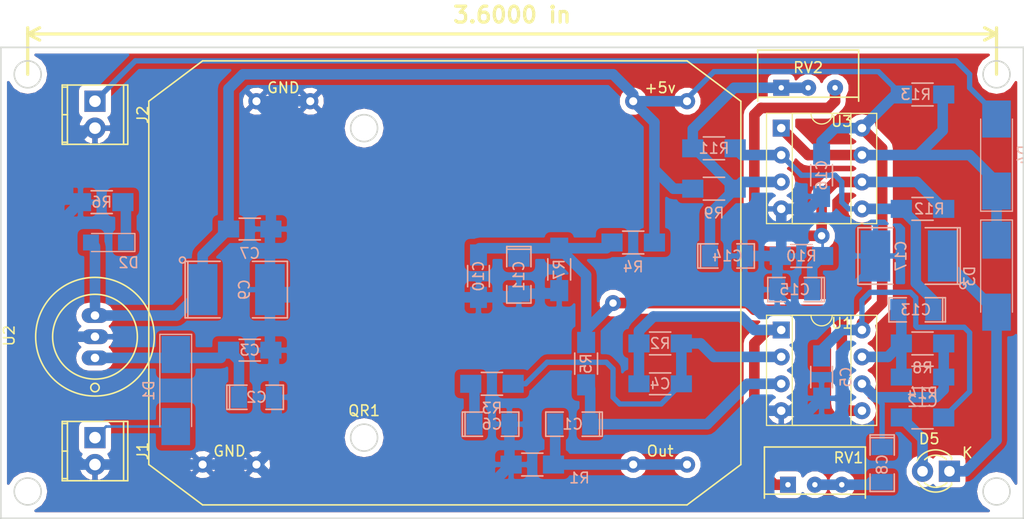
<source format=kicad_pcb>
(kicad_pcb (version 4) (host pcbnew 4.0.5)

  (general
    (links 88)
    (no_connects 1)
    (area 130.625 50.64 229.675 100.862382)
    (thickness 1.6)
    (drawings 12)
    (tracks 262)
    (zones 0)
    (modules 44)
    (nets 22)
  )

  (page A4)
  (layers
    (0 F.Cu signal)
    (31 B.Cu signal)
    (32 B.Adhes user)
    (33 F.Adhes user)
    (34 B.Paste user)
    (35 F.Paste user)
    (36 B.SilkS user hide)
    (37 F.SilkS user)
    (38 B.Mask user hide)
    (39 F.Mask user hide)
    (40 Dwgs.User user hide)
    (41 Cmts.User user hide)
    (42 Eco1.User user hide)
    (43 Eco2.User user hide)
    (44 Edge.Cuts user)
    (45 Margin user hide)
    (46 B.CrtYd user hide)
    (47 F.CrtYd user hide)
    (48 B.Fab user hide)
    (49 F.Fab user hide)
  )

  (setup
    (last_trace_width 1)
    (user_trace_width 0.3)
    (user_trace_width 0.5)
    (user_trace_width 1)
    (trace_clearance 0.2)
    (zone_clearance 0.508)
    (zone_45_only no)
    (trace_min 0.2)
    (segment_width 0.2)
    (edge_width 0.15)
    (via_size 1.5)
    (via_drill 0.7)
    (via_min_size 1)
    (via_min_drill 0.7)
    (user_via 1 0.7)
    (uvia_size 0.3)
    (uvia_drill 0.1)
    (uvias_allowed no)
    (uvia_min_size 0.2)
    (uvia_min_drill 0.1)
    (pcb_text_width 0.3)
    (pcb_text_size 1.5 1.5)
    (mod_edge_width 0.15)
    (mod_text_size 1 1)
    (mod_text_width 0.15)
    (pad_size 1.4 2.5)
    (pad_drill 0.8)
    (pad_to_mask_clearance 0.2)
    (aux_axis_origin 0 0)
    (visible_elements 7FFCFFFF)
    (pcbplotparams
      (layerselection 0x00030_80000001)
      (usegerberextensions false)
      (excludeedgelayer true)
      (linewidth 0.100000)
      (plotframeref false)
      (viasonmask false)
      (mode 1)
      (useauxorigin false)
      (hpglpennumber 1)
      (hpglpenspeed 20)
      (hpglpendiameter 15)
      (hpglpenoverlay 2)
      (psnegative false)
      (psa4output false)
      (plotreference true)
      (plotvalue true)
      (plotinvisibletext false)
      (padsonsilk false)
      (subtractmaskfromsilk false)
      (outputformat 1)
      (mirror false)
      (drillshape 1)
      (scaleselection 1)
      (outputdirectory ""))
  )

  (net 0 "")
  (net 1 "Net-(C1-Pad1)")
  (net 2 "Net-(C1-Pad2)")
  (net 3 "Net-(C2-Pad1)")
  (net 4 GND)
  (net 5 "Net-(C4-Pad1)")
  (net 6 "Net-(C4-Pad2)")
  (net 7 +5V)
  (net 8 "Net-(C6-Pad1)")
  (net 9 "Net-(C12-Pad2)")
  (net 10 "Net-(C8-Pad2)")
  (net 11 "Net-(C10-Pad2)")
  (net 12 "Net-(C12-Pad1)")
  (net 13 "Net-(C13-Pad1)")
  (net 14 "Net-(C14-Pad1)")
  (net 15 "Net-(C15-Pad1)")
  (net 16 "Net-(C17-Pad1)")
  (net 17 "Net-(D1-Pad2)")
  (net 18 "Net-(D2-Pad1)")
  (net 19 "Net-(D3-Pad1)")
  (net 20 "Net-(D4-Pad2)")
  (net 21 "Net-(D5-Pad2)")

  (net_class Default "Это класс цепей по умолчанию."
    (clearance 0.2)
    (trace_width 0.25)
    (via_dia 1.5)
    (via_drill 0.7)
    (uvia_dia 0.3)
    (uvia_drill 0.1)
    (add_net +5V)
    (add_net GND)
    (add_net "Net-(C1-Pad1)")
    (add_net "Net-(C1-Pad2)")
    (add_net "Net-(C10-Pad2)")
    (add_net "Net-(C12-Pad1)")
    (add_net "Net-(C12-Pad2)")
    (add_net "Net-(C13-Pad1)")
    (add_net "Net-(C14-Pad1)")
    (add_net "Net-(C15-Pad1)")
    (add_net "Net-(C17-Pad1)")
    (add_net "Net-(C2-Pad1)")
    (add_net "Net-(C4-Pad1)")
    (add_net "Net-(C4-Pad2)")
    (add_net "Net-(C6-Pad1)")
    (add_net "Net-(C8-Pad2)")
    (add_net "Net-(D1-Pad2)")
    (add_net "Net-(D2-Pad1)")
    (add_net "Net-(D3-Pad1)")
    (add_net "Net-(D4-Pad2)")
    (add_net "Net-(D5-Pad2)")
  )

  (module dz_lib:HB-100-Radar (layer F.Cu) (tedit 5882C818) (tstamp 5866D77D)
    (at 154.94 93.98)
    (path /5867DE88)
    (fp_text reference QR1 (at 10.16 -5.08) (layer F.SilkS)
      (effects (font (size 1 1) (thickness 0.15)))
    )
    (fp_text value HB-100-Radar (at 10.16 0) (layer F.Fab)
      (effects (font (size 1 1) (thickness 0.15)))
    )
    (fp_text user Out (at 38.1 -1.27) (layer F.SilkS)
      (effects (font (size 1 1) (thickness 0.15)))
    )
    (fp_text user GND (at -2.54 -1.27) (layer F.SilkS)
      (effects (font (size 1 1) (thickness 0.15)))
    )
    (fp_text user +5v (at 38.1 -35.56) (layer F.SilkS)
      (effects (font (size 1 1) (thickness 0.15)))
    )
    (fp_text user GND (at 2.54 -35.56) (layer F.SilkS)
      (effects (font (size 1 1) (thickness 0.15)))
    )
    (fp_line (start -10.16 0) (end -10.16 -34.29) (layer F.SilkS) (width 0.15))
    (fp_line (start -10.16 -34.29) (end -5.08 -38.1) (layer F.SilkS) (width 0.15))
    (fp_line (start -5.08 -38.1) (end 40.64 -38.1) (layer F.SilkS) (width 0.15))
    (fp_line (start 40.64 -38.1) (end 45.72 -34.29) (layer F.SilkS) (width 0.15))
    (fp_line (start 45.72 -34.29) (end 45.72 0) (layer F.SilkS) (width 0.15))
    (fp_line (start 45.72 0) (end 40.64 3.81) (layer F.SilkS) (width 0.15))
    (fp_line (start 40.64 3.81) (end -5.08 3.81) (layer F.SilkS) (width 0.15))
    (fp_line (start -5.08 3.81) (end -10.16 0) (layer F.SilkS) (width 0.15))
    (pad 1 thru_hole circle (at -5.08 0) (size 1.524 1.524) (drill 0.762) (layers *.Cu *.Mask)
      (net 4 GND))
    (pad 2 thru_hole circle (at 0 0) (size 1.524 1.524) (drill 0.762) (layers *.Cu *.Mask)
      (net 4 GND))
    (pad 3 thru_hole circle (at 0 -34.29) (size 1.524 1.524) (drill 0.762) (layers *.Cu *.Mask)
      (net 4 GND))
    (pad 4 thru_hole circle (at 5.08 -34.29) (size 1.524 1.524) (drill 0.762) (layers *.Cu *.Mask)
      (net 4 GND))
    (pad 5 thru_hole circle (at 35.56 0) (size 1.524 1.524) (drill 0.762) (layers *.Cu *.Mask)
      (net 2 "Net-(C1-Pad2)"))
    (pad 6 thru_hole circle (at 40.64 0) (size 1.524 1.524) (drill 0.762) (layers *.Cu *.Mask)
      (net 2 "Net-(C1-Pad2)"))
    (pad 7 thru_hole circle (at 35.56 -34.29) (size 1.524 1.524) (drill 0.762) (layers *.Cu *.Mask)
      (net 7 +5V))
    (pad 8 thru_hole circle (at 40.64 -34.29) (size 1.524 1.524) (drill 0.762) (layers *.Cu *.Mask)
      (net 7 +5V))
  )

  (module SMD_Packages:SMD-2112_Pol (layer B.Cu) (tedit 5866F8C9) (tstamp 5866D747)
    (at 216.535 74.295 180)
    (path /5866E4F0)
    (attr smd)
    (fp_text reference C17 (at 0.762 0 450) (layer B.SilkS)
      (effects (font (size 1 1) (thickness 0.15)) (justify mirror))
    )
    (fp_text value 100,0 (at -0.889 0 450) (layer B.Fab) hide
      (effects (font (size 1 1) (thickness 0.15)) (justify mirror))
    )
    (fp_circle (center -5.08 -2.794) (end -4.826 -2.667) (layer B.SilkS) (width 0.15))
    (fp_line (start -4.572 2.667) (end -4.572 -2.667) (layer B.SilkS) (width 0.15))
    (fp_line (start -4.826 2.667) (end -4.826 -2.667) (layer B.SilkS) (width 0.15))
    (fp_line (start -1.524 -2.667) (end -4.826 -2.667) (layer B.SilkS) (width 0.15))
    (fp_line (start -1.524 2.667) (end -4.826 2.667) (layer B.SilkS) (width 0.15))
    (fp_line (start 1.524 2.667) (end 4.826 2.667) (layer B.SilkS) (width 0.15))
    (fp_line (start 4.826 2.667) (end 4.826 -2.667) (layer B.SilkS) (width 0.15))
    (fp_line (start 4.826 -2.667) (end 1.524 -2.667) (layer B.SilkS) (width 0.15))
    (pad 2 smd rect (at 3.175 0 180) (size 2.794 4.826) (layers B.Cu B.Paste B.Mask)
      (net 4 GND))
    (pad 1 smd rect (at -3.175 0 180) (size 2.794 4.826) (layers B.Cu B.Paste B.Mask)
      (net 16 "Net-(C17-Pad1)"))
    (model SMD_Packages.3dshapes/SMD-2112_Pol.wrl
      (at (xyz 0 0 0))
      (scale (xyz 0.3 0.4 0.4))
      (rotate (xyz 0 0 0))
    )
  )

  (module SMD_Packages:SMD-1206_Pol (layer B.Cu) (tedit 5866F273) (tstamp 5866D6E7)
    (at 184.785 90.17 180)
    (path /5866E5B6)
    (attr smd)
    (fp_text reference C1 (at 0 0 180) (layer B.SilkS)
      (effects (font (size 1 1) (thickness 0.15)) (justify mirror))
    )
    (fp_text value 10,0 (at 0 0 180) (layer B.Fab) hide
      (effects (font (size 1 1) (thickness 0.15)) (justify mirror))
    )
    (fp_line (start -2.54 1.143) (end -2.794 1.143) (layer B.SilkS) (width 0.15))
    (fp_line (start -2.794 1.143) (end -2.794 -1.143) (layer B.SilkS) (width 0.15))
    (fp_line (start -2.794 -1.143) (end -2.54 -1.143) (layer B.SilkS) (width 0.15))
    (fp_line (start -2.54 1.143) (end -2.54 -1.143) (layer B.SilkS) (width 0.15))
    (fp_line (start -2.54 -1.143) (end -0.889 -1.143) (layer B.SilkS) (width 0.15))
    (fp_line (start 0.889 1.143) (end 2.54 1.143) (layer B.SilkS) (width 0.15))
    (fp_line (start 2.54 1.143) (end 2.54 -1.143) (layer B.SilkS) (width 0.15))
    (fp_line (start 2.54 -1.143) (end 0.889 -1.143) (layer B.SilkS) (width 0.15))
    (fp_line (start -0.889 1.143) (end -2.54 1.143) (layer B.SilkS) (width 0.15))
    (pad 1 smd rect (at -1.651 0 180) (size 1.524 2.032) (layers B.Cu B.Paste B.Mask)
      (net 1 "Net-(C1-Pad1)"))
    (pad 2 smd rect (at 1.651 0 180) (size 1.524 2.032) (layers B.Cu B.Paste B.Mask)
      (net 2 "Net-(C1-Pad2)"))
    (model SMD_Packages.3dshapes/SMD-1206_Pol.wrl
      (at (xyz 0 0 0))
      (scale (xyz 0.17 0.16 0.16))
      (rotate (xyz 0 0 0))
    )
  )

  (module SMD_Packages:SMD-1206_Pol (layer B.Cu) (tedit 5866F286) (tstamp 5866D6ED)
    (at 154.94 87.63)
    (path /5866B5EB)
    (attr smd)
    (fp_text reference C2 (at 0 0) (layer B.SilkS)
      (effects (font (size 1 1) (thickness 0.15)) (justify mirror))
    )
    (fp_text value 47,0 (at 0 0) (layer B.Fab) hide
      (effects (font (size 1 1) (thickness 0.15)) (justify mirror))
    )
    (fp_line (start -2.54 1.143) (end -2.794 1.143) (layer B.SilkS) (width 0.15))
    (fp_line (start -2.794 1.143) (end -2.794 -1.143) (layer B.SilkS) (width 0.15))
    (fp_line (start -2.794 -1.143) (end -2.54 -1.143) (layer B.SilkS) (width 0.15))
    (fp_line (start -2.54 1.143) (end -2.54 -1.143) (layer B.SilkS) (width 0.15))
    (fp_line (start -2.54 -1.143) (end -0.889 -1.143) (layer B.SilkS) (width 0.15))
    (fp_line (start 0.889 1.143) (end 2.54 1.143) (layer B.SilkS) (width 0.15))
    (fp_line (start 2.54 1.143) (end 2.54 -1.143) (layer B.SilkS) (width 0.15))
    (fp_line (start 2.54 -1.143) (end 0.889 -1.143) (layer B.SilkS) (width 0.15))
    (fp_line (start -0.889 1.143) (end -2.54 1.143) (layer B.SilkS) (width 0.15))
    (pad 1 smd rect (at -1.651 0) (size 1.524 2.032) (layers B.Cu B.Paste B.Mask)
      (net 3 "Net-(C2-Pad1)"))
    (pad 2 smd rect (at 1.651 0) (size 1.524 2.032) (layers B.Cu B.Paste B.Mask)
      (net 4 GND))
    (model SMD_Packages.3dshapes/SMD-1206_Pol.wrl
      (at (xyz 0 0 0))
      (scale (xyz 0.17 0.16 0.16))
      (rotate (xyz 0 0 0))
    )
  )

  (module Capacitors_SMD:C_1206_HandSoldering (layer B.Cu) (tedit 5866F2A9) (tstamp 5866D6F3)
    (at 154.305 83.185)
    (descr "Capacitor SMD 1206, hand soldering")
    (tags "capacitor 1206")
    (path /5866B52A)
    (attr smd)
    (fp_text reference C3 (at 0 0) (layer B.SilkS)
      (effects (font (size 1 1) (thickness 0.15)) (justify mirror))
    )
    (fp_text value 0,1 (at 0 -2.3) (layer B.Fab) hide
      (effects (font (size 1 1) (thickness 0.15)) (justify mirror))
    )
    (fp_line (start -1.6 -0.8) (end -1.6 0.8) (layer B.Fab) (width 0.15))
    (fp_line (start 1.6 -0.8) (end -1.6 -0.8) (layer B.Fab) (width 0.15))
    (fp_line (start 1.6 0.8) (end 1.6 -0.8) (layer B.Fab) (width 0.15))
    (fp_line (start -1.6 0.8) (end 1.6 0.8) (layer B.Fab) (width 0.15))
    (fp_line (start -3.3 1.15) (end 3.3 1.15) (layer B.CrtYd) (width 0.05))
    (fp_line (start -3.3 -1.15) (end 3.3 -1.15) (layer B.CrtYd) (width 0.05))
    (fp_line (start -3.3 1.15) (end -3.3 -1.15) (layer B.CrtYd) (width 0.05))
    (fp_line (start 3.3 1.15) (end 3.3 -1.15) (layer B.CrtYd) (width 0.05))
    (fp_line (start 1 1.025) (end -1 1.025) (layer B.SilkS) (width 0.15))
    (fp_line (start -1 -1.025) (end 1 -1.025) (layer B.SilkS) (width 0.15))
    (pad 1 smd rect (at -2 0) (size 2 1.6) (layers B.Cu B.Paste B.Mask)
      (net 3 "Net-(C2-Pad1)"))
    (pad 2 smd rect (at 2 0) (size 2 1.6) (layers B.Cu B.Paste B.Mask)
      (net 4 GND))
    (model Capacitors_SMD.3dshapes/C_1206_HandSoldering.wrl
      (at (xyz 0 0 0))
      (scale (xyz 1 1 1))
      (rotate (xyz 0 0 0))
    )
  )

  (module Capacitors_SMD:C_1206_HandSoldering (layer B.Cu) (tedit 5866F446) (tstamp 5866D6F9)
    (at 193.04 86.36)
    (descr "Capacitor SMD 1206, hand soldering")
    (tags "capacitor 1206")
    (path /5866D7C9)
    (attr smd)
    (fp_text reference C4 (at 0 0) (layer B.SilkS)
      (effects (font (size 1 1) (thickness 0.15)) (justify mirror))
    )
    (fp_text value 2200 (at 0 -2.3) (layer B.Fab) hide
      (effects (font (size 1 1) (thickness 0.15)) (justify mirror))
    )
    (fp_line (start -1.6 -0.8) (end -1.6 0.8) (layer B.Fab) (width 0.15))
    (fp_line (start 1.6 -0.8) (end -1.6 -0.8) (layer B.Fab) (width 0.15))
    (fp_line (start 1.6 0.8) (end 1.6 -0.8) (layer B.Fab) (width 0.15))
    (fp_line (start -1.6 0.8) (end 1.6 0.8) (layer B.Fab) (width 0.15))
    (fp_line (start -3.3 1.15) (end 3.3 1.15) (layer B.CrtYd) (width 0.05))
    (fp_line (start -3.3 -1.15) (end 3.3 -1.15) (layer B.CrtYd) (width 0.05))
    (fp_line (start -3.3 1.15) (end -3.3 -1.15) (layer B.CrtYd) (width 0.05))
    (fp_line (start 3.3 1.15) (end 3.3 -1.15) (layer B.CrtYd) (width 0.05))
    (fp_line (start 1 1.025) (end -1 1.025) (layer B.SilkS) (width 0.15))
    (fp_line (start -1 -1.025) (end 1 -1.025) (layer B.SilkS) (width 0.15))
    (pad 1 smd rect (at -2 0) (size 2 1.6) (layers B.Cu B.Paste B.Mask)
      (net 5 "Net-(C4-Pad1)"))
    (pad 2 smd rect (at 2 0) (size 2 1.6) (layers B.Cu B.Paste B.Mask)
      (net 6 "Net-(C4-Pad2)"))
    (model Capacitors_SMD.3dshapes/C_1206_HandSoldering.wrl
      (at (xyz 0 0 0))
      (scale (xyz 1 1 1))
      (rotate (xyz 0 0 0))
    )
  )

  (module Capacitors_SMD:C_1206_HandSoldering (layer B.Cu) (tedit 5866F331) (tstamp 5866D6FF)
    (at 208.28 85.725 90)
    (descr "Capacitor SMD 1206, hand soldering")
    (tags "capacitor 1206")
    (path /5866D836)
    (attr smd)
    (fp_text reference C5 (at 0 2.3 90) (layer B.SilkS)
      (effects (font (size 1 1) (thickness 0.15)) (justify mirror))
    )
    (fp_text value 0,1 (at 0 -2.3 90) (layer B.Fab) hide
      (effects (font (size 1 1) (thickness 0.15)) (justify mirror))
    )
    (fp_line (start -1.6 -0.8) (end -1.6 0.8) (layer B.Fab) (width 0.15))
    (fp_line (start 1.6 -0.8) (end -1.6 -0.8) (layer B.Fab) (width 0.15))
    (fp_line (start 1.6 0.8) (end 1.6 -0.8) (layer B.Fab) (width 0.15))
    (fp_line (start -1.6 0.8) (end 1.6 0.8) (layer B.Fab) (width 0.15))
    (fp_line (start -3.3 1.15) (end 3.3 1.15) (layer B.CrtYd) (width 0.05))
    (fp_line (start -3.3 -1.15) (end 3.3 -1.15) (layer B.CrtYd) (width 0.05))
    (fp_line (start -3.3 1.15) (end -3.3 -1.15) (layer B.CrtYd) (width 0.05))
    (fp_line (start 3.3 1.15) (end 3.3 -1.15) (layer B.CrtYd) (width 0.05))
    (fp_line (start 1 1.025) (end -1 1.025) (layer B.SilkS) (width 0.15))
    (fp_line (start -1 -1.025) (end 1 -1.025) (layer B.SilkS) (width 0.15))
    (pad 1 smd rect (at -2 0 90) (size 2 1.6) (layers B.Cu B.Paste B.Mask)
      (net 4 GND))
    (pad 2 smd rect (at 2 0 90) (size 2 1.6) (layers B.Cu B.Paste B.Mask)
      (net 7 +5V))
    (model Capacitors_SMD.3dshapes/C_1206_HandSoldering.wrl
      (at (xyz 0 0 0))
      (scale (xyz 1 1 1))
      (rotate (xyz 0 0 0))
    )
  )

  (module SMD_Packages:SMD-1206_Pol (layer B.Cu) (tedit 5866F3FF) (tstamp 5866D705)
    (at 177.165 90.17)
    (path /5866E274)
    (attr smd)
    (fp_text reference C6 (at 0 0) (layer B.SilkS)
      (effects (font (size 1 1) (thickness 0.15)) (justify mirror))
    )
    (fp_text value 10,0 (at 0 0) (layer B.Fab) hide
      (effects (font (size 1 1) (thickness 0.15)) (justify mirror))
    )
    (fp_line (start -2.54 1.143) (end -2.794 1.143) (layer B.SilkS) (width 0.15))
    (fp_line (start -2.794 1.143) (end -2.794 -1.143) (layer B.SilkS) (width 0.15))
    (fp_line (start -2.794 -1.143) (end -2.54 -1.143) (layer B.SilkS) (width 0.15))
    (fp_line (start -2.54 1.143) (end -2.54 -1.143) (layer B.SilkS) (width 0.15))
    (fp_line (start -2.54 -1.143) (end -0.889 -1.143) (layer B.SilkS) (width 0.15))
    (fp_line (start 0.889 1.143) (end 2.54 1.143) (layer B.SilkS) (width 0.15))
    (fp_line (start 2.54 1.143) (end 2.54 -1.143) (layer B.SilkS) (width 0.15))
    (fp_line (start 2.54 -1.143) (end 0.889 -1.143) (layer B.SilkS) (width 0.15))
    (fp_line (start -0.889 1.143) (end -2.54 1.143) (layer B.SilkS) (width 0.15))
    (pad 1 smd rect (at -1.651 0) (size 1.524 2.032) (layers B.Cu B.Paste B.Mask)
      (net 8 "Net-(C6-Pad1)"))
    (pad 2 smd rect (at 1.651 0) (size 1.524 2.032) (layers B.Cu B.Paste B.Mask)
      (net 4 GND))
    (model SMD_Packages.3dshapes/SMD-1206_Pol.wrl
      (at (xyz 0 0 0))
      (scale (xyz 0.17 0.16 0.16))
      (rotate (xyz 0 0 0))
    )
  )

  (module Capacitors_SMD:C_1206_HandSoldering (layer B.Cu) (tedit 5866F376) (tstamp 5866D70B)
    (at 154.305 71.755)
    (descr "Capacitor SMD 1206, hand soldering")
    (tags "capacitor 1206")
    (path /5866B575)
    (attr smd)
    (fp_text reference C7 (at 0 2.3) (layer B.SilkS)
      (effects (font (size 1 1) (thickness 0.15)) (justify mirror))
    )
    (fp_text value 0,1 (at 0 -2.3) (layer B.Fab) hide
      (effects (font (size 1 1) (thickness 0.15)) (justify mirror))
    )
    (fp_line (start -1.6 -0.8) (end -1.6 0.8) (layer B.Fab) (width 0.15))
    (fp_line (start 1.6 -0.8) (end -1.6 -0.8) (layer B.Fab) (width 0.15))
    (fp_line (start 1.6 0.8) (end 1.6 -0.8) (layer B.Fab) (width 0.15))
    (fp_line (start -1.6 0.8) (end 1.6 0.8) (layer B.Fab) (width 0.15))
    (fp_line (start -3.3 1.15) (end 3.3 1.15) (layer B.CrtYd) (width 0.05))
    (fp_line (start -3.3 -1.15) (end 3.3 -1.15) (layer B.CrtYd) (width 0.05))
    (fp_line (start -3.3 1.15) (end -3.3 -1.15) (layer B.CrtYd) (width 0.05))
    (fp_line (start 3.3 1.15) (end 3.3 -1.15) (layer B.CrtYd) (width 0.05))
    (fp_line (start 1 1.025) (end -1 1.025) (layer B.SilkS) (width 0.15))
    (fp_line (start -1 -1.025) (end 1 -1.025) (layer B.SilkS) (width 0.15))
    (pad 1 smd rect (at -2 0) (size 2 1.6) (layers B.Cu B.Paste B.Mask)
      (net 7 +5V))
    (pad 2 smd rect (at 2 0) (size 2 1.6) (layers B.Cu B.Paste B.Mask)
      (net 4 GND))
    (model Capacitors_SMD.3dshapes/C_1206_HandSoldering.wrl
      (at (xyz 0 0 0))
      (scale (xyz 1 1 1))
      (rotate (xyz 0 0 0))
    )
  )

  (module SMD_Packages:SMD-1206_Pol (layer B.Cu) (tedit 5866F5CA) (tstamp 5866D711)
    (at 213.995 93.98 270)
    (path /5866E2EB)
    (attr smd)
    (fp_text reference C8 (at 0 0 450) (layer B.SilkS)
      (effects (font (size 1 1) (thickness 0.15)) (justify mirror))
    )
    (fp_text value 10,0 (at 0 0 270) (layer B.Fab) hide
      (effects (font (size 1 1) (thickness 0.15)) (justify mirror))
    )
    (fp_line (start -2.54 1.143) (end -2.794 1.143) (layer B.SilkS) (width 0.15))
    (fp_line (start -2.794 1.143) (end -2.794 -1.143) (layer B.SilkS) (width 0.15))
    (fp_line (start -2.794 -1.143) (end -2.54 -1.143) (layer B.SilkS) (width 0.15))
    (fp_line (start -2.54 1.143) (end -2.54 -1.143) (layer B.SilkS) (width 0.15))
    (fp_line (start -2.54 -1.143) (end -0.889 -1.143) (layer B.SilkS) (width 0.15))
    (fp_line (start 0.889 1.143) (end 2.54 1.143) (layer B.SilkS) (width 0.15))
    (fp_line (start 2.54 1.143) (end 2.54 -1.143) (layer B.SilkS) (width 0.15))
    (fp_line (start 2.54 -1.143) (end 0.889 -1.143) (layer B.SilkS) (width 0.15))
    (fp_line (start -0.889 1.143) (end -2.54 1.143) (layer B.SilkS) (width 0.15))
    (pad 1 smd rect (at -1.651 0 270) (size 1.524 2.032) (layers B.Cu B.Paste B.Mask)
      (net 9 "Net-(C12-Pad2)"))
    (pad 2 smd rect (at 1.651 0 270) (size 1.524 2.032) (layers B.Cu B.Paste B.Mask)
      (net 10 "Net-(C8-Pad2)"))
    (model SMD_Packages.3dshapes/SMD-1206_Pol.wrl
      (at (xyz 0 0 0))
      (scale (xyz 0.17 0.16 0.16))
      (rotate (xyz 0 0 0))
    )
  )

  (module SMD_Packages:SMD-2112_Pol (layer B.Cu) (tedit 0) (tstamp 5866D717)
    (at 153.035 77.47)
    (path /5866B5B2)
    (attr smd)
    (fp_text reference C9 (at 0.762 0 270) (layer B.SilkS)
      (effects (font (size 1 1) (thickness 0.15)) (justify mirror))
    )
    (fp_text value 220,0 (at -0.889 0 270) (layer B.Fab)
      (effects (font (size 1 1) (thickness 0.15)) (justify mirror))
    )
    (fp_circle (center -5.08 -2.794) (end -4.826 -2.667) (layer B.SilkS) (width 0.15))
    (fp_line (start -4.572 2.667) (end -4.572 -2.667) (layer B.SilkS) (width 0.15))
    (fp_line (start -4.826 2.667) (end -4.826 -2.667) (layer B.SilkS) (width 0.15))
    (fp_line (start -1.524 -2.667) (end -4.826 -2.667) (layer B.SilkS) (width 0.15))
    (fp_line (start -1.524 2.667) (end -4.826 2.667) (layer B.SilkS) (width 0.15))
    (fp_line (start 1.524 2.667) (end 4.826 2.667) (layer B.SilkS) (width 0.15))
    (fp_line (start 4.826 2.667) (end 4.826 -2.667) (layer B.SilkS) (width 0.15))
    (fp_line (start 4.826 -2.667) (end 1.524 -2.667) (layer B.SilkS) (width 0.15))
    (pad 2 smd rect (at 3.175 0) (size 2.794 4.826) (layers B.Cu B.Paste B.Mask)
      (net 4 GND))
    (pad 1 smd rect (at -3.175 0) (size 2.794 4.826) (layers B.Cu B.Paste B.Mask)
      (net 7 +5V))
    (model SMD_Packages.3dshapes/SMD-2112_Pol.wrl
      (at (xyz 0 0 0))
      (scale (xyz 0.3 0.4 0.4))
      (rotate (xyz 0 0 0))
    )
  )

  (module Capacitors_SMD:C_1206_HandSoldering (layer B.Cu) (tedit 5866F534) (tstamp 5866D71D)
    (at 175.895 76.2 90)
    (descr "Capacitor SMD 1206, hand soldering")
    (tags "capacitor 1206")
    (path /5866D69B)
    (attr smd)
    (fp_text reference C10 (at 0 0 90) (layer B.SilkS)
      (effects (font (size 1 1) (thickness 0.15)) (justify mirror))
    )
    (fp_text value 0,1 (at 0 -2.3 90) (layer B.Fab) hide
      (effects (font (size 1 1) (thickness 0.15)) (justify mirror))
    )
    (fp_line (start -1.6 -0.8) (end -1.6 0.8) (layer B.Fab) (width 0.15))
    (fp_line (start 1.6 -0.8) (end -1.6 -0.8) (layer B.Fab) (width 0.15))
    (fp_line (start 1.6 0.8) (end 1.6 -0.8) (layer B.Fab) (width 0.15))
    (fp_line (start -1.6 0.8) (end 1.6 0.8) (layer B.Fab) (width 0.15))
    (fp_line (start -3.3 1.15) (end 3.3 1.15) (layer B.CrtYd) (width 0.05))
    (fp_line (start -3.3 -1.15) (end 3.3 -1.15) (layer B.CrtYd) (width 0.05))
    (fp_line (start -3.3 1.15) (end -3.3 -1.15) (layer B.CrtYd) (width 0.05))
    (fp_line (start 3.3 1.15) (end 3.3 -1.15) (layer B.CrtYd) (width 0.05))
    (fp_line (start 1 1.025) (end -1 1.025) (layer B.SilkS) (width 0.15))
    (fp_line (start -1 -1.025) (end 1 -1.025) (layer B.SilkS) (width 0.15))
    (pad 1 smd rect (at -2 0 90) (size 2 1.6) (layers B.Cu B.Paste B.Mask)
      (net 4 GND))
    (pad 2 smd rect (at 2 0 90) (size 2 1.6) (layers B.Cu B.Paste B.Mask)
      (net 11 "Net-(C10-Pad2)"))
    (model Capacitors_SMD.3dshapes/C_1206_HandSoldering.wrl
      (at (xyz 0 0 0))
      (scale (xyz 1 1 1))
      (rotate (xyz 0 0 0))
    )
  )

  (module SMD_Packages:SMD-1206_Pol (layer B.Cu) (tedit 5866F4A6) (tstamp 5866D723)
    (at 179.705 76.2 270)
    (path /5866D628)
    (attr smd)
    (fp_text reference C11 (at 0 0 270) (layer B.SilkS)
      (effects (font (size 1 1) (thickness 0.15)) (justify mirror))
    )
    (fp_text value 10,0 (at 0 0 270) (layer B.Fab) hide
      (effects (font (size 1 1) (thickness 0.15)) (justify mirror))
    )
    (fp_line (start -2.54 1.143) (end -2.794 1.143) (layer B.SilkS) (width 0.15))
    (fp_line (start -2.794 1.143) (end -2.794 -1.143) (layer B.SilkS) (width 0.15))
    (fp_line (start -2.794 -1.143) (end -2.54 -1.143) (layer B.SilkS) (width 0.15))
    (fp_line (start -2.54 1.143) (end -2.54 -1.143) (layer B.SilkS) (width 0.15))
    (fp_line (start -2.54 -1.143) (end -0.889 -1.143) (layer B.SilkS) (width 0.15))
    (fp_line (start 0.889 1.143) (end 2.54 1.143) (layer B.SilkS) (width 0.15))
    (fp_line (start 2.54 1.143) (end 2.54 -1.143) (layer B.SilkS) (width 0.15))
    (fp_line (start 2.54 -1.143) (end 0.889 -1.143) (layer B.SilkS) (width 0.15))
    (fp_line (start -0.889 1.143) (end -2.54 1.143) (layer B.SilkS) (width 0.15))
    (pad 1 smd rect (at -1.651 0 270) (size 1.524 2.032) (layers B.Cu B.Paste B.Mask)
      (net 11 "Net-(C10-Pad2)"))
    (pad 2 smd rect (at 1.651 0 270) (size 1.524 2.032) (layers B.Cu B.Paste B.Mask)
      (net 4 GND))
    (model SMD_Packages.3dshapes/SMD-1206_Pol.wrl
      (at (xyz 0 0 0))
      (scale (xyz 0.17 0.16 0.16))
      (rotate (xyz 0 0 0))
    )
  )

  (module Capacitors_SMD:C_1206_HandSoldering (layer B.Cu) (tedit 5866F719) (tstamp 5866D729)
    (at 217.805 85.725)
    (descr "Capacitor SMD 1206, hand soldering")
    (tags "capacitor 1206")
    (path /5866D70E)
    (attr smd)
    (fp_text reference C12 (at 0 2.3) (layer B.SilkS)
      (effects (font (size 1 1) (thickness 0.15)) (justify mirror))
    )
    (fp_text value 2200 (at 0 -2.3) (layer B.Fab) hide
      (effects (font (size 1 1) (thickness 0.15)) (justify mirror))
    )
    (fp_line (start -1.6 -0.8) (end -1.6 0.8) (layer B.Fab) (width 0.15))
    (fp_line (start 1.6 -0.8) (end -1.6 -0.8) (layer B.Fab) (width 0.15))
    (fp_line (start 1.6 0.8) (end 1.6 -0.8) (layer B.Fab) (width 0.15))
    (fp_line (start -1.6 0.8) (end 1.6 0.8) (layer B.Fab) (width 0.15))
    (fp_line (start -3.3 1.15) (end 3.3 1.15) (layer B.CrtYd) (width 0.05))
    (fp_line (start -3.3 -1.15) (end 3.3 -1.15) (layer B.CrtYd) (width 0.05))
    (fp_line (start -3.3 1.15) (end -3.3 -1.15) (layer B.CrtYd) (width 0.05))
    (fp_line (start 3.3 1.15) (end 3.3 -1.15) (layer B.CrtYd) (width 0.05))
    (fp_line (start 1 1.025) (end -1 1.025) (layer B.SilkS) (width 0.15))
    (fp_line (start -1 -1.025) (end 1 -1.025) (layer B.SilkS) (width 0.15))
    (pad 1 smd rect (at -2 0) (size 2 1.6) (layers B.Cu B.Paste B.Mask)
      (net 12 "Net-(C12-Pad1)"))
    (pad 2 smd rect (at 2 0) (size 2 1.6) (layers B.Cu B.Paste B.Mask)
      (net 9 "Net-(C12-Pad2)"))
    (model Capacitors_SMD.3dshapes/C_1206_HandSoldering.wrl
      (at (xyz 0 0 0))
      (scale (xyz 1 1 1))
      (rotate (xyz 0 0 0))
    )
  )

  (module SMD_Packages:SMD-1206_Pol (layer B.Cu) (tedit 5866F517) (tstamp 5866D72F)
    (at 217.17 79.375 180)
    (path /5866E385)
    (attr smd)
    (fp_text reference C13 (at 0 0 180) (layer B.SilkS)
      (effects (font (size 1 1) (thickness 0.15)) (justify mirror))
    )
    (fp_text value 10,0 (at 0 0 180) (layer B.Fab) hide
      (effects (font (size 1 1) (thickness 0.15)) (justify mirror))
    )
    (fp_line (start -2.54 1.143) (end -2.794 1.143) (layer B.SilkS) (width 0.15))
    (fp_line (start -2.794 1.143) (end -2.794 -1.143) (layer B.SilkS) (width 0.15))
    (fp_line (start -2.794 -1.143) (end -2.54 -1.143) (layer B.SilkS) (width 0.15))
    (fp_line (start -2.54 1.143) (end -2.54 -1.143) (layer B.SilkS) (width 0.15))
    (fp_line (start -2.54 -1.143) (end -0.889 -1.143) (layer B.SilkS) (width 0.15))
    (fp_line (start 0.889 1.143) (end 2.54 1.143) (layer B.SilkS) (width 0.15))
    (fp_line (start 2.54 1.143) (end 2.54 -1.143) (layer B.SilkS) (width 0.15))
    (fp_line (start 2.54 -1.143) (end 0.889 -1.143) (layer B.SilkS) (width 0.15))
    (fp_line (start -0.889 1.143) (end -2.54 1.143) (layer B.SilkS) (width 0.15))
    (pad 1 smd rect (at -1.651 0 180) (size 1.524 2.032) (layers B.Cu B.Paste B.Mask)
      (net 13 "Net-(C13-Pad1)"))
    (pad 2 smd rect (at 1.651 0 180) (size 1.524 2.032) (layers B.Cu B.Paste B.Mask)
      (net 12 "Net-(C12-Pad1)"))
    (model SMD_Packages.3dshapes/SMD-1206_Pol.wrl
      (at (xyz 0 0 0))
      (scale (xyz 0.17 0.16 0.16))
      (rotate (xyz 0 0 0))
    )
  )

  (module SMD_Packages:SMD-1206_Pol (layer B.Cu) (tedit 5866F829) (tstamp 5866D735)
    (at 199.39 74.295)
    (path /5866E3FA)
    (attr smd)
    (fp_text reference C14 (at 0 0) (layer B.SilkS)
      (effects (font (size 1 1) (thickness 0.15)) (justify mirror))
    )
    (fp_text value 10,0 (at 0 0) (layer B.Fab) hide
      (effects (font (size 1 1) (thickness 0.15)) (justify mirror))
    )
    (fp_line (start -2.54 1.143) (end -2.794 1.143) (layer B.SilkS) (width 0.15))
    (fp_line (start -2.794 1.143) (end -2.794 -1.143) (layer B.SilkS) (width 0.15))
    (fp_line (start -2.794 -1.143) (end -2.54 -1.143) (layer B.SilkS) (width 0.15))
    (fp_line (start -2.54 1.143) (end -2.54 -1.143) (layer B.SilkS) (width 0.15))
    (fp_line (start -2.54 -1.143) (end -0.889 -1.143) (layer B.SilkS) (width 0.15))
    (fp_line (start 0.889 1.143) (end 2.54 1.143) (layer B.SilkS) (width 0.15))
    (fp_line (start 2.54 1.143) (end 2.54 -1.143) (layer B.SilkS) (width 0.15))
    (fp_line (start 2.54 -1.143) (end 0.889 -1.143) (layer B.SilkS) (width 0.15))
    (fp_line (start -0.889 1.143) (end -2.54 1.143) (layer B.SilkS) (width 0.15))
    (pad 1 smd rect (at -1.651 0) (size 1.524 2.032) (layers B.Cu B.Paste B.Mask)
      (net 14 "Net-(C14-Pad1)"))
    (pad 2 smd rect (at 1.651 0) (size 1.524 2.032) (layers B.Cu B.Paste B.Mask)
      (net 4 GND))
    (model SMD_Packages.3dshapes/SMD-1206_Pol.wrl
      (at (xyz 0 0 0))
      (scale (xyz 0.17 0.16 0.16))
      (rotate (xyz 0 0 0))
    )
  )

  (module SMD_Packages:SMD-1206_Pol (layer B.Cu) (tedit 5866F80F) (tstamp 5866D73B)
    (at 205.74 77.47 180)
    (path /5866E473)
    (attr smd)
    (fp_text reference C15 (at 0 0 180) (layer B.SilkS)
      (effects (font (size 1 1) (thickness 0.15)) (justify mirror))
    )
    (fp_text value 10,0 (at 0 0 180) (layer B.Fab) hide
      (effects (font (size 1 1) (thickness 0.15)) (justify mirror))
    )
    (fp_line (start -2.54 1.143) (end -2.794 1.143) (layer B.SilkS) (width 0.15))
    (fp_line (start -2.794 1.143) (end -2.794 -1.143) (layer B.SilkS) (width 0.15))
    (fp_line (start -2.794 -1.143) (end -2.54 -1.143) (layer B.SilkS) (width 0.15))
    (fp_line (start -2.54 1.143) (end -2.54 -1.143) (layer B.SilkS) (width 0.15))
    (fp_line (start -2.54 -1.143) (end -0.889 -1.143) (layer B.SilkS) (width 0.15))
    (fp_line (start 0.889 1.143) (end 2.54 1.143) (layer B.SilkS) (width 0.15))
    (fp_line (start 2.54 1.143) (end 2.54 -1.143) (layer B.SilkS) (width 0.15))
    (fp_line (start 2.54 -1.143) (end 0.889 -1.143) (layer B.SilkS) (width 0.15))
    (fp_line (start -0.889 1.143) (end -2.54 1.143) (layer B.SilkS) (width 0.15))
    (pad 1 smd rect (at -1.651 0 180) (size 1.524 2.032) (layers B.Cu B.Paste B.Mask)
      (net 15 "Net-(C15-Pad1)"))
    (pad 2 smd rect (at 1.651 0 180) (size 1.524 2.032) (layers B.Cu B.Paste B.Mask)
      (net 4 GND))
    (model SMD_Packages.3dshapes/SMD-1206_Pol.wrl
      (at (xyz 0 0 0))
      (scale (xyz 0.17 0.16 0.16))
      (rotate (xyz 0 0 0))
    )
  )

  (module Capacitors_SMD:C_1206_HandSoldering (layer B.Cu) (tedit 5866F9DB) (tstamp 5866D741)
    (at 208.28 66.675 90)
    (descr "Capacitor SMD 1206, hand soldering")
    (tags "capacitor 1206")
    (path /5867067E)
    (attr smd)
    (fp_text reference C16 (at 0 0 90) (layer B.SilkS)
      (effects (font (size 1 1) (thickness 0.15)) (justify mirror))
    )
    (fp_text value 0,1 (at 0 -2.3 90) (layer B.Fab) hide
      (effects (font (size 1 1) (thickness 0.15)) (justify mirror))
    )
    (fp_line (start -1.6 -0.8) (end -1.6 0.8) (layer B.Fab) (width 0.15))
    (fp_line (start 1.6 -0.8) (end -1.6 -0.8) (layer B.Fab) (width 0.15))
    (fp_line (start 1.6 0.8) (end 1.6 -0.8) (layer B.Fab) (width 0.15))
    (fp_line (start -1.6 0.8) (end 1.6 0.8) (layer B.Fab) (width 0.15))
    (fp_line (start -3.3 1.15) (end 3.3 1.15) (layer B.CrtYd) (width 0.05))
    (fp_line (start -3.3 -1.15) (end 3.3 -1.15) (layer B.CrtYd) (width 0.05))
    (fp_line (start -3.3 1.15) (end -3.3 -1.15) (layer B.CrtYd) (width 0.05))
    (fp_line (start 3.3 1.15) (end 3.3 -1.15) (layer B.CrtYd) (width 0.05))
    (fp_line (start 1 1.025) (end -1 1.025) (layer B.SilkS) (width 0.15))
    (fp_line (start -1 -1.025) (end 1 -1.025) (layer B.SilkS) (width 0.15))
    (pad 1 smd rect (at -2 0 90) (size 2 1.6) (layers B.Cu B.Paste B.Mask)
      (net 4 GND))
    (pad 2 smd rect (at 2 0 90) (size 2 1.6) (layers B.Cu B.Paste B.Mask)
      (net 7 +5V))
    (model Capacitors_SMD.3dshapes/C_1206_HandSoldering.wrl
      (at (xyz 0 0 0))
      (scale (xyz 1 1 1))
      (rotate (xyz 0 0 0))
    )
  )

  (module LEDs:LED_1206 (layer B.Cu) (tedit 5866F2D8) (tstamp 5866D753)
    (at 140.97 73.025 180)
    (descr "LED 1206 smd package")
    (tags "LED led 1206 SMD smd SMT smt smdled SMDLED smtled SMTLED")
    (path /5866C47E)
    (attr smd)
    (fp_text reference D2 (at -1.905 -1.905 180) (layer B.SilkS)
      (effects (font (size 1 1) (thickness 0.15)) (justify mirror))
    )
    (fp_text value LED (at 0 -1.7 180) (layer B.Fab) hide
      (effects (font (size 1 1) (thickness 0.15)) (justify mirror))
    )
    (fp_line (start -2.5 0.85) (end -2.5 -0.85) (layer B.SilkS) (width 0.12))
    (fp_line (start -0.45 0.4) (end -0.45 -0.4) (layer B.Fab) (width 0.1))
    (fp_line (start -0.4 0) (end 0.2 0.4) (layer B.Fab) (width 0.1))
    (fp_line (start 0.2 -0.4) (end -0.4 0) (layer B.Fab) (width 0.1))
    (fp_line (start 0.2 0.4) (end 0.2 -0.4) (layer B.Fab) (width 0.1))
    (fp_line (start 1.6 -0.8) (end -1.6 -0.8) (layer B.Fab) (width 0.1))
    (fp_line (start 1.6 0.8) (end 1.6 -0.8) (layer B.Fab) (width 0.1))
    (fp_line (start -1.6 0.8) (end 1.6 0.8) (layer B.Fab) (width 0.1))
    (fp_line (start -1.6 -0.8) (end -1.6 0.8) (layer B.Fab) (width 0.1))
    (fp_line (start -2.45 -0.85) (end 1.6 -0.85) (layer B.SilkS) (width 0.12))
    (fp_line (start -2.45 0.85) (end 1.6 0.85) (layer B.SilkS) (width 0.12))
    (fp_line (start 2.65 1) (end 2.65 -1) (layer B.CrtYd) (width 0.05))
    (fp_line (start 2.65 -1) (end -2.65 -1) (layer B.CrtYd) (width 0.05))
    (fp_line (start -2.65 -1) (end -2.65 1) (layer B.CrtYd) (width 0.05))
    (fp_line (start -2.65 1) (end 2.65 1) (layer B.CrtYd) (width 0.05))
    (pad 2 smd rect (at 1.65 0) (size 1.5 1.5) (layers B.Cu B.Paste B.Mask)
      (net 7 +5V))
    (pad 1 smd rect (at -1.65 0) (size 1.5 1.5) (layers B.Cu B.Paste B.Mask)
      (net 18 "Net-(D2-Pad1)"))
    (model LEDs.3dshapes/LED_1206.wrl
      (at (xyz 0 0 0))
      (scale (xyz 1 1 1))
      (rotate (xyz 0 0 180))
    )
  )

  (module LEDs:LED-3MM (layer F.Cu) (tedit 5866F96C) (tstamp 5866D765)
    (at 220.345 94.615 180)
    (descr "LED 3mm round vertical")
    (tags "LED  3mm round vertical")
    (path /5866FB6E)
    (fp_text reference D5 (at 1.91 3.06 180) (layer F.SilkS)
      (effects (font (size 1 1) (thickness 0.15)))
    )
    (fp_text value LED (at 1.3 -2.9 180) (layer F.Fab) hide
      (effects (font (size 1 1) (thickness 0.15)))
    )
    (fp_line (start -1.2 2.3) (end 3.8 2.3) (layer F.CrtYd) (width 0.05))
    (fp_line (start 3.8 2.3) (end 3.8 -2.2) (layer F.CrtYd) (width 0.05))
    (fp_line (start 3.8 -2.2) (end -1.2 -2.2) (layer F.CrtYd) (width 0.05))
    (fp_line (start -1.2 -2.2) (end -1.2 2.3) (layer F.CrtYd) (width 0.05))
    (fp_line (start -0.199 1.314) (end -0.199 1.114) (layer F.SilkS) (width 0.15))
    (fp_line (start -0.199 -1.28) (end -0.199 -1.1) (layer F.SilkS) (width 0.15))
    (fp_arc (start 1.301 0.034) (end -0.199 -1.286) (angle 108.5) (layer F.SilkS) (width 0.15))
    (fp_arc (start 1.301 0.034) (end 0.25 -1.1) (angle 85.7) (layer F.SilkS) (width 0.15))
    (fp_arc (start 1.311 0.034) (end 3.051 0.994) (angle 110) (layer F.SilkS) (width 0.15))
    (fp_arc (start 1.301 0.034) (end 2.335 1.094) (angle 87.5) (layer F.SilkS) (width 0.15))
    (fp_text user K (at -1.69 1.74 180) (layer F.SilkS)
      (effects (font (size 1 1) (thickness 0.15)))
    )
    (pad 1 thru_hole rect (at 0 0 270) (size 2 2) (drill 1.00076) (layers *.Cu *.Mask)
      (net 16 "Net-(C17-Pad1)"))
    (pad 2 thru_hole circle (at 2.54 0 180) (size 2 2) (drill 1.00076) (layers *.Cu *.Mask)
      (net 21 "Net-(D5-Pad2)"))
    (model LEDs.3dshapes/LED-3MM.wrl
      (at (xyz 0.05 0 0))
      (scale (xyz 1 1 1))
      (rotate (xyz 0 0 90))
    )
  )

  (module Connectors_Terminal_Blocks:TerminalBlock_Pheonix_MPT-2.54mm_2pol (layer F.Cu) (tedit 5866FB5D) (tstamp 5866D76B)
    (at 139.7 91.44 270)
    (descr "2-way 2.54mm pitch terminal block, Phoenix MPT series")
    (path /5866AE9E)
    (fp_text reference J1 (at 1.27 -4.50088 270) (layer F.SilkS)
      (effects (font (size 1 1) (thickness 0.15)))
    )
    (fp_text value Screw_Terminal_1x02 (at 1.27 4.50088 270) (layer F.Fab) hide
      (effects (font (size 1 1) (thickness 0.15)))
    )
    (fp_line (start -1.7 -3.3) (end 4.3 -3.3) (layer F.CrtYd) (width 0.05))
    (fp_line (start -1.7 3.3) (end -1.7 -3.3) (layer F.CrtYd) (width 0.05))
    (fp_line (start 4.3 3.3) (end -1.7 3.3) (layer F.CrtYd) (width 0.05))
    (fp_line (start 4.3 -3.3) (end 4.3 3.3) (layer F.CrtYd) (width 0.05))
    (fp_line (start 4.06908 2.60096) (end -1.52908 2.60096) (layer F.SilkS) (width 0.15))
    (fp_line (start -1.33096 3.0988) (end -1.33096 2.60096) (layer F.SilkS) (width 0.15))
    (fp_line (start 3.87096 2.60096) (end 3.87096 3.0988) (layer F.SilkS) (width 0.15))
    (fp_line (start 1.27 3.0988) (end 1.27 2.60096) (layer F.SilkS) (width 0.15))
    (fp_line (start -1.52908 -2.70002) (end 4.06908 -2.70002) (layer F.SilkS) (width 0.15))
    (fp_line (start -1.52908 3.0988) (end 4.06908 3.0988) (layer F.SilkS) (width 0.15))
    (fp_line (start 4.06908 3.0988) (end 4.06908 -3.0988) (layer F.SilkS) (width 0.15))
    (fp_line (start 4.06908 -3.0988) (end -1.52908 -3.0988) (layer F.SilkS) (width 0.15))
    (fp_line (start -1.52908 -3.0988) (end -1.52908 3.0988) (layer F.SilkS) (width 0.15))
    (pad 2 thru_hole oval (at 2.54 0 270) (size 1.99898 1.99898) (drill 1.09728) (layers *.Cu *.Mask)
      (net 4 GND))
    (pad 1 thru_hole rect (at 0 0 270) (size 1.99898 1.99898) (drill 1.09728) (layers *.Cu *.Mask)
      (net 17 "Net-(D1-Pad2)"))
    (model Terminal_Blocks.3dshapes/TerminalBlock_Pheonix_MPT-2.54mm_2pol.wrl
      (at (xyz 0.05 0 0))
      (scale (xyz 1 1 1))
      (rotate (xyz 0 0 0))
    )
  )

  (module Connectors_Terminal_Blocks:TerminalBlock_Pheonix_MPT-2.54mm_2pol (layer F.Cu) (tedit 5866F955) (tstamp 5866D771)
    (at 139.7 59.69 270)
    (descr "2-way 2.54mm pitch terminal block, Phoenix MPT series")
    (path /5866AF4B)
    (fp_text reference J2 (at 1.27 -4.50088 270) (layer F.SilkS)
      (effects (font (size 1 1) (thickness 0.15)))
    )
    (fp_text value Screw_Terminal_1x02 (at 1.27 4.50088 270) (layer F.Fab) hide
      (effects (font (size 1 1) (thickness 0.15)))
    )
    (fp_line (start -1.7 -3.3) (end 4.3 -3.3) (layer F.CrtYd) (width 0.05))
    (fp_line (start -1.7 3.3) (end -1.7 -3.3) (layer F.CrtYd) (width 0.05))
    (fp_line (start 4.3 3.3) (end -1.7 3.3) (layer F.CrtYd) (width 0.05))
    (fp_line (start 4.3 -3.3) (end 4.3 3.3) (layer F.CrtYd) (width 0.05))
    (fp_line (start 4.06908 2.60096) (end -1.52908 2.60096) (layer F.SilkS) (width 0.15))
    (fp_line (start -1.33096 3.0988) (end -1.33096 2.60096) (layer F.SilkS) (width 0.15))
    (fp_line (start 3.87096 2.60096) (end 3.87096 3.0988) (layer F.SilkS) (width 0.15))
    (fp_line (start 1.27 3.0988) (end 1.27 2.60096) (layer F.SilkS) (width 0.15))
    (fp_line (start -1.52908 -2.70002) (end 4.06908 -2.70002) (layer F.SilkS) (width 0.15))
    (fp_line (start -1.52908 3.0988) (end 4.06908 3.0988) (layer F.SilkS) (width 0.15))
    (fp_line (start 4.06908 3.0988) (end 4.06908 -3.0988) (layer F.SilkS) (width 0.15))
    (fp_line (start 4.06908 -3.0988) (end -1.52908 -3.0988) (layer F.SilkS) (width 0.15))
    (fp_line (start -1.52908 -3.0988) (end -1.52908 3.0988) (layer F.SilkS) (width 0.15))
    (pad 2 thru_hole oval (at 2.54 0 270) (size 1.99898 1.99898) (drill 1.09728) (layers *.Cu *.Mask)
      (net 4 GND))
    (pad 1 thru_hole rect (at 0 0 270) (size 1.99898 1.99898) (drill 1.09728) (layers *.Cu *.Mask)
      (net 20 "Net-(D4-Pad2)"))
    (model Terminal_Blocks.3dshapes/TerminalBlock_Pheonix_MPT-2.54mm_2pol.wrl
      (at (xyz 0.05 0 0))
      (scale (xyz 1 1 1))
      (rotate (xyz 0 0 0))
    )
  )

  (module Resistors_SMD:R_1206_HandSoldering (layer B.Cu) (tedit 5866FE17) (tstamp 5866D783)
    (at 180.975 93.98 180)
    (descr "Resistor SMD 1206, hand soldering")
    (tags "resistor 1206")
    (path /5866E6AB)
    (attr smd)
    (fp_text reference R1 (at -4.445 -1.27 180) (layer B.SilkS)
      (effects (font (size 1 1) (thickness 0.15)) (justify mirror))
    )
    (fp_text value 13k (at 0 -2.3 180) (layer B.Fab) hide
      (effects (font (size 1 1) (thickness 0.15)) (justify mirror))
    )
    (fp_line (start -1.6 -0.8) (end -1.6 0.8) (layer B.Fab) (width 0.1))
    (fp_line (start 1.6 -0.8) (end -1.6 -0.8) (layer B.Fab) (width 0.1))
    (fp_line (start 1.6 0.8) (end 1.6 -0.8) (layer B.Fab) (width 0.1))
    (fp_line (start -1.6 0.8) (end 1.6 0.8) (layer B.Fab) (width 0.1))
    (fp_line (start -3.3 1.2) (end 3.3 1.2) (layer B.CrtYd) (width 0.05))
    (fp_line (start -3.3 -1.2) (end 3.3 -1.2) (layer B.CrtYd) (width 0.05))
    (fp_line (start -3.3 1.2) (end -3.3 -1.2) (layer B.CrtYd) (width 0.05))
    (fp_line (start 3.3 1.2) (end 3.3 -1.2) (layer B.CrtYd) (width 0.05))
    (fp_line (start 1 -1.075) (end -1 -1.075) (layer B.SilkS) (width 0.15))
    (fp_line (start -1 1.075) (end 1 1.075) (layer B.SilkS) (width 0.15))
    (pad 1 smd rect (at -2 0 180) (size 2 1.7) (layers B.Cu B.Paste B.Mask)
      (net 2 "Net-(C1-Pad2)"))
    (pad 2 smd rect (at 2 0 180) (size 2 1.7) (layers B.Cu B.Paste B.Mask)
      (net 4 GND))
    (model Resistors_SMD.3dshapes/R_1206_HandSoldering.wrl
      (at (xyz 0 0 0))
      (scale (xyz 1 1 1))
      (rotate (xyz 0 0 0))
    )
  )

  (module Resistors_SMD:R_1206_HandSoldering (layer B.Cu) (tedit 5866F46E) (tstamp 5866D789)
    (at 193.04 82.55)
    (descr "Resistor SMD 1206, hand soldering")
    (tags "resistor 1206")
    (path /5866E0CB)
    (attr smd)
    (fp_text reference R2 (at 0 0) (layer B.SilkS)
      (effects (font (size 1 1) (thickness 0.15)) (justify mirror))
    )
    (fp_text value 1M (at 0 -2.3) (layer B.Fab) hide
      (effects (font (size 1 1) (thickness 0.15)) (justify mirror))
    )
    (fp_line (start -1.6 -0.8) (end -1.6 0.8) (layer B.Fab) (width 0.1))
    (fp_line (start 1.6 -0.8) (end -1.6 -0.8) (layer B.Fab) (width 0.1))
    (fp_line (start 1.6 0.8) (end 1.6 -0.8) (layer B.Fab) (width 0.1))
    (fp_line (start -1.6 0.8) (end 1.6 0.8) (layer B.Fab) (width 0.1))
    (fp_line (start -3.3 1.2) (end 3.3 1.2) (layer B.CrtYd) (width 0.05))
    (fp_line (start -3.3 -1.2) (end 3.3 -1.2) (layer B.CrtYd) (width 0.05))
    (fp_line (start -3.3 1.2) (end -3.3 -1.2) (layer B.CrtYd) (width 0.05))
    (fp_line (start 3.3 1.2) (end 3.3 -1.2) (layer B.CrtYd) (width 0.05))
    (fp_line (start 1 -1.075) (end -1 -1.075) (layer B.SilkS) (width 0.15))
    (fp_line (start -1 1.075) (end 1 1.075) (layer B.SilkS) (width 0.15))
    (pad 1 smd rect (at -2 0) (size 2 1.7) (layers B.Cu B.Paste B.Mask)
      (net 5 "Net-(C4-Pad1)"))
    (pad 2 smd rect (at 2 0) (size 2 1.7) (layers B.Cu B.Paste B.Mask)
      (net 6 "Net-(C4-Pad2)"))
    (model Resistors_SMD.3dshapes/R_1206_HandSoldering.wrl
      (at (xyz 0 0 0))
      (scale (xyz 1 1 1))
      (rotate (xyz 0 0 0))
    )
  )

  (module Resistors_SMD:R_1206_HandSoldering (layer B.Cu) (tedit 5866F42A) (tstamp 5866D78F)
    (at 177.165 86.36)
    (descr "Resistor SMD 1206, hand soldering")
    (tags "resistor 1206")
    (path /5866E1D2)
    (attr smd)
    (fp_text reference R3 (at 0 2.3) (layer B.SilkS)
      (effects (font (size 1 1) (thickness 0.15)) (justify mirror))
    )
    (fp_text value R (at 0 -2.3) (layer B.Fab) hide
      (effects (font (size 1 1) (thickness 0.15)) (justify mirror))
    )
    (fp_line (start -1.6 -0.8) (end -1.6 0.8) (layer B.Fab) (width 0.1))
    (fp_line (start 1.6 -0.8) (end -1.6 -0.8) (layer B.Fab) (width 0.1))
    (fp_line (start 1.6 0.8) (end 1.6 -0.8) (layer B.Fab) (width 0.1))
    (fp_line (start -1.6 0.8) (end 1.6 0.8) (layer B.Fab) (width 0.1))
    (fp_line (start -3.3 1.2) (end 3.3 1.2) (layer B.CrtYd) (width 0.05))
    (fp_line (start -3.3 -1.2) (end 3.3 -1.2) (layer B.CrtYd) (width 0.05))
    (fp_line (start -3.3 1.2) (end -3.3 -1.2) (layer B.CrtYd) (width 0.05))
    (fp_line (start 3.3 1.2) (end 3.3 -1.2) (layer B.CrtYd) (width 0.05))
    (fp_line (start 1 -1.075) (end -1 -1.075) (layer B.SilkS) (width 0.15))
    (fp_line (start -1 1.075) (end 1 1.075) (layer B.SilkS) (width 0.15))
    (pad 1 smd rect (at -2 0) (size 2 1.7) (layers B.Cu B.Paste B.Mask)
      (net 8 "Net-(C6-Pad1)"))
    (pad 2 smd rect (at 2 0) (size 2 1.7) (layers B.Cu B.Paste B.Mask)
      (net 6 "Net-(C4-Pad2)"))
    (model Resistors_SMD.3dshapes/R_1206_HandSoldering.wrl
      (at (xyz 0 0 0))
      (scale (xyz 1 1 1))
      (rotate (xyz 0 0 0))
    )
  )

  (module Resistors_SMD:R_1206_HandSoldering (layer B.Cu) (tedit 5866F397) (tstamp 5866D795)
    (at 190.5 73.025)
    (descr "Resistor SMD 1206, hand soldering")
    (tags "resistor 1206")
    (path /5866D538)
    (attr smd)
    (fp_text reference R4 (at 0 2.3) (layer B.SilkS)
      (effects (font (size 1 1) (thickness 0.15)) (justify mirror))
    )
    (fp_text value 47k (at 0 -2.3) (layer B.Fab) hide
      (effects (font (size 1 1) (thickness 0.15)) (justify mirror))
    )
    (fp_line (start -1.6 -0.8) (end -1.6 0.8) (layer B.Fab) (width 0.1))
    (fp_line (start 1.6 -0.8) (end -1.6 -0.8) (layer B.Fab) (width 0.1))
    (fp_line (start 1.6 0.8) (end 1.6 -0.8) (layer B.Fab) (width 0.1))
    (fp_line (start -1.6 0.8) (end 1.6 0.8) (layer B.Fab) (width 0.1))
    (fp_line (start -3.3 1.2) (end 3.3 1.2) (layer B.CrtYd) (width 0.05))
    (fp_line (start -3.3 -1.2) (end 3.3 -1.2) (layer B.CrtYd) (width 0.05))
    (fp_line (start -3.3 1.2) (end -3.3 -1.2) (layer B.CrtYd) (width 0.05))
    (fp_line (start 3.3 1.2) (end 3.3 -1.2) (layer B.CrtYd) (width 0.05))
    (fp_line (start 1 -1.075) (end -1 -1.075) (layer B.SilkS) (width 0.15))
    (fp_line (start -1 1.075) (end 1 1.075) (layer B.SilkS) (width 0.15))
    (pad 1 smd rect (at -2 0) (size 2 1.7) (layers B.Cu B.Paste B.Mask)
      (net 11 "Net-(C10-Pad2)"))
    (pad 2 smd rect (at 2 0) (size 2 1.7) (layers B.Cu B.Paste B.Mask)
      (net 7 +5V))
    (model Resistors_SMD.3dshapes/R_1206_HandSoldering.wrl
      (at (xyz 0 0 0))
      (scale (xyz 1 1 1))
      (rotate (xyz 0 0 0))
    )
  )

  (module Resistors_SMD:R_1206_HandSoldering (layer B.Cu) (tedit 5866F580) (tstamp 5866D79B)
    (at 186.055 84.455 270)
    (descr "Resistor SMD 1206, hand soldering")
    (tags "resistor 1206")
    (path /5866D5CD)
    (attr smd)
    (fp_text reference R5 (at 0 0 270) (layer B.SilkS)
      (effects (font (size 1 1) (thickness 0.15)) (justify mirror))
    )
    (fp_text value 200k (at 0 -2.3 270) (layer B.Fab) hide
      (effects (font (size 1 1) (thickness 0.15)) (justify mirror))
    )
    (fp_line (start -1.6 -0.8) (end -1.6 0.8) (layer B.Fab) (width 0.1))
    (fp_line (start 1.6 -0.8) (end -1.6 -0.8) (layer B.Fab) (width 0.1))
    (fp_line (start 1.6 0.8) (end 1.6 -0.8) (layer B.Fab) (width 0.1))
    (fp_line (start -1.6 0.8) (end 1.6 0.8) (layer B.Fab) (width 0.1))
    (fp_line (start -3.3 1.2) (end 3.3 1.2) (layer B.CrtYd) (width 0.05))
    (fp_line (start -3.3 -1.2) (end 3.3 -1.2) (layer B.CrtYd) (width 0.05))
    (fp_line (start -3.3 1.2) (end -3.3 -1.2) (layer B.CrtYd) (width 0.05))
    (fp_line (start 3.3 1.2) (end 3.3 -1.2) (layer B.CrtYd) (width 0.05))
    (fp_line (start 1 -1.075) (end -1 -1.075) (layer B.SilkS) (width 0.15))
    (fp_line (start -1 1.075) (end 1 1.075) (layer B.SilkS) (width 0.15))
    (pad 1 smd rect (at -2 0 270) (size 2 1.7) (layers B.Cu B.Paste B.Mask)
      (net 11 "Net-(C10-Pad2)"))
    (pad 2 smd rect (at 2 0 270) (size 2 1.7) (layers B.Cu B.Paste B.Mask)
      (net 1 "Net-(C1-Pad1)"))
    (model Resistors_SMD.3dshapes/R_1206_HandSoldering.wrl
      (at (xyz 0 0 0))
      (scale (xyz 1 1 1))
      (rotate (xyz 0 0 0))
    )
  )

  (module Resistors_SMD:R_1206_HandSoldering (layer B.Cu) (tedit 5866F2DA) (tstamp 5866D7A1)
    (at 140.335 69.215)
    (descr "Resistor SMD 1206, hand soldering")
    (tags "resistor 1206")
    (path /5866C9FC)
    (attr smd)
    (fp_text reference R6 (at 0 0) (layer B.SilkS)
      (effects (font (size 1 1) (thickness 0.15)) (justify mirror))
    )
    (fp_text value 2,2k (at 0 -2.3) (layer B.Fab) hide
      (effects (font (size 1 1) (thickness 0.15)) (justify mirror))
    )
    (fp_line (start -1.6 -0.8) (end -1.6 0.8) (layer B.Fab) (width 0.1))
    (fp_line (start 1.6 -0.8) (end -1.6 -0.8) (layer B.Fab) (width 0.1))
    (fp_line (start 1.6 0.8) (end 1.6 -0.8) (layer B.Fab) (width 0.1))
    (fp_line (start -1.6 0.8) (end 1.6 0.8) (layer B.Fab) (width 0.1))
    (fp_line (start -3.3 1.2) (end 3.3 1.2) (layer B.CrtYd) (width 0.05))
    (fp_line (start -3.3 -1.2) (end 3.3 -1.2) (layer B.CrtYd) (width 0.05))
    (fp_line (start -3.3 1.2) (end -3.3 -1.2) (layer B.CrtYd) (width 0.05))
    (fp_line (start 3.3 1.2) (end 3.3 -1.2) (layer B.CrtYd) (width 0.05))
    (fp_line (start 1 -1.075) (end -1 -1.075) (layer B.SilkS) (width 0.15))
    (fp_line (start -1 1.075) (end 1 1.075) (layer B.SilkS) (width 0.15))
    (pad 1 smd rect (at -2 0) (size 2 1.7) (layers B.Cu B.Paste B.Mask)
      (net 4 GND))
    (pad 2 smd rect (at 2 0) (size 2 1.7) (layers B.Cu B.Paste B.Mask)
      (net 18 "Net-(D2-Pad1)"))
    (model Resistors_SMD.3dshapes/R_1206_HandSoldering.wrl
      (at (xyz 0 0 0))
      (scale (xyz 1 1 1))
      (rotate (xyz 0 0 0))
    )
  )

  (module Resistors_SMD:R_1206_HandSoldering (layer B.Cu) (tedit 5866F3E2) (tstamp 5866D7A7)
    (at 183.515 75.565 90)
    (descr "Resistor SMD 1206, hand soldering")
    (tags "resistor 1206")
    (path /5866D498)
    (attr smd)
    (fp_text reference R7 (at 0 0 90) (layer B.SilkS)
      (effects (font (size 1 1) (thickness 0.15)) (justify mirror))
    )
    (fp_text value 47k (at 0 -2.3 90) (layer B.Fab) hide
      (effects (font (size 1 1) (thickness 0.15)) (justify mirror))
    )
    (fp_line (start -1.6 -0.8) (end -1.6 0.8) (layer B.Fab) (width 0.1))
    (fp_line (start 1.6 -0.8) (end -1.6 -0.8) (layer B.Fab) (width 0.1))
    (fp_line (start 1.6 0.8) (end 1.6 -0.8) (layer B.Fab) (width 0.1))
    (fp_line (start -1.6 0.8) (end 1.6 0.8) (layer B.Fab) (width 0.1))
    (fp_line (start -3.3 1.2) (end 3.3 1.2) (layer B.CrtYd) (width 0.05))
    (fp_line (start -3.3 -1.2) (end 3.3 -1.2) (layer B.CrtYd) (width 0.05))
    (fp_line (start -3.3 1.2) (end -3.3 -1.2) (layer B.CrtYd) (width 0.05))
    (fp_line (start 3.3 1.2) (end 3.3 -1.2) (layer B.CrtYd) (width 0.05))
    (fp_line (start 1 -1.075) (end -1 -1.075) (layer B.SilkS) (width 0.15))
    (fp_line (start -1 1.075) (end 1 1.075) (layer B.SilkS) (width 0.15))
    (pad 1 smd rect (at -2 0 90) (size 2 1.7) (layers B.Cu B.Paste B.Mask)
      (net 4 GND))
    (pad 2 smd rect (at 2 0 90) (size 2 1.7) (layers B.Cu B.Paste B.Mask)
      (net 11 "Net-(C10-Pad2)"))
    (model Resistors_SMD.3dshapes/R_1206_HandSoldering.wrl
      (at (xyz 0 0 0))
      (scale (xyz 1 1 1))
      (rotate (xyz 0 0 0))
    )
  )

  (module Resistors_SMD:R_1206_HandSoldering (layer B.Cu) (tedit 5866F623) (tstamp 5866D7AD)
    (at 217.805 82.55)
    (descr "Resistor SMD 1206, hand soldering")
    (tags "resistor 1206")
    (path /5866E173)
    (attr smd)
    (fp_text reference R8 (at 0 2.3) (layer B.SilkS)
      (effects (font (size 1 1) (thickness 0.15)) (justify mirror))
    )
    (fp_text value 1M (at 0 -2.3) (layer B.Fab) hide
      (effects (font (size 1 1) (thickness 0.15)) (justify mirror))
    )
    (fp_line (start -1.6 -0.8) (end -1.6 0.8) (layer B.Fab) (width 0.1))
    (fp_line (start 1.6 -0.8) (end -1.6 -0.8) (layer B.Fab) (width 0.1))
    (fp_line (start 1.6 0.8) (end 1.6 -0.8) (layer B.Fab) (width 0.1))
    (fp_line (start -1.6 0.8) (end 1.6 0.8) (layer B.Fab) (width 0.1))
    (fp_line (start -3.3 1.2) (end 3.3 1.2) (layer B.CrtYd) (width 0.05))
    (fp_line (start -3.3 -1.2) (end 3.3 -1.2) (layer B.CrtYd) (width 0.05))
    (fp_line (start -3.3 1.2) (end -3.3 -1.2) (layer B.CrtYd) (width 0.05))
    (fp_line (start 3.3 1.2) (end 3.3 -1.2) (layer B.CrtYd) (width 0.05))
    (fp_line (start 1 -1.075) (end -1 -1.075) (layer B.SilkS) (width 0.15))
    (fp_line (start -1 1.075) (end 1 1.075) (layer B.SilkS) (width 0.15))
    (pad 1 smd rect (at -2 0) (size 2 1.7) (layers B.Cu B.Paste B.Mask)
      (net 12 "Net-(C12-Pad1)"))
    (pad 2 smd rect (at 2 0) (size 2 1.7) (layers B.Cu B.Paste B.Mask)
      (net 9 "Net-(C12-Pad2)"))
    (model Resistors_SMD.3dshapes/R_1206_HandSoldering.wrl
      (at (xyz 0 0 0))
      (scale (xyz 1 1 1))
      (rotate (xyz 0 0 0))
    )
  )

  (module Resistors_SMD:R_1206_HandSoldering (layer B.Cu) (tedit 5866F7C2) (tstamp 5866D7B3)
    (at 198.12 67.945)
    (descr "Resistor SMD 1206, hand soldering")
    (tags "resistor 1206")
    (path /5866EA0E)
    (attr smd)
    (fp_text reference R9 (at 0 2.3) (layer B.SilkS)
      (effects (font (size 1 1) (thickness 0.15)) (justify mirror))
    )
    (fp_text value 4,7k (at 0 -2.3) (layer B.Fab) hide
      (effects (font (size 1 1) (thickness 0.15)) (justify mirror))
    )
    (fp_line (start -1.6 -0.8) (end -1.6 0.8) (layer B.Fab) (width 0.1))
    (fp_line (start 1.6 -0.8) (end -1.6 -0.8) (layer B.Fab) (width 0.1))
    (fp_line (start 1.6 0.8) (end 1.6 -0.8) (layer B.Fab) (width 0.1))
    (fp_line (start -1.6 0.8) (end 1.6 0.8) (layer B.Fab) (width 0.1))
    (fp_line (start -3.3 1.2) (end 3.3 1.2) (layer B.CrtYd) (width 0.05))
    (fp_line (start -3.3 -1.2) (end 3.3 -1.2) (layer B.CrtYd) (width 0.05))
    (fp_line (start -3.3 1.2) (end -3.3 -1.2) (layer B.CrtYd) (width 0.05))
    (fp_line (start 3.3 1.2) (end 3.3 -1.2) (layer B.CrtYd) (width 0.05))
    (fp_line (start 1 -1.075) (end -1 -1.075) (layer B.SilkS) (width 0.15))
    (fp_line (start -1 1.075) (end 1 1.075) (layer B.SilkS) (width 0.15))
    (pad 1 smd rect (at -2 0) (size 2 1.7) (layers B.Cu B.Paste B.Mask)
      (net 7 +5V))
    (pad 2 smd rect (at 2 0) (size 2 1.7) (layers B.Cu B.Paste B.Mask)
      (net 14 "Net-(C14-Pad1)"))
    (model Resistors_SMD.3dshapes/R_1206_HandSoldering.wrl
      (at (xyz 0 0 0))
      (scale (xyz 1 1 1))
      (rotate (xyz 0 0 0))
    )
  )

  (module Resistors_SMD:R_1206_HandSoldering (layer B.Cu) (tedit 5866FB04) (tstamp 5866D7B9)
    (at 206.375 74.295 180)
    (descr "Resistor SMD 1206, hand soldering")
    (tags "resistor 1206")
    (path /5866EAA9)
    (attr smd)
    (fp_text reference R10 (at 0 0 180) (layer B.SilkS)
      (effects (font (size 1 1) (thickness 0.15)) (justify mirror))
    )
    (fp_text value 4,7k (at 0 -2.3 180) (layer B.Fab) hide
      (effects (font (size 1 1) (thickness 0.15)) (justify mirror))
    )
    (fp_line (start -1.6 -0.8) (end -1.6 0.8) (layer B.Fab) (width 0.1))
    (fp_line (start 1.6 -0.8) (end -1.6 -0.8) (layer B.Fab) (width 0.1))
    (fp_line (start 1.6 0.8) (end 1.6 -0.8) (layer B.Fab) (width 0.1))
    (fp_line (start -1.6 0.8) (end 1.6 0.8) (layer B.Fab) (width 0.1))
    (fp_line (start -3.3 1.2) (end 3.3 1.2) (layer B.CrtYd) (width 0.05))
    (fp_line (start -3.3 -1.2) (end 3.3 -1.2) (layer B.CrtYd) (width 0.05))
    (fp_line (start -3.3 1.2) (end -3.3 -1.2) (layer B.CrtYd) (width 0.05))
    (fp_line (start 3.3 1.2) (end 3.3 -1.2) (layer B.CrtYd) (width 0.05))
    (fp_line (start 1 -1.075) (end -1 -1.075) (layer B.SilkS) (width 0.15))
    (fp_line (start -1 1.075) (end 1 1.075) (layer B.SilkS) (width 0.15))
    (pad 1 smd rect (at -2 0 180) (size 2 1.7) (layers B.Cu B.Paste B.Mask)
      (net 15 "Net-(C15-Pad1)"))
    (pad 2 smd rect (at 2 0 180) (size 2 1.7) (layers B.Cu B.Paste B.Mask)
      (net 4 GND))
    (model Resistors_SMD.3dshapes/R_1206_HandSoldering.wrl
      (at (xyz 0 0 0))
      (scale (xyz 1 1 1))
      (rotate (xyz 0 0 0))
    )
  )

  (module Resistors_SMD:R_1206_HandSoldering (layer B.Cu) (tedit 5866F7AD) (tstamp 5866D7BF)
    (at 198.12 64.135 180)
    (descr "Resistor SMD 1206, hand soldering")
    (tags "resistor 1206")
    (path /5866E92C)
    (attr smd)
    (fp_text reference R11 (at 0 0 180) (layer B.SilkS)
      (effects (font (size 1 1) (thickness 0.15)) (justify mirror))
    )
    (fp_text value 47k (at 0 -2.3 180) (layer B.Fab) hide
      (effects (font (size 1 1) (thickness 0.15)) (justify mirror))
    )
    (fp_line (start -1.6 -0.8) (end -1.6 0.8) (layer B.Fab) (width 0.1))
    (fp_line (start 1.6 -0.8) (end -1.6 -0.8) (layer B.Fab) (width 0.1))
    (fp_line (start 1.6 0.8) (end 1.6 -0.8) (layer B.Fab) (width 0.1))
    (fp_line (start -1.6 0.8) (end 1.6 0.8) (layer B.Fab) (width 0.1))
    (fp_line (start -3.3 1.2) (end 3.3 1.2) (layer B.CrtYd) (width 0.05))
    (fp_line (start -3.3 -1.2) (end 3.3 -1.2) (layer B.CrtYd) (width 0.05))
    (fp_line (start -3.3 1.2) (end -3.3 -1.2) (layer B.CrtYd) (width 0.05))
    (fp_line (start 3.3 1.2) (end 3.3 -1.2) (layer B.CrtYd) (width 0.05))
    (fp_line (start 1 -1.075) (end -1 -1.075) (layer B.SilkS) (width 0.15))
    (fp_line (start -1 1.075) (end 1 1.075) (layer B.SilkS) (width 0.15))
    (pad 1 smd rect (at -2 0 180) (size 2 1.7) (layers B.Cu B.Paste B.Mask)
      (net 13 "Net-(C13-Pad1)"))
    (pad 2 smd rect (at 2 0 180) (size 2 1.7) (layers B.Cu B.Paste B.Mask)
      (net 14 "Net-(C14-Pad1)"))
    (model Resistors_SMD.3dshapes/R_1206_HandSoldering.wrl
      (at (xyz 0 0 0))
      (scale (xyz 1 1 1))
      (rotate (xyz 0 0 0))
    )
  )

  (module Resistors_SMD:R_1206_HandSoldering (layer B.Cu) (tedit 5866F7DE) (tstamp 5866D7C5)
    (at 217.805 69.85)
    (descr "Resistor SMD 1206, hand soldering")
    (tags "resistor 1206")
    (path /5866E9A3)
    (attr smd)
    (fp_text reference R12 (at 0.635 0) (layer B.SilkS)
      (effects (font (size 1 1) (thickness 0.15)) (justify mirror))
    )
    (fp_text value 47k (at 0 -2.3) (layer B.Fab) hide
      (effects (font (size 1 1) (thickness 0.15)) (justify mirror))
    )
    (fp_line (start -1.6 -0.8) (end -1.6 0.8) (layer B.Fab) (width 0.1))
    (fp_line (start 1.6 -0.8) (end -1.6 -0.8) (layer B.Fab) (width 0.1))
    (fp_line (start 1.6 0.8) (end 1.6 -0.8) (layer B.Fab) (width 0.1))
    (fp_line (start -1.6 0.8) (end 1.6 0.8) (layer B.Fab) (width 0.1))
    (fp_line (start -3.3 1.2) (end 3.3 1.2) (layer B.CrtYd) (width 0.05))
    (fp_line (start -3.3 -1.2) (end 3.3 -1.2) (layer B.CrtYd) (width 0.05))
    (fp_line (start -3.3 1.2) (end -3.3 -1.2) (layer B.CrtYd) (width 0.05))
    (fp_line (start 3.3 1.2) (end 3.3 -1.2) (layer B.CrtYd) (width 0.05))
    (fp_line (start 1 -1.075) (end -1 -1.075) (layer B.SilkS) (width 0.15))
    (fp_line (start -1 1.075) (end 1 1.075) (layer B.SilkS) (width 0.15))
    (pad 1 smd rect (at -2 0) (size 2 1.7) (layers B.Cu B.Paste B.Mask)
      (net 13 "Net-(C13-Pad1)"))
    (pad 2 smd rect (at 2 0) (size 2 1.7) (layers B.Cu B.Paste B.Mask)
      (net 15 "Net-(C15-Pad1)"))
    (model Resistors_SMD.3dshapes/R_1206_HandSoldering.wrl
      (at (xyz 0 0 0))
      (scale (xyz 1 1 1))
      (rotate (xyz 0 0 0))
    )
  )

  (module Resistors_SMD:R_1206_HandSoldering (layer B.Cu) (tedit 5866F8A1) (tstamp 5866D7CB)
    (at 217.805 59.055)
    (descr "Resistor SMD 1206, hand soldering")
    (tags "resistor 1206")
    (path /5866EBA7)
    (attr smd)
    (fp_text reference R13 (at -0.635 0) (layer B.SilkS)
      (effects (font (size 1 1) (thickness 0.15)) (justify mirror))
    )
    (fp_text value 4,7k (at 0 -2.3) (layer B.Fab) hide
      (effects (font (size 1 1) (thickness 0.15)) (justify mirror))
    )
    (fp_line (start -1.6 -0.8) (end -1.6 0.8) (layer B.Fab) (width 0.1))
    (fp_line (start 1.6 -0.8) (end -1.6 -0.8) (layer B.Fab) (width 0.1))
    (fp_line (start 1.6 0.8) (end 1.6 -0.8) (layer B.Fab) (width 0.1))
    (fp_line (start -1.6 0.8) (end 1.6 0.8) (layer B.Fab) (width 0.1))
    (fp_line (start -3.3 1.2) (end 3.3 1.2) (layer B.CrtYd) (width 0.05))
    (fp_line (start -3.3 -1.2) (end 3.3 -1.2) (layer B.CrtYd) (width 0.05))
    (fp_line (start -3.3 1.2) (end -3.3 -1.2) (layer B.CrtYd) (width 0.05))
    (fp_line (start 3.3 1.2) (end 3.3 -1.2) (layer B.CrtYd) (width 0.05))
    (fp_line (start 1 -1.075) (end -1 -1.075) (layer B.SilkS) (width 0.15))
    (fp_line (start -1 1.075) (end 1 1.075) (layer B.SilkS) (width 0.15))
    (pad 1 smd rect (at -2 0) (size 2 1.7) (layers B.Cu B.Paste B.Mask)
      (net 7 +5V))
    (pad 2 smd rect (at 2 0) (size 2 1.7) (layers B.Cu B.Paste B.Mask)
      (net 19 "Net-(D3-Pad1)"))
    (model Resistors_SMD.3dshapes/R_1206_HandSoldering.wrl
      (at (xyz 0 0 0))
      (scale (xyz 1 1 1))
      (rotate (xyz 0 0 0))
    )
  )

  (module Resistors_SMD:R_1206_HandSoldering (layer B.Cu) (tedit 5866F8E2) (tstamp 5866D7D1)
    (at 217.805 89.535 180)
    (descr "Resistor SMD 1206, hand soldering")
    (tags "resistor 1206")
    (path /5866ECC4)
    (attr smd)
    (fp_text reference R14 (at 0 2.3 180) (layer B.SilkS)
      (effects (font (size 1 1) (thickness 0.15)) (justify mirror))
    )
    (fp_text value 1,0k (at 0 -2.3 180) (layer B.Fab) hide
      (effects (font (size 1 1) (thickness 0.15)) (justify mirror))
    )
    (fp_line (start -1.6 -0.8) (end -1.6 0.8) (layer B.Fab) (width 0.1))
    (fp_line (start 1.6 -0.8) (end -1.6 -0.8) (layer B.Fab) (width 0.1))
    (fp_line (start 1.6 0.8) (end 1.6 -0.8) (layer B.Fab) (width 0.1))
    (fp_line (start -1.6 0.8) (end 1.6 0.8) (layer B.Fab) (width 0.1))
    (fp_line (start -3.3 1.2) (end 3.3 1.2) (layer B.CrtYd) (width 0.05))
    (fp_line (start -3.3 -1.2) (end 3.3 -1.2) (layer B.CrtYd) (width 0.05))
    (fp_line (start -3.3 1.2) (end -3.3 -1.2) (layer B.CrtYd) (width 0.05))
    (fp_line (start 3.3 1.2) (end 3.3 -1.2) (layer B.CrtYd) (width 0.05))
    (fp_line (start 1 -1.075) (end -1 -1.075) (layer B.SilkS) (width 0.15))
    (fp_line (start -1 1.075) (end 1 1.075) (layer B.SilkS) (width 0.15))
    (pad 1 smd rect (at -2 0 180) (size 2 1.7) (layers B.Cu B.Paste B.Mask)
      (net 7 +5V))
    (pad 2 smd rect (at 2 0 180) (size 2 1.7) (layers B.Cu B.Paste B.Mask)
      (net 21 "Net-(D5-Pad2)"))
    (model Resistors_SMD.3dshapes/R_1206_HandSoldering.wrl
      (at (xyz 0 0 0))
      (scale (xyz 1 1 1))
      (rotate (xyz 0 0 0))
    )
  )

  (module Potentiometers:Potentiometer_Trimmer-Suntan-TSR-3386C (layer F.Cu) (tedit 5866F97E) (tstamp 5866D7D8)
    (at 205.105 95.885)
    (path /5866E726)
    (fp_text reference RV1 (at 5.715 -2.54) (layer F.SilkS)
      (effects (font (size 1 1) (thickness 0.15)))
    )
    (fp_text value 47k (at 2.286 2.032) (layer F.Fab) hide
      (effects (font (size 1 1) (thickness 0.15)))
    )
    (fp_line (start -2.225 -3.56) (end 7.305 -3.56) (layer F.SilkS) (width 0.15))
    (fp_line (start 7.305 -3.56) (end 7.305 1.27) (layer F.SilkS) (width 0.15))
    (fp_line (start 7.305 0.89) (end -2.225 0.89) (layer F.SilkS) (width 0.15))
    (fp_line (start -2.225 -3.56) (end -2.225 1.27) (layer F.SilkS) (width 0.15))
    (pad 3 thru_hole circle (at 5.08 0) (size 1.51 1.51) (drill 0.51) (layers *.Cu *.Mask)
      (net 10 "Net-(C8-Pad2)"))
    (pad 1 thru_hole rect (at 0 0) (size 1.51 1.51) (drill 0.51) (layers *.Cu *.Mask)
      (net 5 "Net-(C4-Pad1)"))
    (pad 2 thru_hole circle (at 2.54 0) (size 1.51 1.51) (drill 0.51) (layers *.Cu *.Mask)
      (net 10 "Net-(C8-Pad2)"))
  )

  (module Potentiometers:Potentiometer_Trimmer-Suntan-TSR-3386C (layer F.Cu) (tedit 5866F9C6) (tstamp 5866D7DF)
    (at 204.47 58.42)
    (path /5866E831)
    (fp_text reference RV2 (at 2.54 -1.905) (layer F.SilkS)
      (effects (font (size 1 1) (thickness 0.15)))
    )
    (fp_text value 510 (at 2.286 2.032) (layer F.Fab) hide
      (effects (font (size 1 1) (thickness 0.15)))
    )
    (fp_line (start -2.225 -3.56) (end 7.305 -3.56) (layer F.SilkS) (width 0.15))
    (fp_line (start 7.305 -3.56) (end 7.305 1.27) (layer F.SilkS) (width 0.15))
    (fp_line (start 7.305 0.89) (end -2.225 0.89) (layer F.SilkS) (width 0.15))
    (fp_line (start -2.225 -3.56) (end -2.225 1.27) (layer F.SilkS) (width 0.15))
    (pad 3 thru_hole circle (at 5.08 0) (size 1.51 1.51) (drill 0.51) (layers *.Cu *.Mask)
      (net 15 "Net-(C15-Pad1)"))
    (pad 1 thru_hole rect (at 0 0) (size 1.51 1.51) (drill 0.51) (layers *.Cu *.Mask)
      (net 14 "Net-(C14-Pad1)"))
    (pad 2 thru_hole circle (at 2.54 0) (size 1.51 1.51) (drill 0.51) (layers *.Cu *.Mask)
      (net 14 "Net-(C14-Pad1)"))
  )

  (module Housings_DIP:DIP-8_W7.62mm_Socket (layer F.Cu) (tedit 5866F9AB) (tstamp 5866D7EB)
    (at 204.47 81.28)
    (descr "8-lead dip package, row spacing 7.62 mm (300 mils), Socket")
    (tags "DIL DIP PDIP 2.54mm 7.62mm 300mil Socket")
    (path /5866AC8E)
    (fp_text reference U1 (at 5.715 -0.635) (layer F.SilkS)
      (effects (font (size 1 1) (thickness 0.15)))
    )
    (fp_text value LM358 (at 3.81 10.01) (layer F.Fab)
      (effects (font (size 1 1) (thickness 0.15)))
    )
    (fp_arc (start 3.81 -1.39) (end 2.81 -1.39) (angle -180) (layer F.SilkS) (width 0.12))
    (fp_line (start 1.635 -1.27) (end 6.985 -1.27) (layer F.Fab) (width 0.1))
    (fp_line (start 6.985 -1.27) (end 6.985 8.89) (layer F.Fab) (width 0.1))
    (fp_line (start 6.985 8.89) (end 0.635 8.89) (layer F.Fab) (width 0.1))
    (fp_line (start 0.635 8.89) (end 0.635 -0.27) (layer F.Fab) (width 0.1))
    (fp_line (start 0.635 -0.27) (end 1.635 -1.27) (layer F.Fab) (width 0.1))
    (fp_line (start -1.27 -1.27) (end -1.27 8.89) (layer F.Fab) (width 0.1))
    (fp_line (start -1.27 8.89) (end 8.89 8.89) (layer F.Fab) (width 0.1))
    (fp_line (start 8.89 8.89) (end 8.89 -1.27) (layer F.Fab) (width 0.1))
    (fp_line (start 8.89 -1.27) (end -1.27 -1.27) (layer F.Fab) (width 0.1))
    (fp_line (start 2.81 -1.39) (end 1.04 -1.39) (layer F.SilkS) (width 0.12))
    (fp_line (start 1.04 -1.39) (end 1.04 9.01) (layer F.SilkS) (width 0.12))
    (fp_line (start 1.04 9.01) (end 6.58 9.01) (layer F.SilkS) (width 0.12))
    (fp_line (start 6.58 9.01) (end 6.58 -1.39) (layer F.SilkS) (width 0.12))
    (fp_line (start 6.58 -1.39) (end 4.81 -1.39) (layer F.SilkS) (width 0.12))
    (fp_line (start -1.39 -1.39) (end -1.39 9.01) (layer F.SilkS) (width 0.12))
    (fp_line (start -1.39 9.01) (end 9.01 9.01) (layer F.SilkS) (width 0.12))
    (fp_line (start 9.01 9.01) (end 9.01 -1.39) (layer F.SilkS) (width 0.12))
    (fp_line (start 9.01 -1.39) (end -1.39 -1.39) (layer F.SilkS) (width 0.12))
    (fp_line (start -1.7 -1.7) (end -1.7 9.3) (layer F.CrtYd) (width 0.05))
    (fp_line (start -1.7 9.3) (end 9.3 9.3) (layer F.CrtYd) (width 0.05))
    (fp_line (start 9.3 9.3) (end 9.3 -1.7) (layer F.CrtYd) (width 0.05))
    (fp_line (start 9.3 -1.7) (end -1.7 -1.7) (layer F.CrtYd) (width 0.05))
    (pad 1 thru_hole rect (at 0 0) (size 1.6 1.6) (drill 0.8) (layers *.Cu *.Mask)
      (net 5 "Net-(C4-Pad1)"))
    (pad 5 thru_hole oval (at 7.62 7.62) (size 1.6 1.6) (drill 0.8) (layers *.Cu *.Mask)
      (net 11 "Net-(C10-Pad2)"))
    (pad 2 thru_hole oval (at 0 2.54) (size 1.6 1.6) (drill 0.8) (layers *.Cu *.Mask)
      (net 6 "Net-(C4-Pad2)"))
    (pad 6 thru_hole oval (at 7.62 5.08) (size 1.6 1.6) (drill 0.8) (layers *.Cu *.Mask)
      (net 9 "Net-(C12-Pad2)"))
    (pad 3 thru_hole oval (at 0 5.08) (size 1.6 1.6) (drill 0.8) (layers *.Cu *.Mask)
      (net 1 "Net-(C1-Pad1)"))
    (pad 7 thru_hole oval (at 7.62 2.54) (size 1.6 1.6) (drill 0.8) (layers *.Cu *.Mask)
      (net 12 "Net-(C12-Pad1)"))
    (pad 4 thru_hole oval (at 0 7.62) (size 1.6 1.6) (drill 0.8) (layers *.Cu *.Mask)
      (net 4 GND))
    (pad 8 thru_hole oval (at 7.62 0) (size 1.6 1.6) (drill 0.8) (layers *.Cu *.Mask)
      (net 7 +5V))
    (model Housings_DIP.3dshapes/DIP-8_W7.62mm_Socket.wrl
      (at (xyz 0 0 0))
      (scale (xyz 1 1 1))
      (rotate (xyz 0 0 0))
    )
  )

  (module Transistors_OldSowjetAera:OldSowjetaera_Transistor_Type-I_BigPads (layer F.Cu) (tedit 5866FB67) (tstamp 5866D7F2)
    (at 139.7 81.915 90)
    (path /5866AE25)
    (fp_text reference U2 (at 0.1 -8.1 90) (layer F.SilkS)
      (effects (font (size 1 1) (thickness 0.15)))
    )
    (fp_text value 78L05 (at 0.1 7.6 90) (layer F.Fab) hide
      (effects (font (size 1 1) (thickness 0.15)))
    )
    (fp_circle (center -4.8 0) (end -4.8 0.4) (layer F.SilkS) (width 0.15))
    (fp_circle (center 0 0) (end 4 0) (layer F.SilkS) (width 0.15))
    (fp_circle (center 0 0) (end 5.6 0) (layer F.SilkS) (width 0.15))
    (pad 2 thru_hole oval (at 0 0 90) (size 1.4 2.5) (drill 0.8) (layers *.Cu *.Mask)
      (net 4 GND))
    (pad 1 thru_hole oval (at -2 0 90) (size 1.4 2.5) (drill 0.8) (layers *.Cu *.Mask)
      (net 3 "Net-(C2-Pad1)"))
    (pad 3 thru_hole oval (at 2 0 90) (size 1.4 2.5) (drill 0.8) (layers *.Cu *.Mask)
      (net 7 +5V))
    (model Transistors_OldSowjetAera.3dshapes/OldSowjetaera_Transistor_Type-I_BigPads.wrl
      (at (xyz 0 0 0))
      (scale (xyz 0.3937 0.3937 0.3937))
      (rotate (xyz 0 0 0))
    )
  )

  (module Housings_DIP:DIP-8_W7.62mm_Socket (layer F.Cu) (tedit 5866FAFE) (tstamp 5866D7FE)
    (at 204.47 62.23)
    (descr "8-lead dip package, row spacing 7.62 mm (300 mils), Socket")
    (tags "DIL DIP PDIP 2.54mm 7.62mm 300mil Socket")
    (path /5866AD59)
    (fp_text reference U3 (at 5.715 -0.635) (layer F.SilkS)
      (effects (font (size 1 1) (thickness 0.15)))
    )
    (fp_text value LM2903 (at 3.81 10.01) (layer F.Fab) hide
      (effects (font (size 1 1) (thickness 0.15)))
    )
    (fp_arc (start 3.81 -1.39) (end 2.81 -1.39) (angle -180) (layer F.SilkS) (width 0.12))
    (fp_line (start 1.635 -1.27) (end 6.985 -1.27) (layer F.Fab) (width 0.1))
    (fp_line (start 6.985 -1.27) (end 6.985 8.89) (layer F.Fab) (width 0.1))
    (fp_line (start 6.985 8.89) (end 0.635 8.89) (layer F.Fab) (width 0.1))
    (fp_line (start 0.635 8.89) (end 0.635 -0.27) (layer F.Fab) (width 0.1))
    (fp_line (start 0.635 -0.27) (end 1.635 -1.27) (layer F.Fab) (width 0.1))
    (fp_line (start -1.27 -1.27) (end -1.27 8.89) (layer F.Fab) (width 0.1))
    (fp_line (start -1.27 8.89) (end 8.89 8.89) (layer F.Fab) (width 0.1))
    (fp_line (start 8.89 8.89) (end 8.89 -1.27) (layer F.Fab) (width 0.1))
    (fp_line (start 8.89 -1.27) (end -1.27 -1.27) (layer F.Fab) (width 0.1))
    (fp_line (start 2.81 -1.39) (end 1.04 -1.39) (layer F.SilkS) (width 0.12))
    (fp_line (start 1.04 -1.39) (end 1.04 9.01) (layer F.SilkS) (width 0.12))
    (fp_line (start 1.04 9.01) (end 6.58 9.01) (layer F.SilkS) (width 0.12))
    (fp_line (start 6.58 9.01) (end 6.58 -1.39) (layer F.SilkS) (width 0.12))
    (fp_line (start 6.58 -1.39) (end 4.81 -1.39) (layer F.SilkS) (width 0.12))
    (fp_line (start -1.39 -1.39) (end -1.39 9.01) (layer F.SilkS) (width 0.12))
    (fp_line (start -1.39 9.01) (end 9.01 9.01) (layer F.SilkS) (width 0.12))
    (fp_line (start 9.01 9.01) (end 9.01 -1.39) (layer F.SilkS) (width 0.12))
    (fp_line (start 9.01 -1.39) (end -1.39 -1.39) (layer F.SilkS) (width 0.12))
    (fp_line (start -1.7 -1.7) (end -1.7 9.3) (layer F.CrtYd) (width 0.05))
    (fp_line (start -1.7 9.3) (end 9.3 9.3) (layer F.CrtYd) (width 0.05))
    (fp_line (start 9.3 9.3) (end 9.3 -1.7) (layer F.CrtYd) (width 0.05))
    (fp_line (start 9.3 -1.7) (end -1.7 -1.7) (layer F.CrtYd) (width 0.05))
    (pad 1 thru_hole rect (at 0 0) (size 1.6 1.6) (drill 0.8) (layers *.Cu *.Mask)
      (net 19 "Net-(D3-Pad1)"))
    (pad 5 thru_hole oval (at 7.62 7.62) (size 1.6 1.6) (drill 0.8) (layers *.Cu *.Mask)
      (net 13 "Net-(C13-Pad1)"))
    (pad 2 thru_hole oval (at 0 2.54) (size 1.6 1.6) (drill 0.8) (layers *.Cu *.Mask)
      (net 13 "Net-(C13-Pad1)"))
    (pad 6 thru_hole oval (at 7.62 5.08) (size 1.6 1.6) (drill 0.8) (layers *.Cu *.Mask)
      (net 15 "Net-(C15-Pad1)"))
    (pad 3 thru_hole oval (at 0 5.08) (size 1.6 1.6) (drill 0.8) (layers *.Cu *.Mask)
      (net 14 "Net-(C14-Pad1)"))
    (pad 7 thru_hole oval (at 7.62 2.54) (size 1.6 1.6) (drill 0.8) (layers *.Cu *.Mask)
      (net 19 "Net-(D3-Pad1)"))
    (pad 4 thru_hole oval (at 0 7.62) (size 1.6 1.6) (drill 0.8) (layers *.Cu *.Mask)
      (net 4 GND))
    (pad 8 thru_hole oval (at 7.62 0) (size 1.6 1.6) (drill 0.8) (layers *.Cu *.Mask)
      (net 7 +5V))
    (model Housings_DIP.3dshapes/DIP-8_W7.62mm_Socket.wrl
      (at (xyz 0 0 0))
      (scale (xyz 1 1 1))
      (rotate (xyz 0 0 0))
    )
  )

  (module Diodes_SMD:D_MELF_Handsoldering (layer B.Cu) (tedit 58643AF9) (tstamp 5866D74D)
    (at 147.32 86.995 270)
    (descr "Diode MELF Handsoldering")
    (tags "Diode MELF Handsoldering")
    (path /5866B320)
    (attr smd)
    (fp_text reference D1 (at 0 2.54 270) (layer B.SilkS)
      (effects (font (size 1 1) (thickness 0.15)) (justify mirror))
    )
    (fp_text value D (at 0 -3.81 270) (layer B.Fab)
      (effects (font (size 1 1) (thickness 0.15)) (justify mirror))
    )
    (fp_line (start 3.4 1.5) (end -5.3 1.5) (layer B.SilkS) (width 0.12))
    (fp_line (start -5.3 1.5) (end -5.3 -1.5) (layer B.SilkS) (width 0.12))
    (fp_line (start -5.3 -1.5) (end 3.4 -1.5) (layer B.SilkS) (width 0.12))
    (fp_line (start 2.6 1.3) (end -2.6 1.3) (layer B.Fab) (width 0.1))
    (fp_line (start -2.6 1.3) (end -2.6 -1.3) (layer B.Fab) (width 0.1))
    (fp_line (start -2.6 -1.3) (end 2.6 -1.3) (layer B.Fab) (width 0.1))
    (fp_line (start 2.6 -1.3) (end 2.6 1.3) (layer B.Fab) (width 0.1))
    (fp_line (start -0.64944 -0.00102) (end -1.55114 -0.00102) (layer B.Fab) (width 0.1))
    (fp_line (start 0.50118 -0.00102) (end 1.4994 -0.00102) (layer B.Fab) (width 0.1))
    (fp_line (start -0.64944 0.79908) (end -0.64944 -0.80112) (layer B.Fab) (width 0.1))
    (fp_line (start 0.50118 -0.75032) (end 0.50118 0.79908) (layer B.Fab) (width 0.1))
    (fp_line (start -0.64944 -0.00102) (end 0.50118 -0.75032) (layer B.Fab) (width 0.1))
    (fp_line (start -0.64944 -0.00102) (end 0.50118 0.79908) (layer B.Fab) (width 0.1))
    (fp_line (start -5.4 1.6) (end 5.4 1.6) (layer B.CrtYd) (width 0.05))
    (fp_line (start 5.4 1.6) (end 5.4 -1.6) (layer B.CrtYd) (width 0.05))
    (fp_line (start 5.4 -1.6) (end -5.4 -1.6) (layer B.CrtYd) (width 0.05))
    (fp_line (start -5.4 -1.6) (end -5.4 1.6) (layer B.CrtYd) (width 0.05))
    (pad 1 smd rect (at -3.4 0 270) (size 3.5 2.7) (layers B.Cu B.Paste B.Mask)
      (net 3 "Net-(C2-Pad1)"))
    (pad 2 smd rect (at 3.4 0 270) (size 3.5 2.7) (layers B.Cu B.Paste B.Mask)
      (net 17 "Net-(D1-Pad2)"))
    (model Diodes_SMD.3dshapes/D_MELF_Handsoldering.wrl
      (at (xyz 0 0 0))
      (scale (xyz 0.3937 0.3937 0.3937))
      (rotate (xyz 0 0 180))
    )
  )

  (module Diodes_SMD:D_MELF_Handsoldering (layer B.Cu) (tedit 58643AF9) (tstamp 5866D759)
    (at 224.79 76.2 270)
    (descr "Diode MELF Handsoldering")
    (tags "Diode MELF Handsoldering")
    (path /5866FA0D)
    (attr smd)
    (fp_text reference D3 (at 0 2.54 270) (layer B.SilkS)
      (effects (font (size 1 1) (thickness 0.15)) (justify mirror))
    )
    (fp_text value D (at 0 -3.81 270) (layer B.Fab)
      (effects (font (size 1 1) (thickness 0.15)) (justify mirror))
    )
    (fp_line (start 3.4 1.5) (end -5.3 1.5) (layer B.SilkS) (width 0.12))
    (fp_line (start -5.3 1.5) (end -5.3 -1.5) (layer B.SilkS) (width 0.12))
    (fp_line (start -5.3 -1.5) (end 3.4 -1.5) (layer B.SilkS) (width 0.12))
    (fp_line (start 2.6 1.3) (end -2.6 1.3) (layer B.Fab) (width 0.1))
    (fp_line (start -2.6 1.3) (end -2.6 -1.3) (layer B.Fab) (width 0.1))
    (fp_line (start -2.6 -1.3) (end 2.6 -1.3) (layer B.Fab) (width 0.1))
    (fp_line (start 2.6 -1.3) (end 2.6 1.3) (layer B.Fab) (width 0.1))
    (fp_line (start -0.64944 -0.00102) (end -1.55114 -0.00102) (layer B.Fab) (width 0.1))
    (fp_line (start 0.50118 -0.00102) (end 1.4994 -0.00102) (layer B.Fab) (width 0.1))
    (fp_line (start -0.64944 0.79908) (end -0.64944 -0.80112) (layer B.Fab) (width 0.1))
    (fp_line (start 0.50118 -0.75032) (end 0.50118 0.79908) (layer B.Fab) (width 0.1))
    (fp_line (start -0.64944 -0.00102) (end 0.50118 -0.75032) (layer B.Fab) (width 0.1))
    (fp_line (start -0.64944 -0.00102) (end 0.50118 0.79908) (layer B.Fab) (width 0.1))
    (fp_line (start -5.4 1.6) (end 5.4 1.6) (layer B.CrtYd) (width 0.05))
    (fp_line (start 5.4 1.6) (end 5.4 -1.6) (layer B.CrtYd) (width 0.05))
    (fp_line (start 5.4 -1.6) (end -5.4 -1.6) (layer B.CrtYd) (width 0.05))
    (fp_line (start -5.4 -1.6) (end -5.4 1.6) (layer B.CrtYd) (width 0.05))
    (pad 1 smd rect (at -3.4 0 270) (size 3.5 2.7) (layers B.Cu B.Paste B.Mask)
      (net 19 "Net-(D3-Pad1)"))
    (pad 2 smd rect (at 3.4 0 270) (size 3.5 2.7) (layers B.Cu B.Paste B.Mask)
      (net 16 "Net-(C17-Pad1)"))
    (model Diodes_SMD.3dshapes/D_MELF_Handsoldering.wrl
      (at (xyz 0 0 0))
      (scale (xyz 0.3937 0.3937 0.3937))
      (rotate (xyz 0 0 180))
    )
  )

  (module Diodes_SMD:D_MELF_Handsoldering (layer B.Cu) (tedit 58643AF9) (tstamp 5866D75F)
    (at 224.79 64.77 90)
    (descr "Diode MELF Handsoldering")
    (tags "Diode MELF Handsoldering")
    (path /5866ED4B)
    (attr smd)
    (fp_text reference D4 (at 0 2.54 90) (layer B.SilkS)
      (effects (font (size 1 1) (thickness 0.15)) (justify mirror))
    )
    (fp_text value D (at 0 -3.81 90) (layer B.Fab)
      (effects (font (size 1 1) (thickness 0.15)) (justify mirror))
    )
    (fp_line (start 3.4 1.5) (end -5.3 1.5) (layer B.SilkS) (width 0.12))
    (fp_line (start -5.3 1.5) (end -5.3 -1.5) (layer B.SilkS) (width 0.12))
    (fp_line (start -5.3 -1.5) (end 3.4 -1.5) (layer B.SilkS) (width 0.12))
    (fp_line (start 2.6 1.3) (end -2.6 1.3) (layer B.Fab) (width 0.1))
    (fp_line (start -2.6 1.3) (end -2.6 -1.3) (layer B.Fab) (width 0.1))
    (fp_line (start -2.6 -1.3) (end 2.6 -1.3) (layer B.Fab) (width 0.1))
    (fp_line (start 2.6 -1.3) (end 2.6 1.3) (layer B.Fab) (width 0.1))
    (fp_line (start -0.64944 -0.00102) (end -1.55114 -0.00102) (layer B.Fab) (width 0.1))
    (fp_line (start 0.50118 -0.00102) (end 1.4994 -0.00102) (layer B.Fab) (width 0.1))
    (fp_line (start -0.64944 0.79908) (end -0.64944 -0.80112) (layer B.Fab) (width 0.1))
    (fp_line (start 0.50118 -0.75032) (end 0.50118 0.79908) (layer B.Fab) (width 0.1))
    (fp_line (start -0.64944 -0.00102) (end 0.50118 -0.75032) (layer B.Fab) (width 0.1))
    (fp_line (start -0.64944 -0.00102) (end 0.50118 0.79908) (layer B.Fab) (width 0.1))
    (fp_line (start -5.4 1.6) (end 5.4 1.6) (layer B.CrtYd) (width 0.05))
    (fp_line (start 5.4 1.6) (end 5.4 -1.6) (layer B.CrtYd) (width 0.05))
    (fp_line (start 5.4 -1.6) (end -5.4 -1.6) (layer B.CrtYd) (width 0.05))
    (fp_line (start -5.4 -1.6) (end -5.4 1.6) (layer B.CrtYd) (width 0.05))
    (pad 1 smd rect (at -3.4 0 90) (size 3.5 2.7) (layers B.Cu B.Paste B.Mask)
      (net 19 "Net-(D3-Pad1)"))
    (pad 2 smd rect (at 3.4 0 90) (size 3.5 2.7) (layers B.Cu B.Paste B.Mask)
      (net 20 "Net-(D4-Pad2)"))
    (model Diodes_SMD.3dshapes/D_MELF_Handsoldering.wrl
      (at (xyz 0 0 0))
      (scale (xyz 0.3937 0.3937 0.3937))
      (rotate (xyz 0 0 180))
    )
  )

  (dimension 91.44 (width 0.3) (layer F.SilkS)
    (gr_text "91,440 мм" (at 179.07 51.99) (layer F.SilkS)
      (effects (font (size 1.5 1.5) (thickness 0.3)))
    )
    (feature1 (pts (xy 224.79 57.15) (xy 224.79 50.64)))
    (feature2 (pts (xy 133.35 57.15) (xy 133.35 50.64)))
    (crossbar (pts (xy 133.35 53.34) (xy 224.79 53.34)))
    (arrow1a (pts (xy 224.79 53.34) (xy 223.663496 53.926421)))
    (arrow1b (pts (xy 224.79 53.34) (xy 223.663496 52.753579)))
    (arrow2a (pts (xy 133.35 53.34) (xy 134.476504 53.926421)))
    (arrow2b (pts (xy 133.35 53.34) (xy 134.476504 52.753579)))
  )
  (gr_text +5 (at 186.69 60.96) (layer F.Cu)
    (effects (font (size 1.5 1.5) (thickness 0.3)))
  )
  (gr_circle (center 165.1 91.44) (end 166.37 91.44) (layer Edge.Cuts) (width 0.15))
  (gr_circle (center 165.1 62.23) (end 166.37 62.23) (layer Edge.Cuts) (width 0.15))
  (gr_line (start 130.81 99.06) (end 130.81 54.61) (angle 90) (layer Edge.Cuts) (width 0.15))
  (gr_line (start 227.33 99.06) (end 130.81 99.06) (angle 90) (layer Edge.Cuts) (width 0.15))
  (gr_line (start 227.33 54.61) (end 227.33 99.06) (angle 90) (layer Edge.Cuts) (width 0.15))
  (gr_line (start 130.81 54.61) (end 227.33 54.61) (angle 90) (layer Edge.Cuts) (width 0.15))
  (gr_circle (center 133.35 96.52) (end 134.62 96.52) (layer Edge.Cuts) (width 0.15))
  (gr_circle (center 133.35 57.15) (end 132.08 57.15) (layer Edge.Cuts) (width 0.15))
  (gr_circle (center 224.79 96.52) (end 226.06 96.52) (layer Edge.Cuts) (width 0.15))
  (gr_circle (center 224.79 57.15) (end 226.06 57.15) (layer Edge.Cuts) (width 0.15))

  (segment (start 204.47 86.36) (end 201.295 86.36) (width 1) (layer B.Cu) (net 1))
  (segment (start 197.485 90.17) (end 186.436 90.17) (width 1) (layer B.Cu) (net 1) (tstamp 58670271))
  (segment (start 201.295 86.36) (end 197.485 90.17) (width 1) (layer B.Cu) (net 1) (tstamp 5867026B))
  (segment (start 186.436 90.17) (end 186.436 86.836) (width 1) (layer B.Cu) (net 1))
  (segment (start 186.436 86.836) (end 186.055 86.455) (width 0.25) (layer B.Cu) (net 1) (tstamp 58670233))
  (segment (start 183.134 90.17) (end 183.134 93.821) (width 1) (layer B.Cu) (net 2))
  (segment (start 183.134 93.821) (end 182.975 93.98) (width 0.25) (layer B.Cu) (net 2) (tstamp 5866FF94))
  (segment (start 190.5 93.98) (end 182.975 93.98) (width 1) (layer B.Cu) (net 2))
  (segment (start 195.58 93.98) (end 190.5 93.98) (width 1) (layer B.Cu) (net 2))
  (segment (start 139.7 83.915) (end 151.575 83.915) (width 1) (layer B.Cu) (net 3))
  (segment (start 151.575 83.915) (end 152.305 83.185) (width 0.25) (layer B.Cu) (net 3) (tstamp 586703CE))
  (segment (start 153.289 87.63) (end 153.289 84.169) (width 1) (layer B.Cu) (net 3))
  (segment (start 153.289 84.169) (end 152.305 83.185) (width 1) (layer B.Cu) (net 3) (tstamp 5866FEFE))
  (segment (start 175.895 78.2) (end 156.94 78.2) (width 1) (layer B.Cu) (net 4))
  (segment (start 156.94 78.2) (end 156.21 77.47) (width 1) (layer B.Cu) (net 4) (tstamp 588D1A48))
  (segment (start 213.36 74.295) (end 213.36 74.93) (width 0.25) (layer B.Cu) (net 4))
  (segment (start 213.36 74.93) (end 208.915 79.375) (width 0.5) (layer B.Cu) (net 4) (tstamp 5867039C))
  (segment (start 208.915 79.375) (end 205.74 79.375) (width 0.5) (layer B.Cu) (net 4) (tstamp 586703A0))
  (segment (start 204.47 88.9) (end 205.105 88.9) (width 0.25) (layer B.Cu) (net 4))
  (segment (start 205.105 88.9) (end 206.375 87.63) (width 0.5) (layer B.Cu) (net 4) (tstamp 58670290))
  (segment (start 206.375 87.63) (end 206.375 79.375) (width 0.5) (layer B.Cu) (net 4) (tstamp 58670291))
  (segment (start 204.089 77.47) (end 204.089 77.724) (width 0.25) (layer B.Cu) (net 4))
  (segment (start 204.089 77.724) (end 205.74 79.375) (width 0.5) (layer B.Cu) (net 4) (tstamp 58670160))
  (segment (start 205.74 79.375) (end 206.375 79.375) (width 0.25) (layer B.Cu) (net 4) (tstamp 58670162))
  (segment (start 204.089 77.47) (end 204.089 74.581) (width 1) (layer B.Cu) (net 4))
  (segment (start 204.089 74.581) (end 204.375 74.295) (width 0.25) (layer B.Cu) (net 4) (tstamp 58670151))
  (segment (start 201.041 74.295) (end 204.375 74.295) (width 1) (layer B.Cu) (net 4))
  (segment (start 204.47 69.85) (end 204.47 74.2) (width 1) (layer B.Cu) (net 4))
  (segment (start 204.47 74.2) (end 204.375 74.295) (width 0.25) (layer B.Cu) (net 4) (tstamp 5867014B))
  (segment (start 204.47 69.85) (end 207.105 69.85) (width 1) (layer B.Cu) (net 4))
  (segment (start 207.105 69.85) (end 208.28 68.675) (width 1) (layer B.Cu) (net 4) (tstamp 58670004))
  (segment (start 204.47 88.9) (end 207.105 88.9) (width 1) (layer B.Cu) (net 4))
  (segment (start 207.105 88.9) (end 208.28 87.725) (width 1) (layer B.Cu) (net 4) (tstamp 5866FFF7))
  (segment (start 204.47 88.9) (end 201.93 88.9) (width 1) (layer B.Cu) (net 4))
  (segment (start 198.755 95.885) (end 176.53 95.885) (width 1) (layer B.Cu) (net 4) (tstamp 5866FFE1))
  (segment (start 199.39 95.25) (end 198.755 95.885) (width 1) (layer B.Cu) (net 4) (tstamp 5866FFDF))
  (segment (start 199.39 91.44) (end 199.39 95.25) (width 1) (layer B.Cu) (net 4) (tstamp 5866FFDD))
  (segment (start 201.93 88.9) (end 199.39 91.44) (width 1) (layer B.Cu) (net 4) (tstamp 5866FFD9))
  (segment (start 179.705 77.851) (end 183.229 77.851) (width 1) (layer B.Cu) (net 4))
  (segment (start 183.229 77.851) (end 183.515 77.565) (width 0.25) (layer B.Cu) (net 4) (tstamp 5866FFCA))
  (segment (start 175.895 78.2) (end 179.356 78.2) (width 1) (layer B.Cu) (net 4))
  (segment (start 179.356 78.2) (end 179.705 77.851) (width 0.25) (layer B.Cu) (net 4) (tstamp 5866FFC7))
  (segment (start 178.816 90.17) (end 178.435 90.17) (width 0.25) (layer B.Cu) (net 4))
  (segment (start 154.94 93.98) (end 156.845 95.885) (width 1) (layer B.Cu) (net 4))
  (segment (start 177.07 95.885) (end 178.975 93.98) (width 1) (layer B.Cu) (net 4) (tstamp 5866FFAC))
  (segment (start 156.845 95.885) (end 176.53 95.885) (width 1) (layer B.Cu) (net 4) (tstamp 5866FFA9))
  (segment (start 176.53 95.885) (end 177.07 95.885) (width 0.25) (layer B.Cu) (net 4) (tstamp 5866FFE6))
  (segment (start 178.816 90.17) (end 178.816 93.821) (width 1) (layer B.Cu) (net 4))
  (segment (start 178.816 93.821) (end 178.975 93.98) (width 0.25) (layer B.Cu) (net 4) (tstamp 5866FF9D))
  (segment (start 139.7 62.23) (end 139.065 62.23) (width 0.25) (layer B.Cu) (net 4))
  (segment (start 139.065 62.23) (end 137.16 64.135) (width 1) (layer B.Cu) (net 4) (tstamp 5866FF5F))
  (segment (start 137.16 64.135) (end 137.16 68.58) (width 1) (layer B.Cu) (net 4) (tstamp 5866FF66))
  (segment (start 137.16 68.58) (end 137.795 69.215) (width 1) (layer B.Cu) (net 4) (tstamp 5866FF69))
  (segment (start 137.795 69.215) (end 138.335 69.215) (width 0.25) (layer B.Cu) (net 4) (tstamp 5866FF6A))
  (segment (start 156.305 71.755) (end 156.305 61.055) (width 1) (layer B.Cu) (net 4))
  (segment (start 156.305 61.055) (end 154.94 59.69) (width 1) (layer B.Cu) (net 4) (tstamp 5866FF56))
  (segment (start 154.94 59.69) (end 160.02 59.69) (width 1) (layer B.Cu) (net 4))
  (segment (start 139.7 81.915) (end 137.795 81.915) (width 1) (layer B.Cu) (net 4))
  (segment (start 137.795 81.915) (end 137.16 81.28) (width 1) (layer B.Cu) (net 4) (tstamp 5866FF29))
  (segment (start 137.16 70.39) (end 138.335 69.215) (width 1) (layer B.Cu) (net 4) (tstamp 5866FF32))
  (segment (start 137.16 81.28) (end 137.16 70.39) (width 1) (layer B.Cu) (net 4) (tstamp 5866FF2C))
  (segment (start 138.43 93.98) (end 139.7 93.98) (width 1) (layer B.Cu) (net 4) (tstamp 5866FF18))
  (segment (start 137.16 92.71) (end 138.43 93.98) (width 1) (layer B.Cu) (net 4) (tstamp 5866FF15))
  (segment (start 137.16 82.55) (end 137.16 92.71) (width 1) (layer B.Cu) (net 4) (tstamp 5866FF0F))
  (segment (start 137.795 81.915) (end 137.16 82.55) (width 1) (layer B.Cu) (net 4) (tstamp 5866FF0A))
  (segment (start 139.7 93.98) (end 149.86 93.98) (width 1) (layer B.Cu) (net 4))
  (segment (start 154.94 93.98) (end 156.845 92.075) (width 1) (layer B.Cu) (net 4))
  (segment (start 156.845 92.075) (end 156.845 87.884) (width 1) (layer B.Cu) (net 4) (tstamp 5866FEEF))
  (segment (start 156.845 87.884) (end 156.591 87.63) (width 0.25) (layer B.Cu) (net 4) (tstamp 5866FEF5))
  (segment (start 149.86 93.98) (end 154.94 93.98) (width 1) (layer B.Cu) (net 4))
  (segment (start 156.591 87.63) (end 156.591 83.471) (width 1) (layer B.Cu) (net 4))
  (segment (start 156.591 83.471) (end 156.21 83.09) (width 0.25) (layer B.Cu) (net 4) (tstamp 5866FED7))
  (segment (start 156.21 83.09) (end 156.21 71.85) (width 1) (layer B.Cu) (net 4) (tstamp 5866FEDD))
  (segment (start 156.21 71.85) (end 156.305 71.755) (width 0.25) (layer B.Cu) (net 4) (tstamp 5866FEE5))
  (segment (start 204.47 81.28) (end 203.2 81.28) (width 1) (layer F.Cu) (net 5))
  (segment (start 203.835 95.885) (end 205.105 95.885) (width 1) (layer F.Cu) (net 5) (tstamp 586704FD))
  (segment (start 201.93 93.98) (end 203.835 95.885) (width 1) (layer F.Cu) (net 5) (tstamp 586704FB))
  (segment (start 201.93 82.55) (end 201.93 93.98) (width 1) (layer F.Cu) (net 5) (tstamp 586704F8))
  (segment (start 203.2 81.28) (end 201.93 82.55) (width 1) (layer F.Cu) (net 5) (tstamp 586704F6))
  (segment (start 204.47 81.28) (end 201.93 81.28) (width 1) (layer B.Cu) (net 5))
  (segment (start 191.04 81.375) (end 191.04 82.55) (width 1) (layer B.Cu) (net 5) (tstamp 5867025E))
  (segment (start 192.405 80.01) (end 191.04 81.375) (width 1) (layer B.Cu) (net 5) (tstamp 5867025C))
  (segment (start 200.66 80.01) (end 192.405 80.01) (width 1) (layer B.Cu) (net 5) (tstamp 5867025A))
  (segment (start 201.93 81.28) (end 200.66 80.01) (width 1) (layer B.Cu) (net 5) (tstamp 58670257))
  (segment (start 191.04 86.36) (end 191.04 82.55) (width 1) (layer B.Cu) (net 5))
  (segment (start 181.61 85.09) (end 182.372 84.328) (width 0.5) (layer B.Cu) (net 6))
  (segment (start 188.595 84.963) (end 188.595 85.725) (width 0.5) (layer B.Cu) (net 6) (tstamp 588D186E))
  (segment (start 187.96 84.328) (end 188.595 84.963) (width 0.5) (layer B.Cu) (net 6) (tstamp 588D186C))
  (segment (start 182.372 84.328) (end 187.96 84.328) (width 0.5) (layer B.Cu) (net 6) (tstamp 588D186A))
  (segment (start 179.165 86.36) (end 180.34 86.36) (width 0.5) (layer B.Cu) (net 6))
  (segment (start 193.135 88.265) (end 195.04 86.36) (width 0.5) (layer B.Cu) (net 6) (tstamp 58670283))
  (segment (start 188.595 85.725) (end 188.595 87.63) (width 0.5) (layer B.Cu) (net 6) (tstamp 5867027F))
  (segment (start 188.595 87.63) (end 189.23 88.265) (width 0.5) (layer B.Cu) (net 6) (tstamp 58670280))
  (segment (start 189.23 88.265) (end 193.135 88.265) (width 0.5) (layer B.Cu) (net 6) (tstamp 58670281))
  (segment (start 180.34 86.36) (end 181.61 85.09) (width 0.5) (layer B.Cu) (net 6) (tstamp 58670276))
  (segment (start 204.47 83.82) (end 198.12 83.82) (width 1) (layer B.Cu) (net 6))
  (segment (start 196.85 82.55) (end 195.04 82.55) (width 1) (layer B.Cu) (net 6) (tstamp 58670253))
  (segment (start 198.12 83.82) (end 196.85 82.55) (width 1) (layer B.Cu) (net 6) (tstamp 58670250))
  (segment (start 195.04 86.36) (end 195.04 82.55) (width 1) (layer B.Cu) (net 6))
  (segment (start 212.09 81.28) (end 212.09 78.486) (width 0.5) (layer B.Cu) (net 7))
  (segment (start 222.25 87.09) (end 219.805 89.535) (width 0.5) (layer B.Cu) (net 7) (tstamp 588D18E4))
  (segment (start 222.25 81.534) (end 222.25 87.09) (width 0.5) (layer B.Cu) (net 7) (tstamp 588D18DF))
  (segment (start 221.742 81.026) (end 222.25 81.534) (width 0.5) (layer B.Cu) (net 7) (tstamp 588D18DB))
  (segment (start 217.297 81.026) (end 221.742 81.026) (width 0.5) (layer B.Cu) (net 7) (tstamp 588D18D2))
  (segment (start 217.17 80.899) (end 217.297 81.026) (width 0.5) (layer B.Cu) (net 7) (tstamp 588D18D0))
  (segment (start 217.17 78.232) (end 217.17 80.899) (width 0.5) (layer B.Cu) (net 7) (tstamp 588D18C9))
  (segment (start 216.662 77.724) (end 217.17 78.232) (width 0.5) (layer B.Cu) (net 7) (tstamp 588D18C7))
  (segment (start 212.852 77.724) (end 216.662 77.724) (width 0.5) (layer B.Cu) (net 7) (tstamp 588D18C4))
  (segment (start 212.09 78.486) (end 212.852 77.724) (width 0.5) (layer B.Cu) (net 7) (tstamp 588D18C0))
  (segment (start 195.58 59.69) (end 195.58 59.436) (width 0.5) (layer B.Cu) (net 7))
  (segment (start 195.58 59.436) (end 198.12 56.896) (width 0.5) (layer B.Cu) (net 7) (tstamp 588D1782))
  (segment (start 213.646 56.896) (end 215.805 59.055) (width 0.5) (layer B.Cu) (net 7) (tstamp 588D178C))
  (segment (start 198.12 56.896) (end 213.646 56.896) (width 0.5) (layer B.Cu) (net 7) (tstamp 588D1785))
  (segment (start 212.09 81.28) (end 212.09 80.645) (width 0.25) (layer F.Cu) (net 7))
  (segment (start 212.09 80.645) (end 213.995 78.74) (width 1) (layer F.Cu) (net 7) (tstamp 586704D2))
  (segment (start 213.995 64.135) (end 212.09 62.23) (width 1) (layer F.Cu) (net 7) (tstamp 586704DA))
  (segment (start 213.995 78.74) (end 213.995 64.135) (width 1) (layer F.Cu) (net 7) (tstamp 586704D6))
  (segment (start 219.805 89.535) (end 219.805 89.44) (width 0.25) (layer B.Cu) (net 7))
  (segment (start 195.58 59.69) (end 196.215 59.69) (width 0.25) (layer B.Cu) (net 7))
  (segment (start 196.12 67.945) (end 194.31 67.945) (width 1) (layer B.Cu) (net 7))
  (segment (start 194.31 67.945) (end 192.5 66.135) (width 1) (layer B.Cu) (net 7) (tstamp 5867009B))
  (segment (start 192.5 73.025) (end 192.5 66.135) (width 1) (layer B.Cu) (net 7))
  (segment (start 192.5 66.135) (end 192.5 61.69) (width 1) (layer B.Cu) (net 7) (tstamp 586700A2))
  (segment (start 192.5 61.69) (end 190.5 59.69) (width 1) (layer B.Cu) (net 7) (tstamp 58670093))
  (segment (start 215.805 59.055) (end 215.265 59.055) (width 0.25) (layer B.Cu) (net 7))
  (segment (start 215.265 59.055) (end 212.09 62.23) (width 1) (layer B.Cu) (net 7) (tstamp 58670074))
  (segment (start 208.28 64.675) (end 208.28 63.5) (width 1) (layer B.Cu) (net 7))
  (segment (start 209.55 62.23) (end 212.09 62.23) (width 1) (layer B.Cu) (net 7) (tstamp 5867000A))
  (segment (start 208.28 63.5) (end 209.55 62.23) (width 1) (layer B.Cu) (net 7) (tstamp 58670008))
  (segment (start 208.28 83.725) (end 208.28 83.185) (width 0.25) (layer B.Cu) (net 7))
  (segment (start 208.28 83.185) (end 210.185 81.28) (width 1) (layer B.Cu) (net 7) (tstamp 5866FFFB))
  (segment (start 210.185 81.28) (end 212.09 81.28) (width 1) (layer B.Cu) (net 7) (tstamp 5866FFFD))
  (segment (start 190.5 59.69) (end 190.5 59.055) (width 0.25) (layer B.Cu) (net 7))
  (segment (start 190.5 59.055) (end 188.595 57.15) (width 1) (layer B.Cu) (net 7) (tstamp 5866FF77))
  (segment (start 152.305 58.515) (end 152.305 71.755) (width 1) (layer B.Cu) (net 7) (tstamp 5866FF83))
  (segment (start 153.67 57.15) (end 152.305 58.515) (width 1) (layer B.Cu) (net 7) (tstamp 5866FF80))
  (segment (start 188.595 57.15) (end 153.67 57.15) (width 1) (layer B.Cu) (net 7) (tstamp 5866FF79))
  (segment (start 190.5 59.69) (end 195.58 59.69) (width 1) (layer B.Cu) (net 7))
  (segment (start 149.86 77.47) (end 149.86 74.2) (width 1) (layer B.Cu) (net 7))
  (segment (start 149.86 74.2) (end 152.305 71.755) (width 1) (layer B.Cu) (net 7) (tstamp 5866FF4C))
  (segment (start 139.7 79.915) (end 147.415 79.915) (width 1) (layer B.Cu) (net 7))
  (segment (start 147.415 79.915) (end 149.86 77.47) (width 1) (layer B.Cu) (net 7) (tstamp 5866FF46))
  (segment (start 139.7 79.915) (end 139.7 73.405) (width 1) (layer B.Cu) (net 7))
  (segment (start 139.7 73.405) (end 139.32 73.025) (width 0.25) (layer B.Cu) (net 7) (tstamp 5866FF3A))
  (segment (start 175.514 90.17) (end 175.514 86.709) (width 1) (layer B.Cu) (net 8))
  (segment (start 175.514 86.709) (end 175.165 86.36) (width 0.25) (layer B.Cu) (net 8) (tstamp 5866FFB3))
  (segment (start 219.805 85.725) (end 219.805 82.55) (width 1) (layer B.Cu) (net 9))
  (segment (start 219.805 85.725) (end 219.805 86.9) (width 1) (layer B.Cu) (net 9))
  (segment (start 219.075 87.63) (end 213.36 87.63) (width 1) (layer B.Cu) (net 9) (tstamp 58670305))
  (segment (start 219.805 86.9) (end 219.075 87.63) (width 1) (layer B.Cu) (net 9) (tstamp 58670304))
  (segment (start 213.995 92.329) (end 213.995 88.265) (width 0.5) (layer B.Cu) (net 9))
  (segment (start 213.995 88.265) (end 213.36 87.63) (width 0.5) (layer B.Cu) (net 9) (tstamp 586701EB))
  (segment (start 213.36 87.63) (end 212.09 86.36) (width 1) (layer B.Cu) (net 9) (tstamp 58670309))
  (segment (start 207.645 95.885) (end 210.185 95.885) (width 1) (layer B.Cu) (net 10))
  (segment (start 210.185 95.885) (end 212.09 95.885) (width 1) (layer B.Cu) (net 10) (tstamp 586701C7))
  (segment (start 212.09 95.885) (end 212.725 95.885) (width 1) (layer B.Cu) (net 10) (tstamp 586701C8))
  (segment (start 212.725 95.885) (end 212.979 95.631) (width 1) (layer B.Cu) (net 10) (tstamp 586701CE))
  (segment (start 212.979 95.631) (end 213.995 95.631) (width 1) (layer B.Cu) (net 10) (tstamp 586701D3))
  (segment (start 186.055 82.455) (end 186.055 81.28) (width 0.25) (layer B.Cu) (net 11))
  (segment (start 210.82 88.9) (end 212.09 88.9) (width 1) (layer F.Cu) (net 11) (tstamp 5882C5ED))
  (segment (start 210.185 88.265) (end 210.82 88.9) (width 1) (layer F.Cu) (net 11) (tstamp 5882C5EC))
  (segment (start 210.185 80.645) (end 210.185 88.265) (width 1) (layer F.Cu) (net 11) (tstamp 5882C5E8))
  (segment (start 208.915 79.375) (end 210.185 80.645) (width 1) (layer F.Cu) (net 11) (tstamp 5882C5E3))
  (segment (start 201.93 79.375) (end 208.915 79.375) (width 1) (layer F.Cu) (net 11) (tstamp 5882C5DA))
  (segment (start 201.295 78.74) (end 201.93 79.375) (width 1) (layer F.Cu) (net 11) (tstamp 5882C5D5))
  (segment (start 188.595 78.74) (end 201.295 78.74) (width 1) (layer F.Cu) (net 11) (tstamp 5882C5D4))
  (via (at 188.595 78.74) (size 1.5) (drill 0.7) (layers F.Cu B.Cu) (net 11))
  (segment (start 186.055 81.28) (end 188.595 78.74) (width 1) (layer B.Cu) (net 11) (tstamp 5882C5CF))
  (segment (start 185.42 73.66) (end 185.42 73.565) (width 0.25) (layer B.Cu) (net 11) (tstamp 5882C546))
  (segment (start 185.42 73.565) (end 185.42 73.66) (width 0.25) (layer B.Cu) (net 11) (tstamp 5882C547))
  (segment (start 185.42 73.66) (end 185.42 73.565) (width 0.25) (layer B.Cu) (net 11) (tstamp 5882C549))
  (segment (start 186.055 82.455) (end 186.055 76.105) (width 1) (layer B.Cu) (net 11))
  (segment (start 186.055 76.105) (end 183.515 73.565) (width 1) (layer B.Cu) (net 11) (tstamp 58670228))
  (segment (start 183.515 73.565) (end 185.42 73.565) (width 1) (layer B.Cu) (net 11))
  (segment (start 185.42 73.565) (end 187.96 73.565) (width 1) (layer B.Cu) (net 11) (tstamp 5882C54A))
  (segment (start 187.96 73.565) (end 188.5 73.025) (width 1) (layer B.Cu) (net 11) (tstamp 58670224))
  (segment (start 179.705 74.549) (end 179.705 73.565) (width 1) (layer B.Cu) (net 11))
  (segment (start 179.705 73.565) (end 179.705 73.66) (width 0.25) (layer B.Cu) (net 11) (tstamp 5867021F))
  (segment (start 179.705 73.66) (end 179.705 73.565) (width 0.25) (layer B.Cu) (net 11) (tstamp 58670221))
  (segment (start 175.895 74.2) (end 175.895 73.66) (width 0.25) (layer B.Cu) (net 11))
  (segment (start 175.895 73.66) (end 175.99 73.565) (width 0.25) (layer B.Cu) (net 11) (tstamp 58670217))
  (segment (start 175.99 73.565) (end 179.705 73.565) (width 1) (layer B.Cu) (net 11) (tstamp 58670219))
  (segment (start 179.705 73.565) (end 183.515 73.565) (width 1) (layer B.Cu) (net 11) (tstamp 58670222))
  (segment (start 212.09 83.82) (end 214.535 83.82) (width 1) (layer B.Cu) (net 12))
  (segment (start 214.535 83.82) (end 215.805 82.55) (width 1) (layer B.Cu) (net 12) (tstamp 58670319))
  (segment (start 215.805 82.55) (end 215.805 79.661) (width 1) (layer B.Cu) (net 12))
  (segment (start 215.805 79.661) (end 215.519 79.375) (width 0.25) (layer B.Cu) (net 12) (tstamp 58670315))
  (segment (start 215.805 85.725) (end 215.805 82.55) (width 1) (layer B.Cu) (net 12))
  (segment (start 218.821 79.375) (end 218.821 78.486) (width 0.25) (layer B.Cu) (net 13))
  (segment (start 218.821 78.486) (end 217.17 76.835) (width 1) (layer B.Cu) (net 13) (tstamp 58670360))
  (segment (start 217.17 71.215) (end 215.805 69.85) (width 1) (layer B.Cu) (net 13) (tstamp 58670365))
  (segment (start 217.17 76.835) (end 217.17 71.215) (width 1) (layer B.Cu) (net 13) (tstamp 58670361))
  (segment (start 218.821 79.375) (end 218.821 79.121) (width 0.25) (layer B.Cu) (net 13))
  (segment (start 218.821 79.375) (end 218.44 79.375) (width 0.25) (layer B.Cu) (net 13))
  (segment (start 215.805 69.85) (end 212.09 69.85) (width 1) (layer B.Cu) (net 13))
  (segment (start 204.47 64.77) (end 206.375 66.675) (width 0.5) (layer B.Cu) (net 13))
  (segment (start 210.82 69.85) (end 212.09 69.85) (width 0.5) (layer B.Cu) (net 13) (tstamp 5867013E))
  (segment (start 210.185 69.215) (end 210.82 69.85) (width 0.5) (layer B.Cu) (net 13) (tstamp 5867013C))
  (segment (start 210.185 67.31) (end 210.185 69.215) (width 0.5) (layer B.Cu) (net 13) (tstamp 58670139))
  (segment (start 209.55 66.675) (end 210.185 67.31) (width 0.5) (layer B.Cu) (net 13) (tstamp 58670135))
  (segment (start 206.375 66.675) (end 209.55 66.675) (width 0.5) (layer B.Cu) (net 13) (tstamp 5867012F))
  (segment (start 204.47 64.77) (end 200.755 64.77) (width 1) (layer B.Cu) (net 13))
  (segment (start 200.755 64.77) (end 200.12 64.135) (width 1) (layer B.Cu) (net 13) (tstamp 586700F0))
  (segment (start 207.01 58.42) (end 204.47 58.42) (width 1) (layer B.Cu) (net 14))
  (segment (start 204.47 58.42) (end 200.025 58.42) (width 1) (layer B.Cu) (net 14) (tstamp 586700FF))
  (segment (start 200.025 58.42) (end 196.12 62.325) (width 1) (layer B.Cu) (net 14) (tstamp 58670100))
  (segment (start 196.12 62.325) (end 196.12 64.135) (width 1) (layer B.Cu) (net 14) (tstamp 58670104))
  (segment (start 196.12 64.135) (end 196.31 64.135) (width 0.25) (layer B.Cu) (net 14))
  (segment (start 196.31 64.135) (end 200.12 67.945) (width 1) (layer B.Cu) (net 14) (tstamp 586700ED))
  (segment (start 204.47 67.31) (end 200.755 67.31) (width 1) (layer B.Cu) (net 14))
  (segment (start 200.755 67.31) (end 200.12 67.945) (width 1) (layer B.Cu) (net 14) (tstamp 586700AE))
  (segment (start 197.739 74.295) (end 197.739 70.326) (width 1) (layer B.Cu) (net 14))
  (segment (start 197.739 70.326) (end 200.12 67.945) (width 1) (layer B.Cu) (net 14) (tstamp 586700A8))
  (segment (start 208.28 72.39) (end 208.28 68.58) (width 1) (layer F.Cu) (net 15))
  (segment (start 209.55 67.31) (end 212.09 67.31) (width 1) (layer F.Cu) (net 15) (tstamp 5882C62F))
  (segment (start 208.28 68.58) (end 209.55 67.31) (width 1) (layer F.Cu) (net 15) (tstamp 5882C62C))
  (segment (start 209.55 58.42) (end 209.55 59.69) (width 1) (layer F.Cu) (net 15))
  (segment (start 209.55 59.69) (end 208.915 60.325) (width 1) (layer F.Cu) (net 15) (tstamp 586704BC))
  (segment (start 208.915 60.325) (end 202.565 60.325) (width 1) (layer F.Cu) (net 15) (tstamp 586704BD))
  (segment (start 202.565 60.325) (end 201.93 60.96) (width 1) (layer F.Cu) (net 15) (tstamp 586704C0))
  (segment (start 201.93 60.96) (end 201.93 71.12) (width 1) (layer F.Cu) (net 15) (tstamp 586704C1))
  (segment (start 201.93 71.12) (end 203.2 72.39) (width 1) (layer F.Cu) (net 15) (tstamp 586704C2))
  (segment (start 203.2 72.39) (end 207.01 72.39) (width 1) (layer F.Cu) (net 15) (tstamp 586704C6))
  (segment (start 207.01 72.39) (end 208.28 72.39) (width 1) (layer F.Cu) (net 15))
  (via (at 208.28 72.39) (size 1.5) (drill 0.7) (layers F.Cu B.Cu) (net 15))
  (segment (start 208.28 72.39) (end 208.375 72.485) (width 0.25) (layer B.Cu) (net 15) (tstamp 5882C52A))
  (segment (start 208.375 72.485) (end 208.375 74.295) (width 0.25) (layer B.Cu) (net 15) (tstamp 5882C52B))
  (segment (start 212.09 67.31) (end 217.265 67.31) (width 1) (layer B.Cu) (net 15))
  (segment (start 217.265 67.31) (end 219.805 69.85) (width 1) (layer B.Cu) (net 15) (tstamp 58670170))
  (segment (start 207.391 77.47) (end 207.391 75.279) (width 1) (layer B.Cu) (net 15))
  (segment (start 207.391 75.279) (end 208.375 74.295) (width 1) (layer B.Cu) (net 15) (tstamp 58670158))
  (segment (start 220.345 94.615) (end 221.869 94.615) (width 1) (layer B.Cu) (net 16))
  (segment (start 224.79 91.694) (end 224.79 79.6) (width 1) (layer B.Cu) (net 16) (tstamp 588D16E7))
  (segment (start 221.869 94.615) (end 224.79 91.694) (width 1) (layer B.Cu) (net 16) (tstamp 588D16E2))
  (segment (start 219.71 74.295) (end 219.71 74.52) (width 1) (layer B.Cu) (net 16))
  (segment (start 219.71 74.52) (end 224.79 79.6) (width 1) (layer B.Cu) (net 16) (tstamp 588D16DB))
  (segment (start 220.345 94.615) (end 220.98 94.615) (width 0.25) (layer B.Cu) (net 16))
  (segment (start 147.32 90.395) (end 140.745 90.395) (width 0.25) (layer B.Cu) (net 17))
  (segment (start 140.745 90.395) (end 139.7 91.44) (width 0.25) (layer B.Cu) (net 17) (tstamp 5882CA82))
  (segment (start 142.62 73.025) (end 142.62 69.5) (width 1) (layer B.Cu) (net 18))
  (segment (start 142.62 69.5) (end 142.335 69.215) (width 0.25) (layer B.Cu) (net 18) (tstamp 5866FF3E))
  (segment (start 224.79 68.17) (end 224.79 67.31) (width 0.25) (layer B.Cu) (net 19))
  (segment (start 224.79 67.31) (end 222.25 64.77) (width 1) (layer B.Cu) (net 19) (tstamp 5882CA1C))
  (segment (start 222.25 64.77) (end 212.09 64.77) (width 1) (layer B.Cu) (net 19) (tstamp 5882CA20))
  (segment (start 224.79 72.8) (end 224.79 68.17) (width 1) (layer B.Cu) (net 19))
  (segment (start 212.09 64.77) (end 207.01 64.77) (width 1) (layer F.Cu) (net 19))
  (segment (start 207.01 64.77) (end 204.47 62.23) (width 1) (layer F.Cu) (net 19) (tstamp 58670488))
  (segment (start 219.71 62.45) (end 219.71 59.15) (width 1) (layer B.Cu) (net 19))
  (segment (start 219.71 59.15) (end 219.805 59.055) (width 0.25) (layer B.Cu) (net 19) (tstamp 586701B1))
  (segment (start 215.9 64.55) (end 217.61 64.55) (width 0.25) (layer B.Cu) (net 19))
  (segment (start 217.61 64.55) (end 219.71 62.45) (width 1) (layer B.Cu) (net 19) (tstamp 58670085))
  (segment (start 215.9 64.55) (end 212.31 64.55) (width 0.25) (layer B.Cu) (net 19))
  (segment (start 212.31 64.55) (end 212.09 64.77) (width 0.25) (layer B.Cu) (net 19) (tstamp 58670081))
  (segment (start 224.79 61.37) (end 224.79 60.96) (width 0.25) (layer B.Cu) (net 20))
  (segment (start 224.79 60.96) (end 222.25 58.42) (width 0.5) (layer B.Cu) (net 20) (tstamp 5882CA09))
  (segment (start 222.25 58.42) (end 222.25 57.15) (width 0.5) (layer B.Cu) (net 20) (tstamp 5882CA0C))
  (segment (start 222.25 57.15) (end 220.98 55.88) (width 0.5) (layer B.Cu) (net 20) (tstamp 5882CA0F))
  (segment (start 220.98 55.88) (end 214.63 55.88) (width 0.5) (layer B.Cu) (net 20) (tstamp 5882CA11))
  (segment (start 143.51 55.88) (end 139.7 59.69) (width 0.5) (layer B.Cu) (net 20) (tstamp 58670061))
  (segment (start 214.63 55.88) (end 143.51 55.88) (width 0.5) (layer B.Cu) (net 20) (tstamp 5882CA15))
  (segment (start 217.805 94.615) (end 217.805 91.535) (width 1) (layer B.Cu) (net 21))
  (segment (start 217.805 91.535) (end 215.805 89.535) (width 1) (layer B.Cu) (net 21) (tstamp 5867030B))

  (zone (net 4) (net_name GND) (layer B.Cu) (tstamp 5882C445) (hatch edge 0.508)
    (connect_pads (clearance 0.508))
    (min_thickness 0.254)
    (fill yes (arc_segments 16) (thermal_gap 0.508) (thermal_bridge_width 0.508))
    (polygon
      (pts
        (xy 227.33 99.06) (xy 130.81 99.06) (xy 130.81 54.61) (xy 227.33 54.61)
      )
    )
    (filled_polygon
      (pts
        (xy 140.09535 58.04307) (xy 138.70051 58.04307) (xy 138.465193 58.087348) (xy 138.249069 58.22642) (xy 138.104079 58.43862)
        (xy 138.05307 58.69051) (xy 138.05307 60.68949) (xy 138.097348 60.924807) (xy 138.23642 61.140931) (xy 138.397649 61.251094)
        (xy 138.376932 61.270274) (xy 138.110373 61.849645) (xy 138.229193 62.103) (xy 139.573 62.103) (xy 139.573 62.083)
        (xy 139.827 62.083) (xy 139.827 62.103) (xy 141.170807 62.103) (xy 141.289627 61.849645) (xy 141.023068 61.270274)
        (xy 141.001137 61.24997) (xy 141.150931 61.15358) (xy 141.295921 60.94138) (xy 141.34693 60.68949) (xy 141.34693 59.29465)
        (xy 143.876579 56.765) (xy 152.449867 56.765) (xy 151.502434 57.712434) (xy 151.256397 58.080654) (xy 151.17 58.515)
        (xy 151.17 70.332962) (xy 151.069683 70.351838) (xy 150.853559 70.49091) (xy 150.708569 70.70311) (xy 150.65756 70.955)
        (xy 150.65756 71.797308) (xy 149.057434 73.397434) (xy 148.811397 73.765654) (xy 148.725 74.2) (xy 148.725 74.40956)
        (xy 148.463 74.40956) (xy 148.227683 74.453838) (xy 148.011559 74.59291) (xy 147.866569 74.80511) (xy 147.81556 75.057)
        (xy 147.81556 77.909308) (xy 146.944868 78.78) (xy 140.945046 78.78) (xy 140.835 78.70647) (xy 140.835 73.405)
        (xy 140.748603 72.970654) (xy 140.71744 72.924015) (xy 140.71744 72.275) (xy 140.673162 72.039683) (xy 140.53409 71.823559)
        (xy 140.32189 71.678569) (xy 140.07 71.62756) (xy 138.57 71.62756) (xy 138.334683 71.671838) (xy 138.118559 71.81091)
        (xy 137.973569 72.02311) (xy 137.92256 72.275) (xy 137.92256 73.775) (xy 137.966838 74.010317) (xy 138.10591 74.226441)
        (xy 138.31811 74.371431) (xy 138.565 74.421427) (xy 138.565 78.70647) (xy 138.169083 78.971012) (xy 137.879692 79.404118)
        (xy 137.778071 79.915) (xy 137.879692 80.425882) (xy 138.169083 80.858988) (xy 138.276094 80.93049) (xy 138.11621 81.060815)
        (xy 137.86802 81.52145) (xy 137.857284 81.581671) (xy 137.980626 81.788) (xy 139.573 81.788) (xy 139.573 81.768)
        (xy 139.827 81.768) (xy 139.827 81.788) (xy 141.419374 81.788) (xy 141.542716 81.581671) (xy 141.53198 81.52145)
        (xy 141.28379 81.060815) (xy 141.270522 81.05) (xy 147.415 81.05) (xy 147.849346 80.963603) (xy 148.217566 80.717566)
        (xy 148.414511 80.520621) (xy 148.463 80.53044) (xy 151.257 80.53044) (xy 151.492317 80.486162) (xy 151.708441 80.34709)
        (xy 151.853431 80.13489) (xy 151.90444 79.883) (xy 151.90444 77.75575) (xy 154.178 77.75575) (xy 154.178 80.00931)
        (xy 154.274673 80.242699) (xy 154.453302 80.421327) (xy 154.686691 80.518) (xy 155.92425 80.518) (xy 156.083 80.35925)
        (xy 156.083 77.597) (xy 156.337 77.597) (xy 156.337 80.35925) (xy 156.49575 80.518) (xy 157.733309 80.518)
        (xy 157.966698 80.421327) (xy 158.145327 80.242699) (xy 158.242 80.00931) (xy 158.242 78.48575) (xy 174.46 78.48575)
        (xy 174.46 79.326309) (xy 174.556673 79.559698) (xy 174.735301 79.738327) (xy 174.96869 79.835) (xy 175.60925 79.835)
        (xy 175.768 79.67625) (xy 175.768 78.327) (xy 176.022 78.327) (xy 176.022 79.67625) (xy 176.18075 79.835)
        (xy 176.82131 79.835) (xy 177.054699 79.738327) (xy 177.233327 79.559698) (xy 177.33 79.326309) (xy 177.33 78.48575)
        (xy 177.17125 78.327) (xy 176.022 78.327) (xy 175.768 78.327) (xy 174.61875 78.327) (xy 174.46 78.48575)
        (xy 158.242 78.48575) (xy 158.242 78.13675) (xy 178.054 78.13675) (xy 178.054 78.739309) (xy 178.150673 78.972698)
        (xy 178.329301 79.151327) (xy 178.56269 79.248) (xy 179.41925 79.248) (xy 179.578 79.08925) (xy 179.578 77.978)
        (xy 179.832 77.978) (xy 179.832 79.08925) (xy 179.99075 79.248) (xy 180.84731 79.248) (xy 181.080699 79.151327)
        (xy 181.259327 78.972698) (xy 181.356 78.739309) (xy 181.356 78.13675) (xy 181.19725 77.978) (xy 179.832 77.978)
        (xy 179.578 77.978) (xy 178.21275 77.978) (xy 178.054 78.13675) (xy 158.242 78.13675) (xy 158.242 77.75575)
        (xy 158.08325 77.597) (xy 156.337 77.597) (xy 156.083 77.597) (xy 154.33675 77.597) (xy 154.178 77.75575)
        (xy 151.90444 77.75575) (xy 151.90444 75.057) (xy 151.880674 74.93069) (xy 154.178 74.93069) (xy 154.178 77.18425)
        (xy 154.33675 77.343) (xy 156.083 77.343) (xy 156.083 74.58075) (xy 156.337 74.58075) (xy 156.337 77.343)
        (xy 158.08325 77.343) (xy 158.242 77.18425) (xy 158.242 77.073691) (xy 174.46 77.073691) (xy 174.46 77.91425)
        (xy 174.61875 78.073) (xy 175.768 78.073) (xy 175.768 76.72375) (xy 176.022 76.72375) (xy 176.022 78.073)
        (xy 177.17125 78.073) (xy 177.33 77.91425) (xy 177.33 77.85075) (xy 182.03 77.85075) (xy 182.03 78.691309)
        (xy 182.126673 78.924698) (xy 182.305301 79.103327) (xy 182.53869 79.2) (xy 183.22925 79.2) (xy 183.388 79.04125)
        (xy 183.388 77.692) (xy 182.18875 77.692) (xy 182.03 77.85075) (xy 177.33 77.85075) (xy 177.33 77.073691)
        (xy 177.284023 76.962691) (xy 178.054 76.962691) (xy 178.054 77.56525) (xy 178.21275 77.724) (xy 179.578 77.724)
        (xy 179.578 76.61275) (xy 179.832 76.61275) (xy 179.832 77.724) (xy 181.19725 77.724) (xy 181.356 77.56525)
        (xy 181.356 76.962691) (xy 181.259327 76.729302) (xy 181.080699 76.550673) (xy 180.84731 76.454) (xy 179.99075 76.454)
        (xy 179.832 76.61275) (xy 179.578 76.61275) (xy 179.41925 76.454) (xy 178.56269 76.454) (xy 178.329301 76.550673)
        (xy 178.150673 76.729302) (xy 178.054 76.962691) (xy 177.284023 76.962691) (xy 177.233327 76.840302) (xy 177.054699 76.661673)
        (xy 176.82131 76.565) (xy 176.18075 76.565) (xy 176.022 76.72375) (xy 175.768 76.72375) (xy 175.60925 76.565)
        (xy 174.96869 76.565) (xy 174.735301 76.661673) (xy 174.556673 76.840302) (xy 174.46 77.073691) (xy 158.242 77.073691)
        (xy 158.242 76.438691) (xy 182.03 76.438691) (xy 182.03 77.27925) (xy 182.18875 77.438) (xy 183.388 77.438)
        (xy 183.388 76.08875) (xy 183.22925 75.93) (xy 182.53869 75.93) (xy 182.305301 76.026673) (xy 182.126673 76.205302)
        (xy 182.03 76.438691) (xy 158.242 76.438691) (xy 158.242 74.93069) (xy 158.145327 74.697301) (xy 157.966698 74.518673)
        (xy 157.733309 74.422) (xy 156.49575 74.422) (xy 156.337 74.58075) (xy 156.083 74.58075) (xy 155.92425 74.422)
        (xy 154.686691 74.422) (xy 154.453302 74.518673) (xy 154.274673 74.697301) (xy 154.178 74.93069) (xy 151.880674 74.93069)
        (xy 151.860162 74.821683) (xy 151.72109 74.605559) (xy 151.50889 74.460569) (xy 151.257 74.40956) (xy 151.255572 74.40956)
        (xy 152.462692 73.20244) (xy 153.305 73.20244) (xy 153.317967 73.2) (xy 174.44756 73.2) (xy 174.44756 75.2)
        (xy 174.491838 75.435317) (xy 174.63091 75.651441) (xy 174.84311 75.796431) (xy 175.095 75.84744) (xy 176.695 75.84744)
        (xy 176.930317 75.803162) (xy 177.146441 75.66409) (xy 177.291431 75.45189) (xy 177.34244 75.2) (xy 177.34244 74.7)
        (xy 178.04156 74.7) (xy 178.04156 75.311) (xy 178.085838 75.546317) (xy 178.22491 75.762441) (xy 178.43711 75.907431)
        (xy 178.689 75.95844) (xy 180.721 75.95844) (xy 180.956317 75.914162) (xy 181.172441 75.77509) (xy 181.317431 75.56289)
        (xy 181.36844 75.311) (xy 181.36844 74.7) (xy 182.042962 74.7) (xy 182.061838 74.800317) (xy 182.20091 75.016441)
        (xy 182.41311 75.161431) (xy 182.665 75.21244) (xy 183.557308 75.21244) (xy 184.274867 75.93) (xy 183.80075 75.93)
        (xy 183.642 76.08875) (xy 183.642 77.438) (xy 183.662 77.438) (xy 183.662 77.692) (xy 183.642 77.692)
        (xy 183.642 79.04125) (xy 183.80075 79.2) (xy 184.49131 79.2) (xy 184.724699 79.103327) (xy 184.903327 78.924698)
        (xy 184.92 78.884446) (xy 184.92 80.883808) (xy 184.753559 80.99091) (xy 184.608569 81.20311) (xy 184.55756 81.455)
        (xy 184.55756 83.443) (xy 182.372005 83.443) (xy 182.372 83.442999) (xy 182.089516 83.49919) (xy 182.033325 83.510367)
        (xy 181.74621 83.70221) (xy 181.746208 83.702213) (xy 180.98421 84.46421) (xy 180.984208 84.464213) (xy 180.486969 84.961452)
        (xy 180.41689 84.913569) (xy 180.165 84.86256) (xy 178.165 84.86256) (xy 177.929683 84.906838) (xy 177.713559 85.04591)
        (xy 177.568569 85.25811) (xy 177.51756 85.51) (xy 177.51756 87.21) (xy 177.561838 87.445317) (xy 177.70091 87.661441)
        (xy 177.91311 87.806431) (xy 178.165 87.85744) (xy 180.165 87.85744) (xy 180.400317 87.813162) (xy 180.616441 87.67409)
        (xy 180.761431 87.46189) (xy 180.81244 87.21) (xy 180.81244 87.088255) (xy 180.96579 86.98579) (xy 180.965791 86.985789)
        (xy 182.235787 85.715792) (xy 182.23579 85.71579) (xy 182.738579 85.213) (xy 184.606566 85.213) (xy 184.55756 85.455)
        (xy 184.55756 87.455) (xy 184.601838 87.690317) (xy 184.74091 87.906441) (xy 184.95311 88.051431) (xy 185.205 88.10244)
        (xy 185.301 88.10244) (xy 185.301 88.639435) (xy 185.222559 88.68991) (xy 185.077569 88.90211) (xy 185.02656 89.154)
        (xy 185.02656 91.186) (xy 185.070838 91.421317) (xy 185.20991 91.637441) (xy 185.42211 91.782431) (xy 185.674 91.83344)
        (xy 187.198 91.83344) (xy 187.433317 91.789162) (xy 187.649441 91.65009) (xy 187.794431 91.43789) (xy 187.821342 91.305)
        (xy 197.485 91.305) (xy 197.919346 91.218603) (xy 198.287566 90.972566) (xy 200.011093 89.249039) (xy 203.078096 89.249039)
        (xy 203.238959 89.637423) (xy 203.614866 90.052389) (xy 204.120959 90.291914) (xy 204.343 90.170629) (xy 204.343 89.027)
        (xy 204.597 89.027) (xy 204.597 90.170629) (xy 204.819041 90.291914) (xy 205.325134 90.052389) (xy 205.701041 89.637423)
        (xy 205.861904 89.249039) (xy 205.739915 89.027) (xy 204.597 89.027) (xy 204.343 89.027) (xy 203.200085 89.027)
        (xy 203.078096 89.249039) (xy 200.011093 89.249039) (xy 201.765132 87.495) (xy 203.607233 87.495) (xy 203.831703 87.644986)
        (xy 203.614866 87.747611) (xy 203.238959 88.162577) (xy 203.078096 88.550961) (xy 203.200085 88.773) (xy 204.343 88.773)
        (xy 204.343 88.753) (xy 204.597 88.753) (xy 204.597 88.773) (xy 205.739915 88.773) (xy 205.861904 88.550961)
        (xy 205.701041 88.162577) (xy 205.563505 88.01075) (xy 206.845 88.01075) (xy 206.845 88.851309) (xy 206.941673 89.084698)
        (xy 207.120301 89.263327) (xy 207.35369 89.36) (xy 207.99425 89.36) (xy 208.153 89.20125) (xy 208.153 87.852)
        (xy 208.407 87.852) (xy 208.407 89.20125) (xy 208.56575 89.36) (xy 209.20631 89.36) (xy 209.439699 89.263327)
        (xy 209.618327 89.084698) (xy 209.715 88.851309) (xy 209.715 88.01075) (xy 209.55625 87.852) (xy 208.407 87.852)
        (xy 208.153 87.852) (xy 207.00375 87.852) (xy 206.845 88.01075) (xy 205.563505 88.01075) (xy 205.325134 87.747611)
        (xy 205.108297 87.644986) (xy 205.512811 87.374698) (xy 205.82388 86.909151) (xy 205.885634 86.598691) (xy 206.845 86.598691)
        (xy 206.845 87.43925) (xy 207.00375 87.598) (xy 208.153 87.598) (xy 208.153 86.24875) (xy 208.407 86.24875)
        (xy 208.407 87.598) (xy 209.55625 87.598) (xy 209.715 87.43925) (xy 209.715 86.598691) (xy 209.618327 86.365302)
        (xy 209.439699 86.186673) (xy 209.20631 86.09) (xy 208.56575 86.09) (xy 208.407 86.24875) (xy 208.153 86.24875)
        (xy 207.99425 86.09) (xy 207.35369 86.09) (xy 207.120301 86.186673) (xy 206.941673 86.365302) (xy 206.845 86.598691)
        (xy 205.885634 86.598691) (xy 205.933113 86.36) (xy 205.82388 85.810849) (xy 205.512811 85.345302) (xy 205.130725 85.09)
        (xy 205.512811 84.834698) (xy 205.82388 84.369151) (xy 205.933113 83.82) (xy 205.82388 83.270849) (xy 205.512811 82.805302)
        (xy 205.368535 82.708899) (xy 205.505317 82.683162) (xy 205.721441 82.54409) (xy 205.866431 82.33189) (xy 205.91744 82.08)
        (xy 205.91744 80.48) (xy 205.873162 80.244683) (xy 205.73409 80.028559) (xy 205.52189 79.883569) (xy 205.27 79.83256)
        (xy 203.67 79.83256) (xy 203.434683 79.876838) (xy 203.218559 80.01591) (xy 203.130356 80.145) (xy 202.400132 80.145)
        (xy 201.462566 79.207434) (xy 201.337098 79.123599) (xy 201.094346 78.961397) (xy 200.66 78.875) (xy 192.405 78.875)
        (xy 191.970655 78.961396) (xy 191.602434 79.207433) (xy 190.237434 80.572434) (xy 189.991397 80.940654) (xy 189.966382 81.066412)
        (xy 189.804683 81.096838) (xy 189.588559 81.23591) (xy 189.443569 81.44811) (xy 189.39256 81.7) (xy 189.39256 83.4)
        (xy 189.436838 83.635317) (xy 189.57591 83.851441) (xy 189.78811 83.996431) (xy 189.905 84.020102) (xy 189.905 84.937962)
        (xy 189.804683 84.956838) (xy 189.588559 85.09591) (xy 189.48 85.254791) (xy 189.48 84.963005) (xy 189.480001 84.963)
        (xy 189.412634 84.624326) (xy 189.345149 84.523327) (xy 189.22079 84.33721) (xy 189.220787 84.337208) (xy 188.58579 83.70221)
        (xy 188.485677 83.635317) (xy 188.298675 83.510367) (xy 188.242484 83.49919) (xy 187.96 83.442999) (xy 187.959995 83.443)
        (xy 187.55244 83.443) (xy 187.55244 81.455) (xy 187.541781 81.398351) (xy 188.81494 80.125193) (xy 188.869285 80.12524)
        (xy 189.378515 79.914831) (xy 189.768461 79.525564) (xy 189.979759 79.016702) (xy 189.98024 78.465715) (xy 189.769831 77.956485)
        (xy 189.569446 77.75575) (xy 202.692 77.75575) (xy 202.692 78.61231) (xy 202.788673 78.845699) (xy 202.967302 79.024327)
        (xy 203.200691 79.121) (xy 203.80325 79.121) (xy 203.962 78.96225) (xy 203.962 77.597) (xy 204.216 77.597)
        (xy 204.216 78.96225) (xy 204.37475 79.121) (xy 204.977309 79.121) (xy 205.210698 79.024327) (xy 205.389327 78.845699)
        (xy 205.486 78.61231) (xy 205.486 77.75575) (xy 205.32725 77.597) (xy 204.216 77.597) (xy 203.962 77.597)
        (xy 202.85075 77.597) (xy 202.692 77.75575) (xy 189.569446 77.75575) (xy 189.380564 77.566539) (xy 188.871702 77.355241)
        (xy 188.320715 77.35476) (xy 187.811485 77.565169) (xy 187.421539 77.954436) (xy 187.210241 78.463298) (xy 187.210192 78.519675)
        (xy 187.19 78.539867) (xy 187.19 76.32769) (xy 202.692 76.32769) (xy 202.692 77.18425) (xy 202.85075 77.343)
        (xy 203.962 77.343) (xy 203.962 75.97775) (xy 204.216 75.97775) (xy 204.216 77.343) (xy 205.32725 77.343)
        (xy 205.486 77.18425) (xy 205.486 76.454) (xy 205.98156 76.454) (xy 205.98156 78.486) (xy 206.025838 78.721317)
        (xy 206.16491 78.937441) (xy 206.37711 79.082431) (xy 206.629 79.13344) (xy 208.153 79.13344) (xy 208.388317 79.089162)
        (xy 208.604441 78.95009) (xy 208.749431 78.73789) (xy 208.80044 78.486) (xy 208.80044 76.454) (xy 208.756162 76.218683)
        (xy 208.61709 76.002559) (xy 208.526 75.94032) (xy 208.526 75.79244) (xy 209.375 75.79244) (xy 209.610317 75.748162)
        (xy 209.826441 75.60909) (xy 209.971431 75.39689) (xy 210.02244 75.145) (xy 210.02244 73.445) (xy 209.978162 73.209683)
        (xy 209.83909 72.993559) (xy 209.62689 72.848569) (xy 209.592161 72.841536) (xy 209.664759 72.666702) (xy 209.66524 72.115715)
        (xy 209.454831 71.606485) (xy 209.065564 71.216539) (xy 208.556702 71.005241) (xy 208.005715 71.00476) (xy 207.496485 71.215169)
        (xy 207.106539 71.604436) (xy 206.895241 72.113298) (xy 206.89476 72.664285) (xy 207.004157 72.929047) (xy 206.923559 72.98091)
        (xy 206.778569 73.19311) (xy 206.72756 73.445) (xy 206.72756 74.337308) (xy 206.588434 74.476434) (xy 206.342397 74.844654)
        (xy 206.256 75.279) (xy 206.256 75.939435) (xy 206.177559 75.98991) (xy 206.032569 76.20211) (xy 205.98156 76.454)
        (xy 205.486 76.454) (xy 205.486 76.32769) (xy 205.389327 76.094301) (xy 205.210698 75.915673) (xy 204.977309 75.819)
        (xy 204.37475 75.819) (xy 204.216 75.97775) (xy 203.962 75.97775) (xy 203.80325 75.819) (xy 203.200691 75.819)
        (xy 202.967302 75.915673) (xy 202.788673 76.094301) (xy 202.692 76.32769) (xy 187.19 76.32769) (xy 187.19 76.105)
        (xy 187.103603 75.670654) (xy 187.054792 75.597603) (xy 186.857566 75.302433) (xy 186.255133 74.7) (xy 187.96 74.7)
        (xy 188.394346 74.613603) (xy 188.530781 74.52244) (xy 189.5 74.52244) (xy 189.735317 74.478162) (xy 189.951441 74.33909)
        (xy 190.096431 74.12689) (xy 190.14744 73.875) (xy 190.14744 72.175) (xy 190.103162 71.939683) (xy 189.96409 71.723559)
        (xy 189.75189 71.578569) (xy 189.5 71.52756) (xy 187.5 71.52756) (xy 187.264683 71.571838) (xy 187.048559 71.71091)
        (xy 186.903569 71.92311) (xy 186.85256 72.175) (xy 186.85256 72.43) (xy 184.987038 72.43) (xy 184.968162 72.329683)
        (xy 184.82909 72.113559) (xy 184.61689 71.968569) (xy 184.365 71.91756) (xy 182.665 71.91756) (xy 182.429683 71.961838)
        (xy 182.213559 72.10091) (xy 182.068569 72.31311) (xy 182.044898 72.43) (xy 175.99 72.43) (xy 175.555654 72.516397)
        (xy 175.501532 72.55256) (xy 175.095 72.55256) (xy 174.859683 72.596838) (xy 174.643559 72.73591) (xy 174.498569 72.94811)
        (xy 174.44756 73.2) (xy 153.317967 73.2) (xy 153.540317 73.158162) (xy 153.756441 73.01909) (xy 153.901431 72.80689)
        (xy 153.95244 72.555) (xy 153.95244 72.04075) (xy 154.67 72.04075) (xy 154.67 72.68131) (xy 154.766673 72.914699)
        (xy 154.945302 73.093327) (xy 155.178691 73.19) (xy 156.01925 73.19) (xy 156.178 73.03125) (xy 156.178 71.882)
        (xy 156.432 71.882) (xy 156.432 73.03125) (xy 156.59075 73.19) (xy 157.431309 73.19) (xy 157.664698 73.093327)
        (xy 157.843327 72.914699) (xy 157.94 72.68131) (xy 157.94 72.04075) (xy 157.78125 71.882) (xy 156.432 71.882)
        (xy 156.178 71.882) (xy 154.82875 71.882) (xy 154.67 72.04075) (xy 153.95244 72.04075) (xy 153.95244 70.955)
        (xy 153.928674 70.82869) (xy 154.67 70.82869) (xy 154.67 71.46925) (xy 154.82875 71.628) (xy 156.178 71.628)
        (xy 156.178 70.47875) (xy 156.432 70.47875) (xy 156.432 71.628) (xy 157.78125 71.628) (xy 157.94 71.46925)
        (xy 157.94 70.82869) (xy 157.843327 70.595301) (xy 157.664698 70.416673) (xy 157.431309 70.32) (xy 156.59075 70.32)
        (xy 156.432 70.47875) (xy 156.178 70.47875) (xy 156.01925 70.32) (xy 155.178691 70.32) (xy 154.945302 70.416673)
        (xy 154.766673 70.595301) (xy 154.67 70.82869) (xy 153.928674 70.82869) (xy 153.908162 70.719683) (xy 153.76909 70.503559)
        (xy 153.55689 70.358569) (xy 153.44 70.334898) (xy 153.44 62.23) (xy 163.12 62.23) (xy 163.270719 62.987713)
        (xy 163.699929 63.630071) (xy 164.342287 64.059281) (xy 165.1 64.21) (xy 165.857713 64.059281) (xy 166.500071 63.630071)
        (xy 166.929281 62.987713) (xy 167.08 62.23) (xy 166.929281 61.472287) (xy 166.500071 60.829929) (xy 165.857713 60.400719)
        (xy 165.1 60.25) (xy 164.342287 60.400719) (xy 163.699929 60.829929) (xy 163.270719 61.472287) (xy 163.12 62.23)
        (xy 153.44 62.23) (xy 153.44 60.670213) (xy 154.139392 60.670213) (xy 154.208857 60.912397) (xy 154.732302 61.099144)
        (xy 155.287368 61.071362) (xy 155.671143 60.912397) (xy 155.740608 60.670213) (xy 159.219392 60.670213) (xy 159.288857 60.912397)
        (xy 159.812302 61.099144) (xy 160.367368 61.071362) (xy 160.751143 60.912397) (xy 160.820608 60.670213) (xy 160.02 59.869605)
        (xy 159.219392 60.670213) (xy 155.740608 60.670213) (xy 154.94 59.869605) (xy 154.139392 60.670213) (xy 153.44 60.670213)
        (xy 153.44 59.482302) (xy 153.530856 59.482302) (xy 153.558638 60.037368) (xy 153.717603 60.421143) (xy 153.959787 60.490608)
        (xy 154.760395 59.69) (xy 155.119605 59.69) (xy 155.920213 60.490608) (xy 156.162397 60.421143) (xy 156.349144 59.897698)
        (xy 156.328353 59.482302) (xy 158.610856 59.482302) (xy 158.638638 60.037368) (xy 158.797603 60.421143) (xy 159.039787 60.490608)
        (xy 159.840395 59.69) (xy 160.199605 59.69) (xy 161.000213 60.490608) (xy 161.242397 60.421143) (xy 161.429144 59.897698)
        (xy 161.401362 59.342632) (xy 161.242397 58.958857) (xy 161.000213 58.889392) (xy 160.199605 59.69) (xy 159.840395 59.69)
        (xy 159.039787 58.889392) (xy 158.797603 58.958857) (xy 158.610856 59.482302) (xy 156.328353 59.482302) (xy 156.321362 59.342632)
        (xy 156.162397 58.958857) (xy 155.920213 58.889392) (xy 155.119605 59.69) (xy 154.760395 59.69) (xy 153.959787 58.889392)
        (xy 153.717603 58.958857) (xy 153.530856 59.482302) (xy 153.44 59.482302) (xy 153.44 58.985132) (xy 154.140133 58.285)
        (xy 155.064904 58.285) (xy 154.592632 58.308638) (xy 154.208857 58.467603) (xy 154.139392 58.709787) (xy 154.94 59.510395)
        (xy 155.740608 58.709787) (xy 155.671143 58.467603) (xy 155.159313 58.285) (xy 160.144904 58.285) (xy 159.672632 58.308638)
        (xy 159.288857 58.467603) (xy 159.219392 58.709787) (xy 160.02 59.510395) (xy 160.820608 58.709787) (xy 160.751143 58.467603)
        (xy 160.239313 58.285) (xy 188.124868 58.285) (xy 189.146527 59.306659) (xy 189.103243 59.4109) (xy 189.102758 59.966661)
        (xy 189.31499 60.480303) (xy 189.70763 60.873629) (xy 190.2209 61.086757) (xy 190.291687 61.086819) (xy 191.365 62.160132)
        (xy 191.365 71.552962) (xy 191.264683 71.571838) (xy 191.048559 71.71091) (xy 190.903569 71.92311) (xy 190.85256 72.175)
        (xy 190.85256 73.875) (xy 190.896838 74.110317) (xy 191.03591 74.326441) (xy 191.24811 74.471431) (xy 191.5 74.52244)
        (xy 193.5 74.52244) (xy 193.735317 74.478162) (xy 193.951441 74.33909) (xy 194.096431 74.12689) (xy 194.14744 73.875)
        (xy 194.14744 72.175) (xy 194.103162 71.939683) (xy 193.96409 71.723559) (xy 193.75189 71.578569) (xy 193.635 71.554898)
        (xy 193.635 68.832804) (xy 193.875655 68.993604) (xy 194.31 69.08) (xy 194.548808 69.08) (xy 194.65591 69.246441)
        (xy 194.86811 69.391431) (xy 195.12 69.44244) (xy 197.017428 69.44244) (xy 196.936434 69.523434) (xy 196.690397 69.891654)
        (xy 196.604 70.326) (xy 196.604 72.764435) (xy 196.525559 72.81491) (xy 196.380569 73.02711) (xy 196.32956 73.279)
        (xy 196.32956 75.311) (xy 196.373838 75.546317) (xy 196.51291 75.762441) (xy 196.72511 75.907431) (xy 196.977 75.95844)
        (xy 198.501 75.95844) (xy 198.736317 75.914162) (xy 198.952441 75.77509) (xy 199.097431 75.56289) (xy 199.14844 75.311)
        (xy 199.14844 74.58075) (xy 199.644 74.58075) (xy 199.644 75.43731) (xy 199.740673 75.670699) (xy 199.919302 75.849327)
        (xy 200.152691 75.946) (xy 200.75525 75.946) (xy 200.914 75.78725) (xy 200.914 74.422) (xy 201.168 74.422)
        (xy 201.168 75.78725) (xy 201.32675 75.946) (xy 201.929309 75.946) (xy 202.162698 75.849327) (xy 202.341327 75.670699)
        (xy 202.438 75.43731) (xy 202.438 74.58075) (xy 202.74 74.58075) (xy 202.74 75.27131) (xy 202.836673 75.504699)
        (xy 203.015302 75.683327) (xy 203.248691 75.78) (xy 204.08925 75.78) (xy 204.248 75.62125) (xy 204.248 74.422)
        (xy 204.502 74.422) (xy 204.502 75.62125) (xy 204.66075 75.78) (xy 205.501309 75.78) (xy 205.734698 75.683327)
        (xy 205.913327 75.504699) (xy 206.01 75.27131) (xy 206.01 74.58075) (xy 205.85125 74.422) (xy 204.502 74.422)
        (xy 204.248 74.422) (xy 202.89875 74.422) (xy 202.74 74.58075) (xy 202.438 74.58075) (xy 202.27925 74.422)
        (xy 201.168 74.422) (xy 200.914 74.422) (xy 199.80275 74.422) (xy 199.644 74.58075) (xy 199.14844 74.58075)
        (xy 199.14844 73.279) (xy 199.124674 73.15269) (xy 199.644 73.15269) (xy 199.644 74.00925) (xy 199.80275 74.168)
        (xy 200.914 74.168) (xy 200.914 72.80275) (xy 201.168 72.80275) (xy 201.168 74.168) (xy 202.27925 74.168)
        (xy 202.438 74.00925) (xy 202.438 73.31869) (xy 202.74 73.31869) (xy 202.74 74.00925) (xy 202.89875 74.168)
        (xy 204.248 74.168) (xy 204.248 72.96875) (xy 204.502 72.96875) (xy 204.502 74.168) (xy 205.85125 74.168)
        (xy 206.01 74.00925) (xy 206.01 73.31869) (xy 205.913327 73.085301) (xy 205.734698 72.906673) (xy 205.501309 72.81)
        (xy 204.66075 72.81) (xy 204.502 72.96875) (xy 204.248 72.96875) (xy 204.08925 72.81) (xy 203.248691 72.81)
        (xy 203.015302 72.906673) (xy 202.836673 73.085301) (xy 202.74 73.31869) (xy 202.438 73.31869) (xy 202.438 73.15269)
        (xy 202.341327 72.919301) (xy 202.162698 72.740673) (xy 201.929309 72.644) (xy 201.32675 72.644) (xy 201.168 72.80275)
        (xy 200.914 72.80275) (xy 200.75525 72.644) (xy 200.152691 72.644) (xy 199.919302 72.740673) (xy 199.740673 72.919301)
        (xy 199.644 73.15269) (xy 199.124674 73.15269) (xy 199.104162 73.043683) (xy 198.96509 72.827559) (xy 198.874 72.76532)
        (xy 198.874 70.796132) (xy 199.471093 70.199039) (xy 203.078096 70.199039) (xy 203.238959 70.587423) (xy 203.614866 71.002389)
        (xy 204.120959 71.241914) (xy 204.343 71.120629) (xy 204.343 69.977) (xy 204.597 69.977) (xy 204.597 71.120629)
        (xy 204.819041 71.241914) (xy 205.325134 71.002389) (xy 205.701041 70.587423) (xy 205.861904 70.199039) (xy 205.739915 69.977)
        (xy 204.597 69.977) (xy 204.343 69.977) (xy 203.200085 69.977) (xy 203.078096 70.199039) (xy 199.471093 70.199039)
        (xy 200.227693 69.44244) (xy 201.12 69.44244) (xy 201.355317 69.398162) (xy 201.571441 69.25909) (xy 201.716431 69.04689)
        (xy 201.76744 68.795) (xy 201.76744 68.445) (xy 203.607233 68.445) (xy 203.831703 68.594986) (xy 203.614866 68.697611)
        (xy 203.238959 69.112577) (xy 203.078096 69.500961) (xy 203.200085 69.723) (xy 204.343 69.723) (xy 204.343 69.703)
        (xy 204.597 69.703) (xy 204.597 69.723) (xy 205.739915 69.723) (xy 205.861904 69.500961) (xy 205.701041 69.112577)
        (xy 205.563505 68.96075) (xy 206.845 68.96075) (xy 206.845 69.801309) (xy 206.941673 70.034698) (xy 207.120301 70.213327)
        (xy 207.35369 70.31) (xy 207.99425 70.31) (xy 208.153 70.15125) (xy 208.153 68.802) (xy 207.00375 68.802)
        (xy 206.845 68.96075) (xy 205.563505 68.96075) (xy 205.325134 68.697611) (xy 205.108297 68.594986) (xy 205.512811 68.324698)
        (xy 205.82388 67.859151) (xy 205.913155 67.410334) (xy 206.036325 67.492633) (xy 206.092516 67.50381) (xy 206.375 67.560001)
        (xy 206.375005 67.56) (xy 206.845 67.56) (xy 206.845 68.38925) (xy 207.00375 68.548) (xy 208.153 68.548)
        (xy 208.153 68.528) (xy 208.407 68.528) (xy 208.407 68.548) (xy 208.427 68.548) (xy 208.427 68.802)
        (xy 208.407 68.802) (xy 208.407 70.15125) (xy 208.56575 70.31) (xy 209.20631 70.31) (xy 209.439699 70.213327)
        (xy 209.618327 70.034698) (xy 209.657806 69.939386) (xy 210.194208 70.475787) (xy 210.19421 70.47579) (xy 210.331375 70.56744)
        (xy 210.481326 70.667634) (xy 210.82 70.735001) (xy 210.820005 70.735) (xy 210.960527 70.735) (xy 211.047189 70.864698)
        (xy 211.512736 71.175767) (xy 211.870848 71.247) (xy 211.836691 71.247) (xy 211.603302 71.343673) (xy 211.424673 71.522301)
        (xy 211.328 71.75569) (xy 211.328 74.00925) (xy 211.48675 74.168) (xy 213.233 74.168) (xy 213.233 71.40575)
        (xy 213.07425 71.247) (xy 212.309152 71.247) (xy 212.667264 71.175767) (xy 212.952767 70.985) (xy 214.233808 70.985)
        (xy 214.34091 71.151441) (xy 214.480765 71.247) (xy 213.64575 71.247) (xy 213.487 71.40575) (xy 213.487 74.168)
        (xy 215.23325 74.168) (xy 215.392 74.00925) (xy 215.392 71.75569) (xy 215.295327 71.522301) (xy 215.120465 71.34744)
        (xy 215.697307 71.34744) (xy 216.035 71.685133) (xy 216.035 76.835) (xy 216.035796 76.839) (xy 215.390057 76.839)
        (xy 215.392 76.83431) (xy 215.392 74.58075) (xy 215.23325 74.422) (xy 213.487 74.422) (xy 213.487 74.442)
        (xy 213.233 74.442) (xy 213.233 74.422) (xy 211.48675 74.422) (xy 211.328 74.58075) (xy 211.328 76.83431)
        (xy 211.424673 77.067699) (xy 211.603302 77.246327) (xy 211.836691 77.343) (xy 211.981421 77.343) (xy 211.46421 77.86021)
        (xy 211.272367 78.147325) (xy 211.272367 78.147326) (xy 211.204999 78.486) (xy 211.205 78.486005) (xy 211.205 80.145)
        (xy 210.185 80.145) (xy 209.750654 80.231397) (xy 209.466404 80.421327) (xy 209.382434 80.477434) (xy 207.782308 82.07756)
        (xy 207.48 82.07756) (xy 207.244683 82.121838) (xy 207.028559 82.26091) (xy 206.883569 82.47311) (xy 206.83256 82.725)
        (xy 206.83256 84.725) (xy 206.876838 84.960317) (xy 207.01591 85.176441) (xy 207.22811 85.321431) (xy 207.48 85.37244)
        (xy 209.08 85.37244) (xy 209.315317 85.328162) (xy 209.531441 85.18909) (xy 209.676431 84.97689) (xy 209.72744 84.725)
        (xy 209.72744 83.342692) (xy 210.655132 82.415) (xy 211.227233 82.415) (xy 211.429275 82.55) (xy 211.047189 82.805302)
        (xy 210.73612 83.270849) (xy 210.626887 83.82) (xy 210.73612 84.369151) (xy 211.047189 84.834698) (xy 211.429275 85.09)
        (xy 211.047189 85.345302) (xy 210.73612 85.810849) (xy 210.626887 86.36) (xy 210.73612 86.909151) (xy 211.047189 87.374698)
        (xy 211.429275 87.63) (xy 211.047189 87.885302) (xy 210.73612 88.350849) (xy 210.626887 88.9) (xy 210.73612 89.449151)
        (xy 211.047189 89.914698) (xy 211.512736 90.225767) (xy 212.061887 90.335) (xy 212.118113 90.335) (xy 212.667264 90.225767)
        (xy 213.11 89.92994) (xy 213.11 90.91956) (xy 212.979 90.91956) (xy 212.743683 90.963838) (xy 212.527559 91.10291)
        (xy 212.382569 91.31511) (xy 212.33156 91.567) (xy 212.33156 93.091) (xy 212.375838 93.326317) (xy 212.51491 93.542441)
        (xy 212.72711 93.687431) (xy 212.979 93.73844) (xy 215.011 93.73844) (xy 215.246317 93.694162) (xy 215.462441 93.55509)
        (xy 215.607431 93.34289) (xy 215.65844 93.091) (xy 215.65844 91.567) (xy 215.614162 91.331683) (xy 215.47509 91.115559)
        (xy 215.353441 91.03244) (xy 215.697308 91.03244) (xy 216.67 92.005132) (xy 216.67 93.437796) (xy 216.419722 93.687637)
        (xy 216.170284 94.288352) (xy 216.169716 94.938795) (xy 216.418106 95.539943) (xy 216.877637 96.000278) (xy 217.478352 96.249716)
        (xy 218.128795 96.250284) (xy 218.729943 96.001894) (xy 218.796574 95.935379) (xy 218.88091 96.066441) (xy 219.09311 96.211431)
        (xy 219.345 96.26244) (xy 221.345 96.26244) (xy 221.580317 96.218162) (xy 221.796441 96.07909) (xy 221.941431 95.86689)
        (xy 221.969135 95.730082) (xy 222.303346 95.663603) (xy 222.671566 95.417566) (xy 225.592566 92.496566) (xy 225.593612 92.495)
        (xy 225.838603 92.128346) (xy 225.925 91.694) (xy 225.925 81.99744) (xy 226.14 81.99744) (xy 226.375317 81.953162)
        (xy 226.591441 81.81409) (xy 226.62 81.772292) (xy 226.62 95.765902) (xy 226.619281 95.762287) (xy 226.190071 95.119929)
        (xy 225.547713 94.690719) (xy 224.79 94.54) (xy 224.032287 94.690719) (xy 223.389929 95.119929) (xy 222.960719 95.762287)
        (xy 222.81 96.52) (xy 222.960719 97.277713) (xy 223.389929 97.920071) (xy 224.032287 98.349281) (xy 224.035902 98.35)
        (xy 134.104098 98.35) (xy 134.107713 98.349281) (xy 134.750071 97.920071) (xy 135.179281 97.277713) (xy 135.33 96.52)
        (xy 135.179281 95.762287) (xy 134.750071 95.119929) (xy 134.107713 94.690719) (xy 133.35 94.54) (xy 132.592287 94.690719)
        (xy 131.949929 95.119929) (xy 131.520719 95.762287) (xy 131.52 95.765902) (xy 131.52 94.360355) (xy 138.110373 94.360355)
        (xy 138.376932 94.939726) (xy 138.844916 95.372987) (xy 139.319646 95.569619) (xy 139.573 95.450265) (xy 139.573 94.107)
        (xy 139.827 94.107) (xy 139.827 95.450265) (xy 140.080354 95.569619) (xy 140.555084 95.372987) (xy 141.000939 94.960213)
        (xy 149.059392 94.960213) (xy 149.128857 95.202397) (xy 149.652302 95.389144) (xy 150.207368 95.361362) (xy 150.591143 95.202397)
        (xy 150.660608 94.960213) (xy 154.139392 94.960213) (xy 154.208857 95.202397) (xy 154.732302 95.389144) (xy 155.287368 95.361362)
        (xy 155.671143 95.202397) (xy 155.740608 94.960213) (xy 154.94 94.159605) (xy 154.139392 94.960213) (xy 150.660608 94.960213)
        (xy 149.86 94.159605) (xy 149.059392 94.960213) (xy 141.000939 94.960213) (xy 141.023068 94.939726) (xy 141.289627 94.360355)
        (xy 141.170807 94.107) (xy 139.827 94.107) (xy 139.573 94.107) (xy 138.229193 94.107) (xy 138.110373 94.360355)
        (xy 131.52 94.360355) (xy 131.52 90.44051) (xy 138.05307 90.44051) (xy 138.05307 92.43949) (xy 138.097348 92.674807)
        (xy 138.23642 92.890931) (xy 138.397649 93.001094) (xy 138.376932 93.020274) (xy 138.110373 93.599645) (xy 138.229193 93.853)
        (xy 139.573 93.853) (xy 139.573 93.833) (xy 139.827 93.833) (xy 139.827 93.853) (xy 141.170807 93.853)
        (xy 141.208653 93.772302) (xy 148.450856 93.772302) (xy 148.478638 94.327368) (xy 148.637603 94.711143) (xy 148.879787 94.780608)
        (xy 149.680395 93.98) (xy 150.039605 93.98) (xy 150.840213 94.780608) (xy 151.082397 94.711143) (xy 151.269144 94.187698)
        (xy 151.248353 93.772302) (xy 153.530856 93.772302) (xy 153.558638 94.327368) (xy 153.717603 94.711143) (xy 153.959787 94.780608)
        (xy 154.760395 93.98) (xy 155.119605 93.98) (xy 155.920213 94.780608) (xy 156.162397 94.711143) (xy 156.321297 94.26575)
        (xy 177.34 94.26575) (xy 177.34 94.95631) (xy 177.436673 95.189699) (xy 177.615302 95.368327) (xy 177.848691 95.465)
        (xy 178.68925 95.465) (xy 178.848 95.30625) (xy 178.848 94.107) (xy 179.102 94.107) (xy 179.102 95.30625)
        (xy 179.26075 95.465) (xy 180.101309 95.465) (xy 180.334698 95.368327) (xy 180.513327 95.189699) (xy 180.61 94.95631)
        (xy 180.61 94.26575) (xy 180.45125 94.107) (xy 179.102 94.107) (xy 178.848 94.107) (xy 177.49875 94.107)
        (xy 177.34 94.26575) (xy 156.321297 94.26575) (xy 156.349144 94.187698) (xy 156.321362 93.632632) (xy 156.162397 93.248857)
        (xy 155.920213 93.179392) (xy 155.119605 93.98) (xy 154.760395 93.98) (xy 153.959787 93.179392) (xy 153.717603 93.248857)
        (xy 153.530856 93.772302) (xy 151.248353 93.772302) (xy 151.241362 93.632632) (xy 151.082397 93.248857) (xy 150.840213 93.179392)
        (xy 150.039605 93.98) (xy 149.680395 93.98) (xy 148.879787 93.179392) (xy 148.637603 93.248857) (xy 148.450856 93.772302)
        (xy 141.208653 93.772302) (xy 141.289627 93.599645) (xy 141.023068 93.020274) (xy 141.001137 92.99997) (xy 141.001421 92.999787)
        (xy 149.059392 92.999787) (xy 149.86 93.800395) (xy 150.660608 92.999787) (xy 154.139392 92.999787) (xy 154.94 93.800395)
        (xy 155.740608 92.999787) (xy 155.671143 92.757603) (xy 155.147698 92.570856) (xy 154.592632 92.598638) (xy 154.208857 92.757603)
        (xy 154.139392 92.999787) (xy 150.660608 92.999787) (xy 150.591143 92.757603) (xy 150.067698 92.570856) (xy 149.512632 92.598638)
        (xy 149.128857 92.757603) (xy 149.059392 92.999787) (xy 141.001421 92.999787) (xy 141.150931 92.90358) (xy 141.295921 92.69138)
        (xy 141.34693 92.43949) (xy 141.34693 91.155) (xy 145.32256 91.155) (xy 145.32256 92.145) (xy 145.366838 92.380317)
        (xy 145.50591 92.596441) (xy 145.71811 92.741431) (xy 145.97 92.79244) (xy 148.67 92.79244) (xy 148.905317 92.748162)
        (xy 149.121441 92.60909) (xy 149.266431 92.39689) (xy 149.31744 92.145) (xy 149.31744 91.44) (xy 163.12 91.44)
        (xy 163.270719 92.197713) (xy 163.699929 92.840071) (xy 164.342287 93.269281) (xy 165.1 93.42) (xy 165.857713 93.269281)
        (xy 166.255197 93.00369) (xy 177.34 93.00369) (xy 177.34 93.69425) (xy 177.49875 93.853) (xy 178.848 93.853)
        (xy 178.848 92.65375) (xy 179.102 92.65375) (xy 179.102 93.853) (xy 180.45125 93.853) (xy 180.61 93.69425)
        (xy 180.61 93.13) (xy 181.32756 93.13) (xy 181.32756 94.83) (xy 181.371838 95.065317) (xy 181.51091 95.281441)
        (xy 181.72311 95.426431) (xy 181.975 95.47744) (xy 183.975 95.47744) (xy 184.210317 95.433162) (xy 184.426441 95.29409)
        (xy 184.548808 95.115) (xy 189.659086 95.115) (xy 189.70763 95.163629) (xy 190.2209 95.376757) (xy 190.776661 95.377242)
        (xy 191.290303 95.16501) (xy 191.3404 95.115) (xy 194.739086 95.115) (xy 194.78763 95.163629) (xy 195.3009 95.376757)
        (xy 195.856661 95.377242) (xy 196.370303 95.16501) (xy 196.405374 95.13) (xy 203.70256 95.13) (xy 203.70256 96.64)
        (xy 203.746838 96.875317) (xy 203.88591 97.091441) (xy 204.09811 97.236431) (xy 204.35 97.28744) (xy 205.86 97.28744)
        (xy 206.095317 97.243162) (xy 206.311441 97.10409) (xy 206.456431 96.89189) (xy 206.495162 96.700629) (xy 206.8566 97.062698)
        (xy 207.367299 97.274758) (xy 207.920275 97.275241) (xy 208.431343 97.064072) (xy 208.475492 97.02) (xy 209.353977 97.02)
        (xy 209.3966 97.062698) (xy 209.907299 97.274758) (xy 210.460275 97.275241) (xy 210.971343 97.064072) (xy 211.015492 97.02)
        (xy 212.725 97.02) (xy 212.802217 97.004641) (xy 212.979 97.04044) (xy 215.011 97.04044) (xy 215.246317 96.996162)
        (xy 215.462441 96.85709) (xy 215.607431 96.64489) (xy 215.65844 96.393) (xy 215.65844 94.869) (xy 215.614162 94.633683)
        (xy 215.47509 94.417559) (xy 215.26289 94.272569) (xy 215.011 94.22156) (xy 212.979 94.22156) (xy 212.743683 94.265838)
        (xy 212.527559 94.40491) (xy 212.382569 94.61711) (xy 212.365335 94.702214) (xy 212.308785 94.74) (xy 212.293819 94.75)
        (xy 211.016023 94.75) (xy 210.9734 94.707302) (xy 210.462701 94.495242) (xy 209.909725 94.494759) (xy 209.398657 94.705928)
        (xy 209.354508 94.75) (xy 208.476023 94.75) (xy 208.4334 94.707302) (xy 207.922701 94.495242) (xy 207.369725 94.494759)
        (xy 206.858657 94.705928) (xy 206.495802 95.06815) (xy 206.463162 94.894683) (xy 206.32409 94.678559) (xy 206.11189 94.533569)
        (xy 205.86 94.48256) (xy 204.35 94.48256) (xy 204.114683 94.526838) (xy 203.898559 94.66591) (xy 203.753569 94.87811)
        (xy 203.70256 95.13) (xy 196.405374 95.13) (xy 196.763629 94.77237) (xy 196.976757 94.2591) (xy 196.977242 93.703339)
        (xy 196.76501 93.189697) (xy 196.37237 92.796371) (xy 195.8591 92.583243) (xy 195.303339 92.582758) (xy 194.789697 92.79499)
        (xy 194.7396 92.845) (xy 191.340914 92.845) (xy 191.29237 92.796371) (xy 190.7791 92.583243) (xy 190.223339 92.582758)
        (xy 189.709697 92.79499) (xy 189.6596 92.845) (xy 184.546192 92.845) (xy 184.43909 92.678559) (xy 184.269 92.562342)
        (xy 184.269 91.700565) (xy 184.347441 91.65009) (xy 184.492431 91.43789) (xy 184.54344 91.186) (xy 184.54344 89.154)
        (xy 184.499162 88.918683) (xy 184.36009 88.702559) (xy 184.14789 88.557569) (xy 183.896 88.50656) (xy 182.372 88.50656)
        (xy 182.136683 88.550838) (xy 181.920559 88.68991) (xy 181.775569 88.90211) (xy 181.72456 89.154) (xy 181.72456 91.186)
        (xy 181.768838 91.421317) (xy 181.90791 91.637441) (xy 181.999 91.69968) (xy 181.999 92.48256) (xy 181.975 92.48256)
        (xy 181.739683 92.526838) (xy 181.523559 92.66591) (xy 181.378569 92.87811) (xy 181.32756 93.13) (xy 180.61 93.13)
        (xy 180.61 93.00369) (xy 180.513327 92.770301) (xy 180.334698 92.591673) (xy 180.101309 92.495) (xy 179.26075 92.495)
        (xy 179.102 92.65375) (xy 178.848 92.65375) (xy 178.68925 92.495) (xy 177.848691 92.495) (xy 177.615302 92.591673)
        (xy 177.436673 92.770301) (xy 177.34 93.00369) (xy 166.255197 93.00369) (xy 166.500071 92.840071) (xy 166.929281 92.197713)
        (xy 167.08 91.44) (xy 166.929281 90.682287) (xy 166.500071 90.039929) (xy 165.857713 89.610719) (xy 165.1 89.46)
        (xy 164.342287 89.610719) (xy 163.699929 90.039929) (xy 163.270719 90.682287) (xy 163.12 91.44) (xy 149.31744 91.44)
        (xy 149.31744 88.645) (xy 149.273162 88.409683) (xy 149.13409 88.193559) (xy 148.92189 88.048569) (xy 148.67 87.99756)
        (xy 145.97 87.99756) (xy 145.734683 88.041838) (xy 145.518559 88.18091) (xy 145.373569 88.39311) (xy 145.32256 88.645)
        (xy 145.32256 89.635) (xy 140.745 89.635) (xy 140.45416 89.692852) (xy 140.304173 89.79307) (xy 138.70051 89.79307)
        (xy 138.465193 89.837348) (xy 138.249069 89.97642) (xy 138.104079 90.18862) (xy 138.05307 90.44051) (xy 131.52 90.44051)
        (xy 131.52 83.915) (xy 137.778071 83.915) (xy 137.879692 84.425882) (xy 138.169083 84.858988) (xy 138.602189 85.148379)
        (xy 139.113071 85.25) (xy 140.286929 85.25) (xy 140.797811 85.148379) (xy 140.945046 85.05) (xy 145.32256 85.05)
        (xy 145.32256 85.345) (xy 145.366838 85.580317) (xy 145.50591 85.796441) (xy 145.71811 85.941431) (xy 145.97 85.99244)
        (xy 148.67 85.99244) (xy 148.905317 85.948162) (xy 149.121441 85.80909) (xy 149.266431 85.59689) (xy 149.31744 85.345)
        (xy 149.31744 85.05) (xy 151.575 85.05) (xy 152.009346 84.963603) (xy 152.154 84.866948) (xy 152.154 86.099435)
        (xy 152.075559 86.14991) (xy 151.930569 86.36211) (xy 151.87956 86.614) (xy 151.87956 88.646) (xy 151.923838 88.881317)
        (xy 152.06291 89.097441) (xy 152.27511 89.242431) (xy 152.527 89.29344) (xy 154.051 89.29344) (xy 154.286317 89.249162)
        (xy 154.502441 89.11009) (xy 154.647431 88.89789) (xy 154.69844 88.646) (xy 154.69844 87.91575) (xy 155.194 87.91575)
        (xy 155.194 88.77231) (xy 155.290673 89.005699) (xy 155.469302 89.184327) (xy 155.702691 89.281) (xy 156.30525 89.281)
        (xy 156.464 89.12225) (xy 156.464 87.757) (xy 156.718 87.757) (xy 156.718 89.12225) (xy 156.87675 89.281)
        (xy 157.479309 89.281) (xy 157.712698 89.184327) (xy 157.891327 89.005699) (xy 157.988 88.77231) (xy 157.988 87.91575)
        (xy 157.82925 87.757) (xy 156.718 87.757) (xy 156.464 87.757) (xy 155.35275 87.757) (xy 155.194 87.91575)
        (xy 154.69844 87.91575) (xy 154.69844 86.614) (xy 154.674674 86.48769) (xy 155.194 86.48769) (xy 155.194 87.34425)
        (xy 155.35275 87.503) (xy 156.464 87.503) (xy 156.464 86.13775) (xy 156.718 86.13775) (xy 156.718 87.503)
        (xy 157.82925 87.503) (xy 157.988 87.34425) (xy 157.988 86.48769) (xy 157.891327 86.254301) (xy 157.712698 86.075673)
        (xy 157.479309 85.979) (xy 156.87675 85.979) (xy 156.718 86.13775) (xy 156.464 86.13775) (xy 156.30525 85.979)
        (xy 155.702691 85.979) (xy 155.469302 86.075673) (xy 155.290673 86.254301) (xy 155.194 86.48769) (xy 154.674674 86.48769)
        (xy 154.654162 86.378683) (xy 154.51509 86.162559) (xy 154.424 86.10032) (xy 154.424 85.51) (xy 173.51756 85.51)
        (xy 173.51756 87.21) (xy 173.561838 87.445317) (xy 173.70091 87.661441) (xy 173.91311 87.806431) (xy 174.165 87.85744)
        (xy 174.379 87.85744) (xy 174.379 88.639435) (xy 174.300559 88.68991) (xy 174.155569 88.90211) (xy 174.10456 89.154)
        (xy 174.10456 91.186) (xy 174.148838 91.421317) (xy 174.28791 91.637441) (xy 174.50011 91.782431) (xy 174.752 91.83344)
        (xy 176.276 91.83344) (xy 176.511317 91.789162) (xy 176.727441 91.65009) (xy 176.872431 91.43789) (xy 176.92344 91.186)
        (xy 176.92344 90.45575) (xy 177.419 90.45575) (xy 177.419 91.31231) (xy 177.515673 91.545699) (xy 177.694302 91.724327)
        (xy 177.927691 91.821) (xy 178.53025 91.821) (xy 178.689 91.66225) (xy 178.689 90.297) (xy 178.943 90.297)
        (xy 178.943 91.66225) (xy 179.10175 91.821) (xy 179.704309 91.821) (xy 179.937698 91.724327) (xy 180.116327 91.545699)
        (xy 180.213 91.31231) (xy 180.213 90.45575) (xy 180.05425 90.297) (xy 178.943 90.297) (xy 178.689 90.297)
        (xy 177.57775 90.297) (xy 177.419 90.45575) (xy 176.92344 90.45575) (xy 176.92344 89.154) (xy 176.899674 89.02769)
        (xy 177.419 89.02769) (xy 177.419 89.88425) (xy 177.57775 90.043) (xy 178.689 90.043) (xy 178.689 88.67775)
        (xy 178.943 88.67775) (xy 178.943 90.043) (xy 180.05425 90.043) (xy 180.213 89.88425) (xy 180.213 89.02769)
        (xy 180.116327 88.794301) (xy 179.937698 88.615673) (xy 179.704309 88.519) (xy 179.10175 88.519) (xy 178.943 88.67775)
        (xy 178.689 88.67775) (xy 178.53025 88.519) (xy 177.927691 88.519) (xy 177.694302 88.615673) (xy 177.515673 88.794301)
        (xy 177.419 89.02769) (xy 176.899674 89.02769) (xy 176.879162 88.918683) (xy 176.74009 88.702559) (xy 176.649 88.64032)
        (xy 176.649 87.626438) (xy 176.761431 87.46189) (xy 176.81244 87.21) (xy 176.81244 85.51) (xy 176.768162 85.274683)
        (xy 176.62909 85.058559) (xy 176.41689 84.913569) (xy 176.165 84.86256) (xy 174.165 84.86256) (xy 173.929683 84.906838)
        (xy 173.713559 85.04591) (xy 173.568569 85.25811) (xy 173.51756 85.51) (xy 154.424 85.51) (xy 154.424 84.169)
        (xy 154.337603 83.734654) (xy 154.161268 83.47075) (xy 154.67 83.47075) (xy 154.67 84.11131) (xy 154.766673 84.344699)
        (xy 154.945302 84.523327) (xy 155.178691 84.62) (xy 156.01925 84.62) (xy 156.178 84.46125) (xy 156.178 83.312)
        (xy 156.432 83.312) (xy 156.432 84.46125) (xy 156.59075 84.62) (xy 157.431309 84.62) (xy 157.664698 84.523327)
        (xy 157.843327 84.344699) (xy 157.94 84.11131) (xy 157.94 83.47075) (xy 157.78125 83.312) (xy 156.432 83.312)
        (xy 156.178 83.312) (xy 154.82875 83.312) (xy 154.67 83.47075) (xy 154.161268 83.47075) (xy 154.091566 83.366434)
        (xy 153.95244 83.227308) (xy 153.95244 82.385) (xy 153.928674 82.25869) (xy 154.67 82.25869) (xy 154.67 82.89925)
        (xy 154.82875 83.058) (xy 156.178 83.058) (xy 156.178 81.90875) (xy 156.432 81.90875) (xy 156.432 83.058)
        (xy 157.78125 83.058) (xy 157.94 82.89925) (xy 157.94 82.25869) (xy 157.843327 82.025301) (xy 157.664698 81.846673)
        (xy 157.431309 81.75) (xy 156.59075 81.75) (xy 156.432 81.90875) (xy 156.178 81.90875) (xy 156.01925 81.75)
        (xy 155.178691 81.75) (xy 154.945302 81.846673) (xy 154.766673 82.025301) (xy 154.67 82.25869) (xy 153.928674 82.25869)
        (xy 153.908162 82.149683) (xy 153.76909 81.933559) (xy 153.55689 81.788569) (xy 153.305 81.73756) (xy 151.305 81.73756)
        (xy 151.069683 81.781838) (xy 150.853559 81.92091) (xy 150.708569 82.13311) (xy 150.65756 82.385) (xy 150.65756 82.78)
        (xy 149.31744 82.78) (xy 149.31744 81.845) (xy 149.273162 81.609683) (xy 149.13409 81.393559) (xy 148.92189 81.248569)
        (xy 148.67 81.19756) (xy 145.97 81.19756) (xy 145.734683 81.241838) (xy 145.518559 81.38091) (xy 145.373569 81.59311)
        (xy 145.32256 81.845) (xy 145.32256 82.78) (xy 141.270522 82.78) (xy 141.28379 82.769185) (xy 141.53198 82.30855)
        (xy 141.542716 82.248329) (xy 141.419374 82.042) (xy 139.827 82.042) (xy 139.827 82.062) (xy 139.573 82.062)
        (xy 139.573 82.042) (xy 137.980626 82.042) (xy 137.857284 82.248329) (xy 137.86802 82.30855) (xy 138.11621 82.769185)
        (xy 138.276094 82.89951) (xy 138.169083 82.971012) (xy 137.879692 83.404118) (xy 137.778071 83.915) (xy 131.52 83.915)
        (xy 131.52 69.50075) (xy 136.7 69.50075) (xy 136.7 70.19131) (xy 136.796673 70.424699) (xy 136.975302 70.603327)
        (xy 137.208691 70.7) (xy 138.04925 70.7) (xy 138.208 70.54125) (xy 138.208 69.342) (xy 138.462 69.342)
        (xy 138.462 70.54125) (xy 138.62075 70.7) (xy 139.461309 70.7) (xy 139.694698 70.603327) (xy 139.873327 70.424699)
        (xy 139.97 70.19131) (xy 139.97 69.50075) (xy 139.81125 69.342) (xy 138.462 69.342) (xy 138.208 69.342)
        (xy 136.85875 69.342) (xy 136.7 69.50075) (xy 131.52 69.50075) (xy 131.52 68.23869) (xy 136.7 68.23869)
        (xy 136.7 68.92925) (xy 136.85875 69.088) (xy 138.208 69.088) (xy 138.208 67.88875) (xy 138.462 67.88875)
        (xy 138.462 69.088) (xy 139.81125 69.088) (xy 139.97 68.92925) (xy 139.97 68.365) (xy 140.68756 68.365)
        (xy 140.68756 70.065) (xy 140.731838 70.300317) (xy 140.87091 70.516441) (xy 141.08311 70.661431) (xy 141.335 70.71244)
        (xy 141.485 70.71244) (xy 141.485 71.768156) (xy 141.418559 71.81091) (xy 141.273569 72.02311) (xy 141.22256 72.275)
        (xy 141.22256 73.775) (xy 141.266838 74.010317) (xy 141.40591 74.226441) (xy 141.61811 74.371431) (xy 141.87 74.42244)
        (xy 143.37 74.42244) (xy 143.605317 74.378162) (xy 143.821441 74.23909) (xy 143.966431 74.02689) (xy 144.01744 73.775)
        (xy 144.01744 72.275) (xy 143.973162 72.039683) (xy 143.83409 71.823559) (xy 143.755 71.769519) (xy 143.755 70.549322)
        (xy 143.786441 70.52909) (xy 143.931431 70.31689) (xy 143.98244 70.065) (xy 143.98244 68.365) (xy 143.938162 68.129683)
        (xy 143.79909 67.913559) (xy 143.58689 67.768569) (xy 143.335 67.71756) (xy 141.335 67.71756) (xy 141.099683 67.761838)
        (xy 140.883559 67.90091) (xy 140.738569 68.11311) (xy 140.68756 68.365) (xy 139.97 68.365) (xy 139.97 68.23869)
        (xy 139.873327 68.005301) (xy 139.694698 67.826673) (xy 139.461309 67.73) (xy 138.62075 67.73) (xy 138.462 67.88875)
        (xy 138.208 67.88875) (xy 138.04925 67.73) (xy 137.208691 67.73) (xy 136.975302 67.826673) (xy 136.796673 68.005301)
        (xy 136.7 68.23869) (xy 131.52 68.23869) (xy 131.52 62.610355) (xy 138.110373 62.610355) (xy 138.376932 63.189726)
        (xy 138.844916 63.622987) (xy 139.319646 63.819619) (xy 139.573 63.700265) (xy 139.573 62.357) (xy 139.827 62.357)
        (xy 139.827 63.700265) (xy 140.080354 63.819619) (xy 140.555084 63.622987) (xy 141.023068 63.189726) (xy 141.289627 62.610355)
        (xy 141.170807 62.357) (xy 139.827 62.357) (xy 139.573 62.357) (xy 138.229193 62.357) (xy 138.110373 62.610355)
        (xy 131.52 62.610355) (xy 131.52 57.904098) (xy 131.520719 57.907713) (xy 131.949929 58.550071) (xy 132.592287 58.979281)
        (xy 133.35 59.13) (xy 134.107713 58.979281) (xy 134.750071 58.550071) (xy 135.179281 57.907713) (xy 135.33 57.15)
        (xy 135.179281 56.392287) (xy 134.750071 55.749929) (xy 134.107713 55.320719) (xy 134.104098 55.32) (xy 142.818421 55.32)
      )
    )
  )
  (zone (net 4) (net_name GND) (layer F.Cu) (tstamp 5882C645) (hatch edge 0.508)
    (connect_pads (clearance 0.508))
    (min_thickness 0.254)
    (fill yes (arc_segments 16) (thermal_gap 0.508) (thermal_bridge_width 0.508))
    (polygon
      (pts
        (xy 227.33 54.61) (xy 130.81 54.61) (xy 130.81 99.06) (xy 227.33 99.06)
      )
    )
    (filled_polygon
      (pts
        (xy 224.032287 55.320719) (xy 223.389929 55.749929) (xy 222.960719 56.392287) (xy 222.81 57.15) (xy 222.960719 57.907713)
        (xy 223.389929 58.550071) (xy 224.032287 58.979281) (xy 224.79 59.13) (xy 225.547713 58.979281) (xy 226.190071 58.550071)
        (xy 226.619281 57.907713) (xy 226.62 57.904098) (xy 226.62 95.765902) (xy 226.619281 95.762287) (xy 226.190071 95.119929)
        (xy 225.547713 94.690719) (xy 224.79 94.54) (xy 224.032287 94.690719) (xy 223.389929 95.119929) (xy 222.960719 95.762287)
        (xy 222.81 96.52) (xy 222.960719 97.277713) (xy 223.389929 97.920071) (xy 224.032287 98.349281) (xy 224.035902 98.35)
        (xy 134.104098 98.35) (xy 134.107713 98.349281) (xy 134.750071 97.920071) (xy 135.179281 97.277713) (xy 135.33 96.52)
        (xy 135.179281 95.762287) (xy 134.750071 95.119929) (xy 134.107713 94.690719) (xy 133.35 94.54) (xy 132.592287 94.690719)
        (xy 131.949929 95.119929) (xy 131.520719 95.762287) (xy 131.52 95.765902) (xy 131.52 94.360355) (xy 138.110373 94.360355)
        (xy 138.376932 94.939726) (xy 138.844916 95.372987) (xy 139.319646 95.569619) (xy 139.573 95.450265) (xy 139.573 94.107)
        (xy 139.827 94.107) (xy 139.827 95.450265) (xy 140.080354 95.569619) (xy 140.555084 95.372987) (xy 141.000939 94.960213)
        (xy 149.059392 94.960213) (xy 149.128857 95.202397) (xy 149.652302 95.389144) (xy 150.207368 95.361362) (xy 150.591143 95.202397)
        (xy 150.660608 94.960213) (xy 154.139392 94.960213) (xy 154.208857 95.202397) (xy 154.732302 95.389144) (xy 155.287368 95.361362)
        (xy 155.671143 95.202397) (xy 155.740608 94.960213) (xy 154.94 94.159605) (xy 154.139392 94.960213) (xy 150.660608 94.960213)
        (xy 149.86 94.159605) (xy 149.059392 94.960213) (xy 141.000939 94.960213) (xy 141.023068 94.939726) (xy 141.289627 94.360355)
        (xy 141.170807 94.107) (xy 139.827 94.107) (xy 139.573 94.107) (xy 138.229193 94.107) (xy 138.110373 94.360355)
        (xy 131.52 94.360355) (xy 131.52 90.44051) (xy 138.05307 90.44051) (xy 138.05307 92.43949) (xy 138.097348 92.674807)
        (xy 138.23642 92.890931) (xy 138.397649 93.001094) (xy 138.376932 93.020274) (xy 138.110373 93.599645) (xy 138.229193 93.853)
        (xy 139.573 93.853) (xy 139.573 93.833) (xy 139.827 93.833) (xy 139.827 93.853) (xy 141.170807 93.853)
        (xy 141.208653 93.772302) (xy 148.450856 93.772302) (xy 148.478638 94.327368) (xy 148.637603 94.711143) (xy 148.879787 94.780608)
        (xy 149.680395 93.98) (xy 150.039605 93.98) (xy 150.840213 94.780608) (xy 151.082397 94.711143) (xy 151.269144 94.187698)
        (xy 151.248353 93.772302) (xy 153.530856 93.772302) (xy 153.558638 94.327368) (xy 153.717603 94.711143) (xy 153.959787 94.780608)
        (xy 154.760395 93.98) (xy 155.119605 93.98) (xy 155.920213 94.780608) (xy 156.162397 94.711143) (xy 156.32454 94.256661)
        (xy 189.102758 94.256661) (xy 189.31499 94.770303) (xy 189.70763 95.163629) (xy 190.2209 95.376757) (xy 190.776661 95.377242)
        (xy 191.290303 95.16501) (xy 191.683629 94.77237) (xy 191.896757 94.2591) (xy 191.896759 94.256661) (xy 194.182758 94.256661)
        (xy 194.39499 94.770303) (xy 194.78763 95.163629) (xy 195.3009 95.376757) (xy 195.856661 95.377242) (xy 196.370303 95.16501)
        (xy 196.763629 94.77237) (xy 196.976757 94.2591) (xy 196.977242 93.703339) (xy 196.76501 93.189697) (xy 196.37237 92.796371)
        (xy 195.8591 92.583243) (xy 195.303339 92.582758) (xy 194.789697 92.79499) (xy 194.396371 93.18763) (xy 194.183243 93.7009)
        (xy 194.182758 94.256661) (xy 191.896759 94.256661) (xy 191.897242 93.703339) (xy 191.68501 93.189697) (xy 191.29237 92.796371)
        (xy 190.7791 92.583243) (xy 190.223339 92.582758) (xy 189.709697 92.79499) (xy 189.316371 93.18763) (xy 189.103243 93.7009)
        (xy 189.102758 94.256661) (xy 156.32454 94.256661) (xy 156.349144 94.187698) (xy 156.321362 93.632632) (xy 156.162397 93.248857)
        (xy 155.920213 93.179392) (xy 155.119605 93.98) (xy 154.760395 93.98) (xy 153.959787 93.179392) (xy 153.717603 93.248857)
        (xy 153.530856 93.772302) (xy 151.248353 93.772302) (xy 151.241362 93.632632) (xy 151.082397 93.248857) (xy 150.840213 93.179392)
        (xy 150.039605 93.98) (xy 149.680395 93.98) (xy 148.879787 93.179392) (xy 148.637603 93.248857) (xy 148.450856 93.772302)
        (xy 141.208653 93.772302) (xy 141.289627 93.599645) (xy 141.023068 93.020274) (xy 141.001137 92.99997) (xy 141.001421 92.999787)
        (xy 149.059392 92.999787) (xy 149.86 93.800395) (xy 150.660608 92.999787) (xy 154.139392 92.999787) (xy 154.94 93.800395)
        (xy 155.740608 92.999787) (xy 155.671143 92.757603) (xy 155.147698 92.570856) (xy 154.592632 92.598638) (xy 154.208857 92.757603)
        (xy 154.139392 92.999787) (xy 150.660608 92.999787) (xy 150.591143 92.757603) (xy 150.067698 92.570856) (xy 149.512632 92.598638)
        (xy 149.128857 92.757603) (xy 149.059392 92.999787) (xy 141.001421 92.999787) (xy 141.150931 92.90358) (xy 141.295921 92.69138)
        (xy 141.34693 92.43949) (xy 141.34693 91.44) (xy 163.12 91.44) (xy 163.270719 92.197713) (xy 163.699929 92.840071)
        (xy 164.342287 93.269281) (xy 165.1 93.42) (xy 165.857713 93.269281) (xy 166.500071 92.840071) (xy 166.929281 92.197713)
        (xy 167.08 91.44) (xy 166.929281 90.682287) (xy 166.500071 90.039929) (xy 165.857713 89.610719) (xy 165.1 89.46)
        (xy 164.342287 89.610719) (xy 163.699929 90.039929) (xy 163.270719 90.682287) (xy 163.12 91.44) (xy 141.34693 91.44)
        (xy 141.34693 90.44051) (xy 141.302652 90.205193) (xy 141.16358 89.989069) (xy 140.95138 89.844079) (xy 140.69949 89.79307)
        (xy 138.70051 89.79307) (xy 138.465193 89.837348) (xy 138.249069 89.97642) (xy 138.104079 90.18862) (xy 138.05307 90.44051)
        (xy 131.52 90.44051) (xy 131.52 83.915) (xy 137.778071 83.915) (xy 137.879692 84.425882) (xy 138.169083 84.858988)
        (xy 138.602189 85.148379) (xy 139.113071 85.25) (xy 140.286929 85.25) (xy 140.797811 85.148379) (xy 141.230917 84.858988)
        (xy 141.520308 84.425882) (xy 141.621929 83.915) (xy 141.520308 83.404118) (xy 141.230917 82.971012) (xy 141.123906 82.89951)
        (xy 141.28379 82.769185) (xy 141.53198 82.30855) (xy 141.542716 82.248329) (xy 141.419374 82.042) (xy 139.827 82.042)
        (xy 139.827 82.062) (xy 139.573 82.062) (xy 139.573 82.042) (xy 137.980626 82.042) (xy 137.857284 82.248329)
        (xy 137.86802 82.30855) (xy 138.11621 82.769185) (xy 138.276094 82.89951) (xy 138.169083 82.971012) (xy 137.879692 83.404118)
        (xy 137.778071 83.915) (xy 131.52 83.915) (xy 131.52 79.915) (xy 137.778071 79.915) (xy 137.879692 80.425882)
        (xy 138.169083 80.858988) (xy 138.276094 80.93049) (xy 138.11621 81.060815) (xy 137.86802 81.52145) (xy 137.857284 81.581671)
        (xy 137.980626 81.788) (xy 139.573 81.788) (xy 139.573 81.768) (xy 139.827 81.768) (xy 139.827 81.788)
        (xy 141.419374 81.788) (xy 141.542716 81.581671) (xy 141.53198 81.52145) (xy 141.28379 81.060815) (xy 141.123906 80.93049)
        (xy 141.230917 80.858988) (xy 141.520308 80.425882) (xy 141.621929 79.915) (xy 141.520308 79.404118) (xy 141.259831 79.014285)
        (xy 187.20976 79.014285) (xy 187.420169 79.523515) (xy 187.809436 79.913461) (xy 188.318298 80.124759) (xy 188.869285 80.12524)
        (xy 189.378515 79.914831) (xy 189.418415 79.875) (xy 200.824868 79.875) (xy 201.127434 80.177566) (xy 201.495655 80.423604)
        (xy 201.93 80.51) (xy 202.364868 80.51) (xy 201.127434 81.747434) (xy 200.881397 82.115654) (xy 200.795 82.55)
        (xy 200.795 93.98) (xy 200.881397 94.414346) (xy 201.049487 94.66591) (xy 201.127434 94.782566) (xy 203.032434 96.687566)
        (xy 203.400654 96.933603) (xy 203.835 97.02) (xy 203.839939 97.02) (xy 203.88591 97.091441) (xy 204.09811 97.236431)
        (xy 204.35 97.28744) (xy 205.86 97.28744) (xy 206.095317 97.243162) (xy 206.311441 97.10409) (xy 206.456431 96.89189)
        (xy 206.495162 96.700629) (xy 206.8566 97.062698) (xy 207.367299 97.274758) (xy 207.920275 97.275241) (xy 208.431343 97.064072)
        (xy 208.822698 96.6734) (xy 208.914965 96.451196) (xy 209.005928 96.671343) (xy 209.3966 97.062698) (xy 209.907299 97.274758)
        (xy 210.460275 97.275241) (xy 210.971343 97.064072) (xy 211.362698 96.6734) (xy 211.574758 96.162701) (xy 211.575241 95.609725)
        (xy 211.364072 95.098657) (xy 211.204489 94.938795) (xy 216.169716 94.938795) (xy 216.418106 95.539943) (xy 216.877637 96.000278)
        (xy 217.478352 96.249716) (xy 218.128795 96.250284) (xy 218.729943 96.001894) (xy 218.796574 95.935379) (xy 218.88091 96.066441)
        (xy 219.09311 96.211431) (xy 219.345 96.26244) (xy 221.345 96.26244) (xy 221.580317 96.218162) (xy 221.796441 96.07909)
        (xy 221.941431 95.86689) (xy 221.99244 95.615) (xy 221.99244 93.615) (xy 221.948162 93.379683) (xy 221.80909 93.163559)
        (xy 221.59689 93.018569) (xy 221.345 92.96756) (xy 219.345 92.96756) (xy 219.109683 93.011838) (xy 218.893559 93.15091)
        (xy 218.79609 93.293561) (xy 218.732363 93.229722) (xy 218.131648 92.980284) (xy 217.481205 92.979716) (xy 216.880057 93.228106)
        (xy 216.419722 93.687637) (xy 216.170284 94.288352) (xy 216.169716 94.938795) (xy 211.204489 94.938795) (xy 210.9734 94.707302)
        (xy 210.462701 94.495242) (xy 209.909725 94.494759) (xy 209.398657 94.705928) (xy 209.007302 95.0966) (xy 208.915035 95.318804)
        (xy 208.824072 95.098657) (xy 208.4334 94.707302) (xy 207.922701 94.495242) (xy 207.369725 94.494759) (xy 206.858657 94.705928)
        (xy 206.495802 95.06815) (xy 206.463162 94.894683) (xy 206.32409 94.678559) (xy 206.11189 94.533569) (xy 205.86 94.48256)
        (xy 204.35 94.48256) (xy 204.114683 94.526838) (xy 204.094778 94.539646) (xy 203.065 93.509868) (xy 203.065 89.027002)
        (xy 203.200084 89.027002) (xy 203.078096 89.249039) (xy 203.238959 89.637423) (xy 203.614866 90.052389) (xy 204.120959 90.291914)
        (xy 204.343 90.170629) (xy 204.343 89.027) (xy 204.597 89.027) (xy 204.597 90.170629) (xy 204.819041 90.291914)
        (xy 205.325134 90.052389) (xy 205.701041 89.637423) (xy 205.861904 89.249039) (xy 205.739915 89.027) (xy 204.597 89.027)
        (xy 204.343 89.027) (xy 204.323 89.027) (xy 204.323 88.773) (xy 204.343 88.773) (xy 204.343 88.753)
        (xy 204.597 88.753) (xy 204.597 88.773) (xy 205.739915 88.773) (xy 205.861904 88.550961) (xy 205.701041 88.162577)
        (xy 205.325134 87.747611) (xy 205.108297 87.644986) (xy 205.512811 87.374698) (xy 205.82388 86.909151) (xy 205.933113 86.36)
        (xy 205.82388 85.810849) (xy 205.512811 85.345302) (xy 205.130725 85.09) (xy 205.512811 84.834698) (xy 205.82388 84.369151)
        (xy 205.933113 83.82) (xy 205.82388 83.270849) (xy 205.512811 82.805302) (xy 205.368535 82.708899) (xy 205.505317 82.683162)
        (xy 205.721441 82.54409) (xy 205.866431 82.33189) (xy 205.91744 82.08) (xy 205.91744 80.51) (xy 208.444868 80.51)
        (xy 209.05 81.115132) (xy 209.05 88.265) (xy 209.136397 88.699346) (xy 209.27047 88.9) (xy 209.382434 89.067566)
        (xy 210.017434 89.702566) (xy 210.385655 89.948604) (xy 210.82 90.035) (xy 211.227233 90.035) (xy 211.512736 90.225767)
        (xy 212.061887 90.335) (xy 212.118113 90.335) (xy 212.667264 90.225767) (xy 213.132811 89.914698) (xy 213.44388 89.449151)
        (xy 213.553113 88.9) (xy 213.44388 88.350849) (xy 213.132811 87.885302) (xy 212.750725 87.63) (xy 213.132811 87.374698)
        (xy 213.44388 86.909151) (xy 213.553113 86.36) (xy 213.44388 85.810849) (xy 213.132811 85.345302) (xy 212.750725 85.09)
        (xy 213.132811 84.834698) (xy 213.44388 84.369151) (xy 213.553113 83.82) (xy 213.44388 83.270849) (xy 213.132811 82.805302)
        (xy 212.750725 82.55) (xy 213.132811 82.294698) (xy 213.44388 81.829151) (xy 213.553113 81.28) (xy 213.471322 80.86881)
        (xy 214.797566 79.542566) (xy 214.90953 79.375) (xy 215.043603 79.174346) (xy 215.13 78.74) (xy 215.13 64.135)
        (xy 215.043603 63.700654) (xy 214.797566 63.332434) (xy 213.517849 62.052717) (xy 213.44388 61.680849) (xy 213.132811 61.215302)
        (xy 212.667264 60.904233) (xy 212.118113 60.795) (xy 212.061887 60.795) (xy 211.512736 60.904233) (xy 211.047189 61.215302)
        (xy 210.73612 61.680849) (xy 210.626887 62.23) (xy 210.73612 62.779151) (xy 211.047189 63.244698) (xy 211.429275 63.5)
        (xy 211.227233 63.635) (xy 207.480133 63.635) (xy 205.91744 62.072308) (xy 205.91744 61.46) (xy 208.915 61.46)
        (xy 209.349346 61.373603) (xy 209.717566 61.127566) (xy 210.352566 60.492566) (xy 210.598604 60.124345) (xy 210.685 59.69)
        (xy 210.685 59.251023) (xy 210.727698 59.2084) (xy 210.939758 58.697701) (xy 210.940241 58.144725) (xy 210.729072 57.633657)
        (xy 210.3384 57.242302) (xy 209.827701 57.030242) (xy 209.274725 57.029759) (xy 208.763657 57.240928) (xy 208.372302 57.6316)
        (xy 208.280035 57.853804) (xy 208.189072 57.633657) (xy 207.7984 57.242302) (xy 207.287701 57.030242) (xy 206.734725 57.029759)
        (xy 206.223657 57.240928) (xy 205.860802 57.60315) (xy 205.828162 57.429683) (xy 205.68909 57.213559) (xy 205.47689 57.068569)
        (xy 205.225 57.01756) (xy 203.715 57.01756) (xy 203.479683 57.061838) (xy 203.263559 57.20091) (xy 203.118569 57.41311)
        (xy 203.06756 57.665) (xy 203.06756 59.175) (xy 203.070382 59.19) (xy 202.565 59.19) (xy 202.130655 59.276396)
        (xy 201.762434 59.522434) (xy 201.127434 60.157434) (xy 200.881397 60.525654) (xy 200.795 60.96) (xy 200.795 71.12)
        (xy 200.881397 71.554346) (xy 201.127434 71.922566) (xy 202.397434 73.192566) (xy 202.765654 73.438603) (xy 203.2 73.525)
        (xy 207.456042 73.525) (xy 207.494436 73.563461) (xy 208.003298 73.774759) (xy 208.554285 73.77524) (xy 209.063515 73.564831)
        (xy 209.453461 73.175564) (xy 209.664759 72.666702) (xy 209.66524 72.115715) (xy 209.454831 71.606485) (xy 209.415 71.566585)
        (xy 209.415 69.050132) (xy 210.020132 68.445) (xy 211.227233 68.445) (xy 211.429275 68.58) (xy 211.047189 68.835302)
        (xy 210.73612 69.300849) (xy 210.626887 69.85) (xy 210.73612 70.399151) (xy 211.047189 70.864698) (xy 211.512736 71.175767)
        (xy 212.061887 71.285) (xy 212.118113 71.285) (xy 212.667264 71.175767) (xy 212.86 71.046985) (xy 212.86 78.269868)
        (xy 211.287434 79.842434) (xy 211.1375 80.066826) (xy 210.987566 79.842434) (xy 209.717566 78.572434) (xy 209.349346 78.326397)
        (xy 208.915 78.24) (xy 202.400132 78.24) (xy 202.097566 77.937434) (xy 201.729346 77.691397) (xy 201.295 77.605)
        (xy 189.418958 77.605) (xy 189.380564 77.566539) (xy 188.871702 77.355241) (xy 188.320715 77.35476) (xy 187.811485 77.565169)
        (xy 187.421539 77.954436) (xy 187.210241 78.463298) (xy 187.20976 79.014285) (xy 141.259831 79.014285) (xy 141.230917 78.971012)
        (xy 140.797811 78.681621) (xy 140.286929 78.58) (xy 139.113071 78.58) (xy 138.602189 78.681621) (xy 138.169083 78.971012)
        (xy 137.879692 79.404118) (xy 137.778071 79.915) (xy 131.52 79.915) (xy 131.52 62.610355) (xy 138.110373 62.610355)
        (xy 138.376932 63.189726) (xy 138.844916 63.622987) (xy 139.319646 63.819619) (xy 139.573 63.700265) (xy 139.573 62.357)
        (xy 139.827 62.357) (xy 139.827 63.700265) (xy 140.080354 63.819619) (xy 140.555084 63.622987) (xy 141.023068 63.189726)
        (xy 141.289627 62.610355) (xy 141.170807 62.357) (xy 139.827 62.357) (xy 139.573 62.357) (xy 138.229193 62.357)
        (xy 138.110373 62.610355) (xy 131.52 62.610355) (xy 131.52 62.23) (xy 163.12 62.23) (xy 163.270719 62.987713)
        (xy 163.699929 63.630071) (xy 164.342287 64.059281) (xy 165.1 64.21) (xy 165.857713 64.059281) (xy 166.500071 63.630071)
        (xy 166.929281 62.987713) (xy 167.08 62.23) (xy 166.929281 61.472287) (xy 166.500071 60.829929) (xy 165.857713 60.400719)
        (xy 165.1 60.25) (xy 164.342287 60.400719) (xy 163.699929 60.829929) (xy 163.270719 61.472287) (xy 163.12 62.23)
        (xy 131.52 62.23) (xy 131.52 57.904098) (xy 131.520719 57.907713) (xy 131.949929 58.550071) (xy 132.592287 58.979281)
        (xy 133.35 59.13) (xy 134.107713 58.979281) (xy 134.539889 58.69051) (xy 138.05307 58.69051) (xy 138.05307 60.68949)
        (xy 138.097348 60.924807) (xy 138.23642 61.140931) (xy 138.397649 61.251094) (xy 138.376932 61.270274) (xy 138.110373 61.849645)
        (xy 138.229193 62.103) (xy 139.573 62.103) (xy 139.573 62.083) (xy 139.827 62.083) (xy 139.827 62.103)
        (xy 141.170807 62.103) (xy 141.289627 61.849645) (xy 141.023068 61.270274) (xy 141.001137 61.24997) (xy 141.150931 61.15358)
        (xy 141.295921 60.94138) (xy 141.34693 60.68949) (xy 141.34693 60.670213) (xy 154.139392 60.670213) (xy 154.208857 60.912397)
        (xy 154.732302 61.099144) (xy 155.287368 61.071362) (xy 155.671143 60.912397) (xy 155.740608 60.670213) (xy 159.219392 60.670213)
        (xy 159.288857 60.912397) (xy 159.812302 61.099144) (xy 160.367368 61.071362) (xy 160.751143 60.912397) (xy 160.820608 60.670213)
        (xy 160.02 59.869605) (xy 159.219392 60.670213) (xy 155.740608 60.670213) (xy 154.94 59.869605) (xy 154.139392 60.670213)
        (xy 141.34693 60.670213) (xy 141.34693 59.482302) (xy 153.530856 59.482302) (xy 153.558638 60.037368) (xy 153.717603 60.421143)
        (xy 153.959787 60.490608) (xy 154.760395 59.69) (xy 155.119605 59.69) (xy 155.920213 60.490608) (xy 156.162397 60.421143)
        (xy 156.349144 59.897698) (xy 156.328353 59.482302) (xy 158.610856 59.482302) (xy 158.638638 60.037368) (xy 158.797603 60.421143)
        (xy 159.039787 60.490608) (xy 159.840395 59.69) (xy 160.199605 59.69) (xy 161.000213 60.490608) (xy 161.242397 60.421143)
        (xy 161.429144 59.897698) (xy 161.401362 59.342632) (xy 161.311216 59.125) (xy 184.412143 59.125) (xy 184.412143 62.945)
        (xy 188.967857 62.945) (xy 188.967857 59.966661) (xy 189.102758 59.966661) (xy 189.31499 60.480303) (xy 189.70763 60.873629)
        (xy 190.2209 61.086757) (xy 190.776661 61.087242) (xy 191.290303 60.87501) (xy 191.683629 60.48237) (xy 191.896757 59.9691)
        (xy 191.896759 59.966661) (xy 194.182758 59.966661) (xy 194.39499 60.480303) (xy 194.78763 60.873629) (xy 195.3009 61.086757)
        (xy 195.856661 61.087242) (xy 196.370303 60.87501) (xy 196.763629 60.48237) (xy 196.976757 59.9691) (xy 196.977242 59.413339)
        (xy 196.76501 58.899697) (xy 196.37237 58.506371) (xy 195.8591 58.293243) (xy 195.303339 58.292758) (xy 194.789697 58.50499)
        (xy 194.396371 58.89763) (xy 194.183243 59.4109) (xy 194.182758 59.966661) (xy 191.896759 59.966661) (xy 191.897242 59.413339)
        (xy 191.68501 58.899697) (xy 191.29237 58.506371) (xy 190.7791 58.293243) (xy 190.223339 58.292758) (xy 189.709697 58.50499)
        (xy 189.316371 58.89763) (xy 189.103243 59.4109) (xy 189.102758 59.966661) (xy 188.967857 59.966661) (xy 188.967857 59.125)
        (xy 184.412143 59.125) (xy 161.311216 59.125) (xy 161.242397 58.958857) (xy 161.000213 58.889392) (xy 160.199605 59.69)
        (xy 159.840395 59.69) (xy 159.039787 58.889392) (xy 158.797603 58.958857) (xy 158.610856 59.482302) (xy 156.328353 59.482302)
        (xy 156.321362 59.342632) (xy 156.162397 58.958857) (xy 155.920213 58.889392) (xy 155.119605 59.69) (xy 154.760395 59.69)
        (xy 153.959787 58.889392) (xy 153.717603 58.958857) (xy 153.530856 59.482302) (xy 141.34693 59.482302) (xy 141.34693 58.709787)
        (xy 154.139392 58.709787) (xy 154.94 59.510395) (xy 155.740608 58.709787) (xy 159.219392 58.709787) (xy 160.02 59.510395)
        (xy 160.820608 58.709787) (xy 160.751143 58.467603) (xy 160.227698 58.280856) (xy 159.672632 58.308638) (xy 159.288857 58.467603)
        (xy 159.219392 58.709787) (xy 155.740608 58.709787) (xy 155.671143 58.467603) (xy 155.147698 58.280856) (xy 154.592632 58.308638)
        (xy 154.208857 58.467603) (xy 154.139392 58.709787) (xy 141.34693 58.709787) (xy 141.34693 58.69051) (xy 141.302652 58.455193)
        (xy 141.16358 58.239069) (xy 140.95138 58.094079) (xy 140.69949 58.04307) (xy 138.70051 58.04307) (xy 138.465193 58.087348)
        (xy 138.249069 58.22642) (xy 138.104079 58.43862) (xy 138.05307 58.69051) (xy 134.539889 58.69051) (xy 134.750071 58.550071)
        (xy 135.179281 57.907713) (xy 135.33 57.15) (xy 135.179281 56.392287) (xy 134.750071 55.749929) (xy 134.107713 55.320719)
        (xy 134.104098 55.32) (xy 224.035902 55.32)
      )
    )
    (filled_polygon
      (pts
        (xy 206.207433 65.572566) (xy 206.575654 65.818603) (xy 207.01 65.905) (xy 211.227233 65.905) (xy 211.429275 66.04)
        (xy 211.227233 66.175) (xy 209.55 66.175) (xy 209.115654 66.261397) (xy 209.064912 66.295302) (xy 208.747434 66.507434)
        (xy 207.477434 67.777434) (xy 207.231397 68.145654) (xy 207.145 68.58) (xy 207.145 71.255) (xy 204.597002 71.255)
        (xy 204.597002 71.12063) (xy 204.819041 71.241914) (xy 205.325134 71.002389) (xy 205.701041 70.587423) (xy 205.861904 70.199039)
        (xy 205.739915 69.977) (xy 204.597 69.977) (xy 204.597 69.997) (xy 204.343 69.997) (xy 204.343 69.977)
        (xy 204.323 69.977) (xy 204.323 69.723) (xy 204.343 69.723) (xy 204.343 69.703) (xy 204.597 69.703)
        (xy 204.597 69.723) (xy 205.739915 69.723) (xy 205.861904 69.500961) (xy 205.701041 69.112577) (xy 205.325134 68.697611)
        (xy 205.108297 68.594986) (xy 205.512811 68.324698) (xy 205.82388 67.859151) (xy 205.933113 67.31) (xy 205.82388 66.760849)
        (xy 205.512811 66.295302) (xy 205.130725 66.04) (xy 205.512811 65.784698) (xy 205.82388 65.319151) (xy 205.845471 65.210604)
      )
    )
  )
)

</source>
